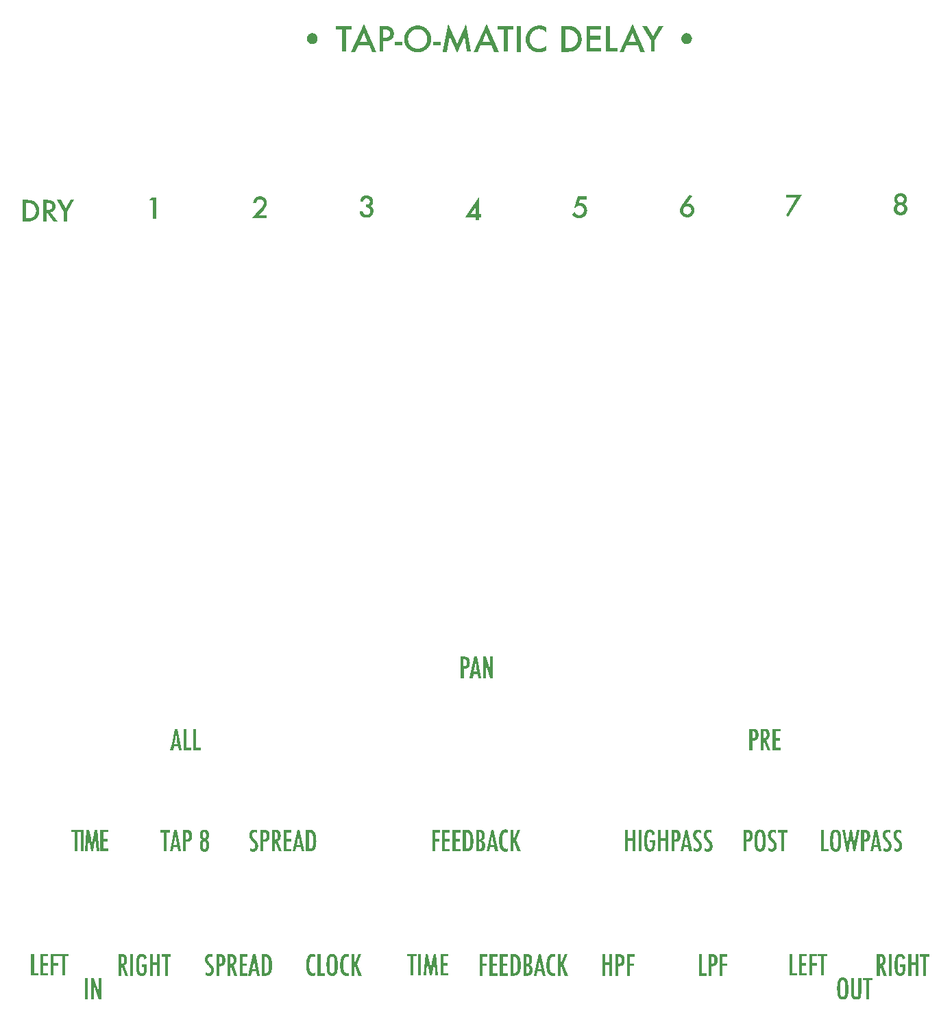
<source format=gbr>
%TF.GenerationSoftware,KiCad,Pcbnew,8.0.5*%
%TF.CreationDate,2025-05-26T22:52:13-07:00*%
%TF.ProjectId,TapOMatic_FrontPanel,5461704f-4d61-4746-9963-5f46726f6e74,rev?*%
%TF.SameCoordinates,Original*%
%TF.FileFunction,Legend,Top*%
%TF.FilePolarity,Positive*%
%FSLAX46Y46*%
G04 Gerber Fmt 4.6, Leading zero omitted, Abs format (unit mm)*
G04 Created by KiCad (PCBNEW 8.0.5) date 2025-05-26 22:52:13*
%MOMM*%
%LPD*%
G01*
G04 APERTURE LIST*
%ADD10C,0.000000*%
G04 APERTURE END LIST*
D10*
G36*
X132402054Y-139172203D02*
G01*
X132042221Y-139172203D01*
X132042221Y-136512260D01*
X132402054Y-136512260D01*
X132402054Y-139172203D01*
G37*
G36*
X127748917Y-141310036D02*
G01*
X127749743Y-141378643D01*
X127752223Y-141441503D01*
X127756356Y-141498492D01*
X127762142Y-141549486D01*
X127765656Y-141572696D01*
X127769582Y-141594361D01*
X127773923Y-141614465D01*
X127778676Y-141632993D01*
X127783844Y-141649929D01*
X127789424Y-141665258D01*
X127795419Y-141678964D01*
X127801826Y-141691032D01*
X127805238Y-141696892D01*
X127808856Y-141702566D01*
X127812680Y-141708054D01*
X127816712Y-141713356D01*
X127820950Y-141718472D01*
X127825394Y-141723402D01*
X127830045Y-141728146D01*
X127834903Y-141732703D01*
X127839968Y-141737075D01*
X127845239Y-141741261D01*
X127850717Y-141745260D01*
X127856401Y-141749074D01*
X127862292Y-141752701D01*
X127868390Y-141756143D01*
X127874694Y-141759398D01*
X127881206Y-141762467D01*
X127887923Y-141765351D01*
X127894848Y-141768048D01*
X127901979Y-141770559D01*
X127909317Y-141772885D01*
X127916862Y-141775024D01*
X127924613Y-141776977D01*
X127932571Y-141778744D01*
X127940736Y-141780325D01*
X127949107Y-141781720D01*
X127957686Y-141782930D01*
X127975462Y-141784790D01*
X127994066Y-141785906D01*
X128013496Y-141786278D01*
X128032889Y-141785948D01*
X128051381Y-141784962D01*
X128068985Y-141783325D01*
X128085709Y-141781042D01*
X128101565Y-141778119D01*
X128116563Y-141774560D01*
X128130714Y-141770370D01*
X128144027Y-141765555D01*
X128156513Y-141760120D01*
X128168182Y-141754070D01*
X128179046Y-141747410D01*
X128189113Y-141740145D01*
X128198396Y-141732280D01*
X128206903Y-141723821D01*
X128214646Y-141714772D01*
X128221634Y-141705139D01*
X128228042Y-141693893D01*
X128234036Y-141681318D01*
X128239618Y-141667410D01*
X128244785Y-141652164D01*
X128249540Y-141635574D01*
X128253881Y-141617636D01*
X128257808Y-141598343D01*
X128261322Y-141577692D01*
X128264423Y-141555677D01*
X128267110Y-141532292D01*
X128269384Y-141507533D01*
X128271244Y-141481394D01*
X128272691Y-141453870D01*
X128273725Y-141424956D01*
X128274345Y-141394647D01*
X128274551Y-141362938D01*
X128274551Y-139433243D01*
X128627327Y-139433243D01*
X128627327Y-141362938D01*
X128626790Y-141416102D01*
X128625184Y-141467106D01*
X128622513Y-141515939D01*
X128618783Y-141562592D01*
X128613999Y-141607053D01*
X128608166Y-141649313D01*
X128601288Y-141689360D01*
X128593372Y-141727186D01*
X128584423Y-141762779D01*
X128574445Y-141796130D01*
X128563444Y-141827227D01*
X128551425Y-141856061D01*
X128538393Y-141882621D01*
X128524353Y-141906897D01*
X128509311Y-141928878D01*
X128493271Y-141948555D01*
X128472768Y-141969680D01*
X128450946Y-141989405D01*
X128427812Y-142007735D01*
X128403370Y-142024674D01*
X128377626Y-142040230D01*
X128350584Y-142054405D01*
X128322251Y-142067206D01*
X128292630Y-142078638D01*
X128261728Y-142088706D01*
X128229550Y-142097414D01*
X128196100Y-142104769D01*
X128161384Y-142110775D01*
X128125407Y-142115437D01*
X128088175Y-142118761D01*
X128049692Y-142120752D01*
X128009964Y-142121414D01*
X127965852Y-142120545D01*
X127923466Y-142117935D01*
X127882796Y-142113578D01*
X127843830Y-142107469D01*
X127806560Y-142099603D01*
X127770974Y-142089974D01*
X127737062Y-142078579D01*
X127704814Y-142065411D01*
X127674220Y-142050465D01*
X127645269Y-142033736D01*
X127617950Y-142015219D01*
X127592255Y-141994908D01*
X127568172Y-141972799D01*
X127545691Y-141948887D01*
X127524801Y-141923165D01*
X127505493Y-141895630D01*
X127493299Y-141875331D01*
X127481854Y-141852806D01*
X127471164Y-141828058D01*
X127461233Y-141801094D01*
X127452066Y-141771918D01*
X127443670Y-141740535D01*
X127436049Y-141706951D01*
X127429208Y-141671171D01*
X127423152Y-141633200D01*
X127417887Y-141593043D01*
X127413418Y-141550706D01*
X127409750Y-141506192D01*
X127406888Y-141459509D01*
X127404837Y-141410660D01*
X127403603Y-141359652D01*
X127403191Y-141306488D01*
X127403191Y-139429733D01*
X127748917Y-139429733D01*
X127748917Y-141310036D01*
G37*
G36*
X32195528Y-121445129D02*
G01*
X31793362Y-121445129D01*
X31793362Y-123791100D01*
X31440583Y-123791100D01*
X31440583Y-121445129D01*
X31027833Y-121445129D01*
X31027833Y-121131157D01*
X32195528Y-121131157D01*
X32195528Y-121445129D01*
G37*
G36*
X131062023Y-136512799D02*
G01*
X131096666Y-136514417D01*
X131130152Y-136517120D01*
X131162480Y-136520914D01*
X131193651Y-136525804D01*
X131223664Y-136531794D01*
X131252520Y-136538889D01*
X131280219Y-136547096D01*
X131306760Y-136556419D01*
X131332144Y-136566864D01*
X131356371Y-136578434D01*
X131379440Y-136591137D01*
X131401352Y-136604976D01*
X131422107Y-136619957D01*
X131441704Y-136636085D01*
X131460144Y-136653366D01*
X131481930Y-136676600D01*
X131502311Y-136701328D01*
X131521287Y-136727554D01*
X131538856Y-136755284D01*
X131555021Y-136784523D01*
X131569779Y-136815276D01*
X131583133Y-136847549D01*
X131595080Y-136881346D01*
X131605622Y-136916673D01*
X131614759Y-136953534D01*
X131622490Y-136991936D01*
X131628815Y-137031884D01*
X131633735Y-137073381D01*
X131637249Y-137116435D01*
X131639358Y-137161049D01*
X131640060Y-137207230D01*
X131639688Y-137242495D01*
X131638572Y-137276857D01*
X131636712Y-137310318D01*
X131634108Y-137342886D01*
X131630760Y-137374565D01*
X131626667Y-137405359D01*
X131621831Y-137435276D01*
X131616250Y-137464318D01*
X131609925Y-137492493D01*
X131602856Y-137519804D01*
X131595043Y-137546258D01*
X131586486Y-137571859D01*
X131577185Y-137596612D01*
X131567139Y-137620524D01*
X131556349Y-137643598D01*
X131544815Y-137665840D01*
X131532580Y-137687130D01*
X131519689Y-137707351D01*
X131506146Y-137726508D01*
X131491957Y-137744605D01*
X131477128Y-137761648D01*
X131461662Y-137777642D01*
X131445566Y-137792592D01*
X131428844Y-137806504D01*
X131411503Y-137819383D01*
X131393546Y-137831233D01*
X131374980Y-137842060D01*
X131355809Y-137851869D01*
X131336039Y-137860665D01*
X131315675Y-137868453D01*
X131294722Y-137875239D01*
X131273186Y-137881027D01*
X131763550Y-139175728D01*
X131400185Y-139175728D01*
X130913353Y-137873978D01*
X130913353Y-139175728D01*
X130553520Y-139175728D01*
X130553520Y-137690521D01*
X130553520Y-136808578D01*
X130913322Y-136808578D01*
X130913322Y-137690521D01*
X130913330Y-137690537D01*
X130938672Y-137690164D01*
X130963100Y-137689048D01*
X130986607Y-137687188D01*
X131009189Y-137684583D01*
X131030841Y-137681234D01*
X131051558Y-137677141D01*
X131071333Y-137672304D01*
X131090163Y-137666723D01*
X131108042Y-137660398D01*
X131124965Y-137653329D01*
X131140926Y-137645516D01*
X131155921Y-137636959D01*
X131169944Y-137627658D01*
X131182990Y-137617613D01*
X131195054Y-137606824D01*
X131206131Y-137595291D01*
X131216384Y-137582848D01*
X131225976Y-137569336D01*
X131234906Y-137554759D01*
X131243174Y-137539123D01*
X131250781Y-137522432D01*
X131257726Y-137504692D01*
X131264010Y-137485909D01*
X131269631Y-137466086D01*
X131274592Y-137445230D01*
X131278891Y-137423346D01*
X131282528Y-137400438D01*
X131285504Y-137376512D01*
X131287819Y-137351573D01*
X131289472Y-137325626D01*
X131290464Y-137298676D01*
X131290794Y-137270729D01*
X131290471Y-137240651D01*
X131289528Y-137211359D01*
X131288006Y-137182978D01*
X131285947Y-137155630D01*
X131283392Y-137129441D01*
X131280382Y-137104533D01*
X131276959Y-137081031D01*
X131273163Y-137059059D01*
X131271056Y-137047978D01*
X131268712Y-137037217D01*
X131266140Y-137026766D01*
X131263351Y-137016615D01*
X131260355Y-137006754D01*
X131257163Y-136997172D01*
X131253785Y-136987859D01*
X131250231Y-136978804D01*
X131246511Y-136969997D01*
X131242637Y-136961427D01*
X131238618Y-136953085D01*
X131234464Y-136944960D01*
X131225795Y-136929319D01*
X131216713Y-136914421D01*
X131211960Y-136907889D01*
X131206970Y-136901527D01*
X131201752Y-136895342D01*
X131196317Y-136889337D01*
X131190675Y-136883519D01*
X131184837Y-136877892D01*
X131178814Y-136872462D01*
X131172614Y-136867233D01*
X131166249Y-136862211D01*
X131159729Y-136857401D01*
X131153065Y-136852808D01*
X131146266Y-136848437D01*
X131139344Y-136844293D01*
X131132307Y-136840381D01*
X131125168Y-136836707D01*
X131117935Y-136833275D01*
X131110538Y-136830092D01*
X131102897Y-136827151D01*
X131095018Y-136824448D01*
X131086907Y-136821978D01*
X131078568Y-136819734D01*
X131070006Y-136817713D01*
X131061227Y-136815908D01*
X131052237Y-136814315D01*
X131043039Y-136812928D01*
X131033639Y-136811744D01*
X131024043Y-136810755D01*
X131014256Y-136809958D01*
X131004283Y-136809347D01*
X130994128Y-136808916D01*
X130973297Y-136808578D01*
X130913322Y-136808578D01*
X130553520Y-136808578D01*
X130553520Y-136515778D01*
X130553505Y-136512260D01*
X131026222Y-136512260D01*
X131062023Y-136512799D01*
G37*
G36*
X86925476Y-136512260D02*
G01*
X87412308Y-136512260D01*
X87447469Y-136512953D01*
X87481514Y-136515030D01*
X87514442Y-136518493D01*
X87546254Y-136523340D01*
X87576950Y-136529572D01*
X87606530Y-136537190D01*
X87634994Y-136546192D01*
X87662341Y-136556579D01*
X87688572Y-136568351D01*
X87713687Y-136581508D01*
X87737686Y-136596050D01*
X87760568Y-136611977D01*
X87782334Y-136629288D01*
X87802984Y-136647985D01*
X87822518Y-136668067D01*
X87840936Y-136689533D01*
X87858237Y-136712385D01*
X87874422Y-136736621D01*
X87889491Y-136762242D01*
X87903444Y-136789248D01*
X87916280Y-136817640D01*
X87928000Y-136847415D01*
X87938604Y-136878576D01*
X87948092Y-136911122D01*
X87956463Y-136945053D01*
X87963719Y-136980368D01*
X87969858Y-137017069D01*
X87974881Y-137055154D01*
X87978788Y-137094624D01*
X87981578Y-137135479D01*
X87983252Y-137177719D01*
X87983810Y-137221344D01*
X87982653Y-137286665D01*
X87981206Y-137317714D01*
X87979180Y-137347687D01*
X87976575Y-137376585D01*
X87973392Y-137404408D01*
X87969629Y-137431157D01*
X87965288Y-137456830D01*
X87960368Y-137481428D01*
X87954869Y-137504952D01*
X87948792Y-137527400D01*
X87942135Y-137548774D01*
X87934900Y-137569073D01*
X87927086Y-137588297D01*
X87918693Y-137606446D01*
X87909721Y-137623520D01*
X87900008Y-137639768D01*
X87889390Y-137655447D01*
X87877872Y-137670568D01*
X87865461Y-137685142D01*
X87852160Y-137699178D01*
X87837976Y-137712688D01*
X87822913Y-137725680D01*
X87806977Y-137738167D01*
X87790173Y-137750157D01*
X87772505Y-137761662D01*
X87753980Y-137772691D01*
X87734602Y-137783255D01*
X87714377Y-137793365D01*
X87693309Y-137803030D01*
X87671403Y-137812261D01*
X87648666Y-137821068D01*
X87675209Y-137831858D01*
X87700604Y-137843056D01*
X87724863Y-137854657D01*
X87747994Y-137866656D01*
X87770010Y-137879048D01*
X87790920Y-137891827D01*
X87810734Y-137904988D01*
X87829463Y-137918527D01*
X87847117Y-137932437D01*
X87863707Y-137946715D01*
X87879243Y-137961354D01*
X87893736Y-137976349D01*
X87907194Y-137991697D01*
X87919630Y-138007390D01*
X87931054Y-138023424D01*
X87941475Y-138039795D01*
X87951105Y-138056867D01*
X87960152Y-138075009D01*
X87968610Y-138094216D01*
X87976473Y-138114482D01*
X87983737Y-138135803D01*
X87990397Y-138158173D01*
X87996447Y-138181587D01*
X88001882Y-138206039D01*
X88006697Y-138231526D01*
X88010886Y-138258040D01*
X88014446Y-138285578D01*
X88017370Y-138314133D01*
X88019653Y-138343702D01*
X88021290Y-138374278D01*
X88022276Y-138405856D01*
X88022606Y-138438431D01*
X88020166Y-138526861D01*
X88012843Y-138609585D01*
X88000631Y-138686604D01*
X87992690Y-138722975D01*
X87983525Y-138757918D01*
X87973135Y-138791436D01*
X87961520Y-138823527D01*
X87948679Y-138854192D01*
X87934612Y-138883431D01*
X87919317Y-138911244D01*
X87902794Y-138937630D01*
X87885042Y-138962590D01*
X87866061Y-138986123D01*
X87845850Y-139008230D01*
X87824409Y-139028911D01*
X87801737Y-139048166D01*
X87777832Y-139065994D01*
X87752696Y-139082397D01*
X87726326Y-139097372D01*
X87698722Y-139110922D01*
X87669884Y-139123045D01*
X87639810Y-139133742D01*
X87608501Y-139143013D01*
X87575956Y-139150858D01*
X87542174Y-139157276D01*
X87507154Y-139162268D01*
X87470895Y-139165833D01*
X87433398Y-139167973D01*
X87394661Y-139168686D01*
X86925468Y-139168686D01*
X86925468Y-138865288D01*
X86925468Y-137969231D01*
X87264137Y-137969231D01*
X87264137Y-138865288D01*
X87291342Y-138864916D01*
X87317400Y-138863800D01*
X87342320Y-138861940D01*
X87366114Y-138859335D01*
X87388792Y-138855987D01*
X87410364Y-138851895D01*
X87430840Y-138847058D01*
X87450231Y-138841477D01*
X87468546Y-138835153D01*
X87485798Y-138828084D01*
X87501995Y-138820271D01*
X87517148Y-138811713D01*
X87531267Y-138802412D01*
X87544364Y-138792366D01*
X87556447Y-138781576D01*
X87567528Y-138770042D01*
X87577780Y-138757557D01*
X87587371Y-138743908D01*
X87596301Y-138729092D01*
X87604569Y-138713103D01*
X87612176Y-138695935D01*
X87619122Y-138677585D01*
X87625406Y-138658045D01*
X87631029Y-138637312D01*
X87635991Y-138615380D01*
X87640291Y-138592244D01*
X87643929Y-138567898D01*
X87646906Y-138542338D01*
X87649222Y-138515558D01*
X87650876Y-138487553D01*
X87651868Y-138458319D01*
X87652199Y-138427849D01*
X87651867Y-138397260D01*
X87650869Y-138367685D01*
X87649198Y-138339142D01*
X87646851Y-138311654D01*
X87643822Y-138285241D01*
X87640105Y-138259923D01*
X87635695Y-138235721D01*
X87630589Y-138212656D01*
X87624779Y-138190748D01*
X87618261Y-138170019D01*
X87611031Y-138150488D01*
X87603082Y-138132177D01*
X87594410Y-138115106D01*
X87585010Y-138099296D01*
X87574876Y-138084767D01*
X87564003Y-138071541D01*
X87558577Y-138065040D01*
X87552883Y-138058764D01*
X87546923Y-138052714D01*
X87540699Y-138046887D01*
X87534211Y-138041283D01*
X87527460Y-138035899D01*
X87520449Y-138030735D01*
X87513178Y-138025789D01*
X87505649Y-138021060D01*
X87497863Y-138016547D01*
X87481524Y-138008163D01*
X87464173Y-138000626D01*
X87445819Y-137993927D01*
X87426473Y-137988054D01*
X87406145Y-137982998D01*
X87384846Y-137978749D01*
X87362585Y-137975295D01*
X87339374Y-137972626D01*
X87315222Y-137970733D01*
X87290139Y-137969604D01*
X87264137Y-137969231D01*
X86925468Y-137969231D01*
X86925468Y-137683479D01*
X86925468Y-136801537D01*
X87264137Y-136801537D01*
X87264137Y-137683479D01*
X87289477Y-137683107D01*
X87313897Y-137681991D01*
X87337388Y-137680131D01*
X87359937Y-137677527D01*
X87381536Y-137674179D01*
X87402174Y-137670086D01*
X87421840Y-137665250D01*
X87440525Y-137659669D01*
X87458218Y-137653344D01*
X87474908Y-137646275D01*
X87490585Y-137638462D01*
X87505240Y-137629905D01*
X87518861Y-137620603D01*
X87531439Y-137610558D01*
X87542962Y-137599768D01*
X87553421Y-137588234D01*
X87563052Y-137575048D01*
X87572098Y-137560626D01*
X87580556Y-137544975D01*
X87588420Y-137528099D01*
X87595685Y-137510003D01*
X87602345Y-137490693D01*
X87608396Y-137470173D01*
X87613832Y-137448449D01*
X87618647Y-137425526D01*
X87622838Y-137401410D01*
X87626398Y-137376104D01*
X87629322Y-137349615D01*
X87631606Y-137321947D01*
X87633243Y-137293107D01*
X87634230Y-137263098D01*
X87634560Y-137231926D01*
X87633360Y-137180002D01*
X87629757Y-137131391D01*
X87623746Y-137086097D01*
X87615322Y-137044126D01*
X87604479Y-137005483D01*
X87598149Y-136987412D01*
X87591212Y-136970174D01*
X87583668Y-136953770D01*
X87575517Y-136938202D01*
X87566757Y-136923470D01*
X87557387Y-136909575D01*
X87547408Y-136896516D01*
X87536819Y-136884295D01*
X87525618Y-136872913D01*
X87513806Y-136862370D01*
X87501382Y-136852666D01*
X87488344Y-136843803D01*
X87474693Y-136835781D01*
X87460427Y-136828601D01*
X87445547Y-136822263D01*
X87430051Y-136816768D01*
X87413939Y-136812117D01*
X87397210Y-136808310D01*
X87379863Y-136805347D01*
X87361898Y-136803231D01*
X87343315Y-136801960D01*
X87324112Y-136801537D01*
X87264137Y-136801537D01*
X86925468Y-136801537D01*
X86925468Y-136508736D01*
X86925476Y-136512260D01*
G37*
G36*
X84714444Y-121124382D02*
G01*
X84732965Y-121125257D01*
X84751485Y-121126720D01*
X84770006Y-121128778D01*
X84788527Y-121131435D01*
X84807048Y-121134697D01*
X84825569Y-121138568D01*
X84844090Y-121143055D01*
X84862610Y-121148162D01*
X84881131Y-121153894D01*
X84899652Y-121160256D01*
X84918173Y-121167254D01*
X84936694Y-121174893D01*
X84955215Y-121183178D01*
X84973735Y-121192114D01*
X84992256Y-121201706D01*
X84992249Y-121208763D01*
X84992249Y-121529793D01*
X84975217Y-121521483D01*
X84958521Y-121513746D01*
X84942167Y-121506578D01*
X84926158Y-121499973D01*
X84910501Y-121493926D01*
X84895201Y-121488432D01*
X84880262Y-121483486D01*
X84865690Y-121479083D01*
X84851490Y-121475217D01*
X84837668Y-121471883D01*
X84824228Y-121469077D01*
X84811176Y-121466792D01*
X84798516Y-121465024D01*
X84786255Y-121463768D01*
X84774397Y-121463017D01*
X84762947Y-121462769D01*
X84747196Y-121463017D01*
X84731699Y-121463761D01*
X84716460Y-121465001D01*
X84701484Y-121466737D01*
X84686778Y-121468969D01*
X84672346Y-121471697D01*
X84658192Y-121474922D01*
X84644323Y-121478642D01*
X84630744Y-121482859D01*
X84617459Y-121487572D01*
X84604474Y-121492781D01*
X84591794Y-121498486D01*
X84579424Y-121504687D01*
X84567370Y-121511385D01*
X84555636Y-121518578D01*
X84544228Y-121526268D01*
X84533106Y-121534453D01*
X84522227Y-121543140D01*
X84511585Y-121552334D01*
X84501177Y-121562039D01*
X84490996Y-121572261D01*
X84481037Y-121583005D01*
X84471295Y-121594276D01*
X84461765Y-121606079D01*
X84452442Y-121618420D01*
X84443321Y-121631304D01*
X84434395Y-121644735D01*
X84425661Y-121658720D01*
X84417113Y-121673262D01*
X84408746Y-121688368D01*
X84400554Y-121704043D01*
X84392532Y-121720291D01*
X84378325Y-121754361D01*
X84364862Y-121790457D01*
X84352225Y-121828621D01*
X84340498Y-121868894D01*
X84329763Y-121911317D01*
X84320102Y-121955932D01*
X84315701Y-121979074D01*
X84311599Y-122002780D01*
X84307808Y-122027054D01*
X84304337Y-122051903D01*
X84298060Y-122103324D01*
X84292485Y-122157019D01*
X84287656Y-122212946D01*
X84283611Y-122271064D01*
X84280394Y-122331331D01*
X84278044Y-122393707D01*
X84276605Y-122458151D01*
X84276115Y-122524620D01*
X84278099Y-122643807D01*
X84284046Y-122755304D01*
X84293952Y-122859111D01*
X84307810Y-122955230D01*
X84325617Y-123043659D01*
X84347367Y-123124398D01*
X84373055Y-123197448D01*
X84402675Y-123262809D01*
X84436222Y-123320480D01*
X84473692Y-123370462D01*
X84493896Y-123392569D01*
X84515078Y-123412754D01*
X84537239Y-123431017D01*
X84560377Y-123447357D01*
X84584492Y-123461775D01*
X84609582Y-123474270D01*
X84635648Y-123484843D01*
X84662689Y-123493494D01*
X84690704Y-123500222D01*
X84719692Y-123505028D01*
X84749653Y-123507912D01*
X84780586Y-123508873D01*
X84791954Y-123508666D01*
X84803570Y-123508040D01*
X84815435Y-123506990D01*
X84827547Y-123505512D01*
X84839908Y-123503599D01*
X84852517Y-123501248D01*
X84865374Y-123498452D01*
X84878479Y-123495206D01*
X84891832Y-123491505D01*
X84905434Y-123487345D01*
X84919284Y-123482719D01*
X84933382Y-123477623D01*
X84947728Y-123472051D01*
X84962323Y-123465999D01*
X84977165Y-123459460D01*
X84992256Y-123452431D01*
X84992256Y-123780510D01*
X84976217Y-123789482D01*
X84959857Y-123797874D01*
X84943187Y-123805688D01*
X84926218Y-123812923D01*
X84908959Y-123819579D01*
X84891422Y-123825656D01*
X84873615Y-123831154D01*
X84855551Y-123836073D01*
X84837238Y-123840413D01*
X84818688Y-123844175D01*
X84799910Y-123847358D01*
X84780915Y-123849962D01*
X84761714Y-123851987D01*
X84742316Y-123853434D01*
X84722732Y-123854302D01*
X84702972Y-123854591D01*
X84653167Y-123853300D01*
X84604952Y-123849425D01*
X84558327Y-123842967D01*
X84513293Y-123833928D01*
X84469847Y-123822307D01*
X84427990Y-123808106D01*
X84387720Y-123791325D01*
X84349038Y-123771964D01*
X84311942Y-123750025D01*
X84276432Y-123725508D01*
X84242507Y-123698414D01*
X84210167Y-123668742D01*
X84179410Y-123636495D01*
X84150237Y-123601673D01*
X84122646Y-123564275D01*
X84096638Y-123524303D01*
X84072210Y-123481758D01*
X84049364Y-123436640D01*
X84028097Y-123388950D01*
X84008409Y-123338689D01*
X83990301Y-123285856D01*
X83973770Y-123230453D01*
X83958817Y-123172481D01*
X83945440Y-123111939D01*
X83933640Y-123048829D01*
X83923415Y-122983152D01*
X83914765Y-122914907D01*
X83907689Y-122844097D01*
X83902187Y-122770720D01*
X83898258Y-122694778D01*
X83895900Y-122616272D01*
X83895115Y-122535202D01*
X83898250Y-122362389D01*
X83902161Y-122280311D01*
X83907627Y-122201111D01*
X83914644Y-122124784D01*
X83923206Y-122051325D01*
X83933308Y-121980730D01*
X83944944Y-121912992D01*
X83958110Y-121848106D01*
X83972801Y-121786068D01*
X83989011Y-121726872D01*
X84006734Y-121670513D01*
X84025967Y-121616985D01*
X84046704Y-121566285D01*
X84068938Y-121518406D01*
X84092667Y-121473343D01*
X84105111Y-121451855D01*
X84117968Y-121431050D01*
X84131239Y-121410926D01*
X84144923Y-121391485D01*
X84159020Y-121372726D01*
X84173531Y-121354649D01*
X84188456Y-121337255D01*
X84203793Y-121320542D01*
X84219544Y-121304512D01*
X84235709Y-121289164D01*
X84252287Y-121274498D01*
X84269278Y-121260515D01*
X84286683Y-121247213D01*
X84304501Y-121234594D01*
X84322732Y-121222657D01*
X84341377Y-121211402D01*
X84360436Y-121200829D01*
X84379907Y-121190938D01*
X84399793Y-121181730D01*
X84420091Y-121173203D01*
X84440803Y-121165359D01*
X84461929Y-121158197D01*
X84483468Y-121151717D01*
X84505420Y-121145919D01*
X84527786Y-121140803D01*
X84550565Y-121136370D01*
X84573758Y-121132618D01*
X84597364Y-121129549D01*
X84621383Y-121127162D01*
X84645816Y-121125456D01*
X84695923Y-121124092D01*
X84714444Y-121124382D01*
G37*
G36*
X81704357Y-102448036D02*
G01*
X81348053Y-102448036D01*
X81249275Y-101929451D01*
X80723637Y-101929451D01*
X80621334Y-102448036D01*
X80275612Y-102448036D01*
X80449025Y-101650764D01*
X80769505Y-101650764D01*
X81196362Y-101650764D01*
X81118752Y-101227425D01*
X81099397Y-101118112D01*
X81080993Y-101007105D01*
X81046872Y-100779840D01*
X81016059Y-100545300D01*
X80988224Y-100303154D01*
X80974829Y-100422824D01*
X80960443Y-100543485D01*
X80944073Y-100664805D01*
X80934835Y-100725609D01*
X80924728Y-100786453D01*
X80904992Y-100910702D01*
X80883274Y-101039578D01*
X80836533Y-101308571D01*
X80769505Y-101650764D01*
X80449025Y-101650764D01*
X80854168Y-99788101D01*
X81132858Y-99788101D01*
X81704357Y-102448036D01*
G37*
G36*
X133233676Y-121135045D02*
G01*
X133257351Y-121136156D01*
X133280923Y-121138000D01*
X133304382Y-121140573D01*
X133327717Y-121143869D01*
X133350918Y-121147884D01*
X133373975Y-121152612D01*
X133396876Y-121158048D01*
X133419613Y-121164186D01*
X133442173Y-121171023D01*
X133464547Y-121178552D01*
X133486725Y-121186768D01*
X133508697Y-121195666D01*
X133530450Y-121205242D01*
X133551977Y-121215489D01*
X133573265Y-121226402D01*
X133566231Y-121222870D01*
X133566231Y-121572113D01*
X133545849Y-121558017D01*
X133525722Y-121544830D01*
X133505852Y-121532552D01*
X133486247Y-121521184D01*
X133466911Y-121510725D01*
X133447848Y-121501176D01*
X133429065Y-121492536D01*
X133410566Y-121484806D01*
X133392357Y-121477985D01*
X133374442Y-121472074D01*
X133356828Y-121467072D01*
X133339518Y-121462979D01*
X133322518Y-121459796D01*
X133305833Y-121457523D01*
X133289469Y-121456158D01*
X133273430Y-121455704D01*
X133255816Y-121456077D01*
X133238688Y-121457199D01*
X133222036Y-121459075D01*
X133205848Y-121461711D01*
X133190116Y-121465112D01*
X133174827Y-121469283D01*
X133159973Y-121474229D01*
X133145543Y-121479956D01*
X133131526Y-121486468D01*
X133117913Y-121493770D01*
X133104692Y-121501869D01*
X133091854Y-121510768D01*
X133079388Y-121520474D01*
X133067284Y-121530992D01*
X133055532Y-121542326D01*
X133044121Y-121554482D01*
X133033247Y-121566636D01*
X133023112Y-121579286D01*
X133013711Y-121592433D01*
X133005038Y-121606076D01*
X132997090Y-121620214D01*
X132989859Y-121634849D01*
X132983342Y-121649980D01*
X132977532Y-121665607D01*
X132972426Y-121681731D01*
X132968017Y-121698350D01*
X132964301Y-121715465D01*
X132961272Y-121733076D01*
X132958925Y-121751183D01*
X132957255Y-121769786D01*
X132956257Y-121788885D01*
X132955925Y-121808479D01*
X132956173Y-121825553D01*
X132956917Y-121842374D01*
X132958158Y-121858936D01*
X132959894Y-121875234D01*
X132962127Y-121891263D01*
X132964856Y-121907018D01*
X132968081Y-121922494D01*
X132971802Y-121937686D01*
X132976019Y-121952588D01*
X132980732Y-121967196D01*
X132985941Y-121981504D01*
X132991646Y-121995508D01*
X132997846Y-122009201D01*
X133004543Y-122022579D01*
X133011736Y-122035638D01*
X133019424Y-122048370D01*
X133028030Y-122062096D01*
X133038000Y-122076813D01*
X133049376Y-122092523D01*
X133062200Y-122109225D01*
X133076511Y-122126920D01*
X133092352Y-122145607D01*
X133109762Y-122165287D01*
X133128784Y-122185959D01*
X133147975Y-122207628D01*
X133168529Y-122230331D01*
X133190488Y-122254109D01*
X133213894Y-122279003D01*
X133238787Y-122305055D01*
X133265210Y-122332304D01*
X133322807Y-122390564D01*
X133374899Y-122445142D01*
X133422691Y-122497777D01*
X133466183Y-122548510D01*
X133486317Y-122573176D01*
X133505375Y-122597383D01*
X133523358Y-122621134D01*
X133540267Y-122644436D01*
X133556100Y-122667293D01*
X133570858Y-122689711D01*
X133584541Y-122711695D01*
X133597149Y-122733249D01*
X133608683Y-122754381D01*
X133619141Y-122775093D01*
X133628772Y-122795185D01*
X133637820Y-122815778D01*
X133646279Y-122836878D01*
X133654144Y-122858489D01*
X133661410Y-122880618D01*
X133668071Y-122903268D01*
X133674122Y-122926446D01*
X133679558Y-122950156D01*
X133684374Y-122974404D01*
X133688565Y-122999194D01*
X133692125Y-123024531D01*
X133695049Y-123050422D01*
X133697333Y-123076870D01*
X133698971Y-123103882D01*
X133699957Y-123131462D01*
X133700287Y-123159615D01*
X133699624Y-123197565D01*
X133697634Y-123234688D01*
X133694310Y-123270986D01*
X133689648Y-123306456D01*
X133683642Y-123341100D01*
X133676287Y-123374917D01*
X133667578Y-123407908D01*
X133657511Y-123440072D01*
X133646079Y-123471409D01*
X133633278Y-123501920D01*
X133619102Y-123531603D01*
X133603547Y-123560460D01*
X133586607Y-123588490D01*
X133568277Y-123615693D01*
X133548553Y-123642069D01*
X133527428Y-123667618D01*
X133505229Y-123691306D01*
X133482285Y-123713429D01*
X133458597Y-123733992D01*
X133434165Y-123752999D01*
X133408988Y-123770455D01*
X133383066Y-123786367D01*
X133356401Y-123800739D01*
X133328991Y-123813576D01*
X133300837Y-123824883D01*
X133271939Y-123834666D01*
X133242296Y-123842930D01*
X133211910Y-123849680D01*
X133180779Y-123854920D01*
X133148905Y-123858658D01*
X133116286Y-123860896D01*
X133082924Y-123861641D01*
X133054729Y-123861145D01*
X133027031Y-123859657D01*
X132999828Y-123857177D01*
X132973122Y-123853704D01*
X132946912Y-123849240D01*
X132921198Y-123843783D01*
X132895980Y-123837335D01*
X132871259Y-123829894D01*
X132847033Y-123821461D01*
X132823304Y-123812036D01*
X132800071Y-123801619D01*
X132777333Y-123790209D01*
X132755092Y-123777808D01*
X132733347Y-123764414D01*
X132712098Y-123750028D01*
X132691345Y-123734650D01*
X132691345Y-123378334D01*
X132715032Y-123395035D01*
X132738472Y-123410734D01*
X132761663Y-123425419D01*
X132784607Y-123439081D01*
X132807303Y-123451709D01*
X132829751Y-123463293D01*
X132851951Y-123473823D01*
X132873903Y-123483289D01*
X132895607Y-123491679D01*
X132917064Y-123498984D01*
X132938272Y-123505194D01*
X132959231Y-123510298D01*
X132979943Y-123514285D01*
X133000406Y-123517146D01*
X133020622Y-123518870D01*
X133040588Y-123519447D01*
X133058822Y-123519074D01*
X133076486Y-123517952D01*
X133093593Y-123516075D01*
X133110152Y-123513439D01*
X133126173Y-123510037D01*
X133141667Y-123505866D01*
X133156645Y-123500919D01*
X133171116Y-123495193D01*
X133185091Y-123488680D01*
X133198580Y-123481377D01*
X133211595Y-123473279D01*
X133224144Y-123464379D01*
X133236238Y-123454674D01*
X133247888Y-123444157D01*
X133259105Y-123432824D01*
X133269897Y-123420670D01*
X133280110Y-123408474D01*
X133289589Y-123395700D01*
X133298344Y-123382346D01*
X133306387Y-123368414D01*
X133313727Y-123353904D01*
X133320374Y-123338814D01*
X133326339Y-123323145D01*
X133331633Y-123306898D01*
X133336265Y-123290072D01*
X133340246Y-123272667D01*
X133343586Y-123254683D01*
X133346295Y-123236121D01*
X133348385Y-123216979D01*
X133349865Y-123197259D01*
X133350745Y-123176960D01*
X133351036Y-123156082D01*
X133350788Y-123138307D01*
X133350044Y-123120703D01*
X133348804Y-123103274D01*
X133347068Y-123086026D01*
X133344836Y-123068964D01*
X133342108Y-123052094D01*
X133338883Y-123035420D01*
X133335163Y-123018947D01*
X133330947Y-123002680D01*
X133326235Y-122986626D01*
X133321026Y-122970788D01*
X133315322Y-122955173D01*
X133309122Y-122939785D01*
X133302425Y-122924629D01*
X133295233Y-122909710D01*
X133287544Y-122895035D01*
X133279116Y-122881475D01*
X133269738Y-122867253D01*
X133259450Y-122852370D01*
X133248295Y-122836825D01*
X133236313Y-122820620D01*
X133223545Y-122803753D01*
X133195816Y-122768036D01*
X133164728Y-122731822D01*
X133147695Y-122712536D01*
X133129670Y-122692631D01*
X133110652Y-122672229D01*
X133090642Y-122651454D01*
X133069640Y-122630431D01*
X133047646Y-122609283D01*
X133014068Y-122576555D01*
X132982103Y-122544570D01*
X132951709Y-122513412D01*
X132922846Y-122483164D01*
X132869543Y-122425726D01*
X132821861Y-122372917D01*
X132800040Y-122347969D01*
X132779583Y-122323475D01*
X132760532Y-122299560D01*
X132742929Y-122276347D01*
X132726813Y-122253961D01*
X132712227Y-122232525D01*
X132699210Y-122212164D01*
X132687805Y-122193001D01*
X132677591Y-122173528D01*
X132668111Y-122153477D01*
X132659355Y-122132847D01*
X132651311Y-122111639D01*
X132643971Y-122089852D01*
X132637323Y-122067486D01*
X132631357Y-122044542D01*
X132626063Y-122021019D01*
X132621431Y-121996917D01*
X132617450Y-121972237D01*
X132614110Y-121946978D01*
X132611400Y-121921141D01*
X132609310Y-121894724D01*
X132607830Y-121867730D01*
X132606950Y-121840156D01*
X132606659Y-121812004D01*
X132607280Y-121773475D01*
X132609146Y-121735944D01*
X132612263Y-121699414D01*
X132616636Y-121663893D01*
X132622270Y-121629384D01*
X132629169Y-121595893D01*
X132637340Y-121563426D01*
X132646788Y-121531986D01*
X132657517Y-121501581D01*
X132669532Y-121472214D01*
X132682840Y-121443890D01*
X132697444Y-121416616D01*
X132713351Y-121390397D01*
X132730565Y-121365237D01*
X132749092Y-121341141D01*
X132768936Y-121318115D01*
X132789856Y-121295707D01*
X132811614Y-121274782D01*
X132834218Y-121255336D01*
X132857681Y-121237362D01*
X132882012Y-121220856D01*
X132907221Y-121205812D01*
X132933319Y-121192226D01*
X132960317Y-121180092D01*
X132988224Y-121169405D01*
X133017050Y-121160159D01*
X133046807Y-121152351D01*
X133077505Y-121145973D01*
X133109153Y-121141022D01*
X133141763Y-121137492D01*
X133175344Y-121135378D01*
X133209908Y-121134674D01*
X133233676Y-121135045D01*
G37*
G36*
X126385875Y-139395356D02*
G01*
X126425563Y-139398079D01*
X126463928Y-139402610D01*
X126500970Y-139408945D01*
X126536689Y-139417078D01*
X126571085Y-139427004D01*
X126604159Y-139438718D01*
X126635909Y-139452215D01*
X126666337Y-139467490D01*
X126695441Y-139484537D01*
X126723223Y-139503351D01*
X126749681Y-139523927D01*
X126774817Y-139546260D01*
X126798629Y-139570345D01*
X126821119Y-139596176D01*
X126842285Y-139623749D01*
X126855307Y-139643429D01*
X126867910Y-139664106D01*
X126880090Y-139685786D01*
X126891840Y-139708473D01*
X126903156Y-139732173D01*
X126914034Y-139756891D01*
X126924466Y-139782632D01*
X126934449Y-139809401D01*
X126943977Y-139837203D01*
X126953046Y-139866044D01*
X126961649Y-139895929D01*
X126969781Y-139926862D01*
X126977438Y-139958850D01*
X126984615Y-139991896D01*
X126991306Y-140026007D01*
X126997505Y-140061188D01*
X127008744Y-140129965D01*
X127018619Y-140206598D01*
X127027088Y-140291003D01*
X127034109Y-140383098D01*
X127039642Y-140482800D01*
X127043646Y-140590026D01*
X127046078Y-140704694D01*
X127046898Y-140826721D01*
X127043358Y-140823204D01*
X127040885Y-140992858D01*
X127033492Y-141149905D01*
X127021222Y-141294301D01*
X127004114Y-141426007D01*
X126993759Y-141487088D01*
X126982211Y-141544980D01*
X126969474Y-141599679D01*
X126955553Y-141651179D01*
X126940454Y-141699476D01*
X126924182Y-141744563D01*
X126906741Y-141786435D01*
X126888138Y-141825089D01*
X126878329Y-141843320D01*
X126868087Y-141860973D01*
X126857413Y-141878047D01*
X126846306Y-141894542D01*
X126834768Y-141910458D01*
X126822798Y-141925796D01*
X126810399Y-141940554D01*
X126797570Y-141954734D01*
X126784312Y-141968336D01*
X126770627Y-141981358D01*
X126756513Y-141993802D01*
X126741972Y-142005667D01*
X126727006Y-142016953D01*
X126711613Y-142027660D01*
X126695796Y-142037789D01*
X126679554Y-142047338D01*
X126662889Y-142056310D01*
X126645800Y-142064702D01*
X126628289Y-142072515D01*
X126610356Y-142079750D01*
X126592003Y-142086406D01*
X126573228Y-142092483D01*
X126554034Y-142097981D01*
X126534421Y-142102901D01*
X126514389Y-142107242D01*
X126493940Y-142111004D01*
X126473073Y-142114187D01*
X126451789Y-142116792D01*
X126430090Y-142118817D01*
X126407975Y-142120264D01*
X126362503Y-142121422D01*
X126315084Y-142120182D01*
X126269407Y-142116461D01*
X126225477Y-142110260D01*
X126183299Y-142101579D01*
X126142878Y-142090417D01*
X126104220Y-142076775D01*
X126067329Y-142060652D01*
X126032211Y-142042049D01*
X125998871Y-142020966D01*
X125967314Y-141997402D01*
X125937544Y-141971357D01*
X125909568Y-141942832D01*
X125883390Y-141911826D01*
X125859015Y-141878339D01*
X125836449Y-141842372D01*
X125815697Y-141803925D01*
X125796514Y-141762998D01*
X125778643Y-141718273D01*
X125762075Y-141669755D01*
X125746798Y-141617448D01*
X125732802Y-141561359D01*
X125720078Y-141501493D01*
X125708614Y-141437854D01*
X125698401Y-141370447D01*
X125689429Y-141299279D01*
X125681686Y-141224353D01*
X125675162Y-141145676D01*
X125669848Y-141063253D01*
X125665732Y-140977088D01*
X125662806Y-140887187D01*
X125661057Y-140793555D01*
X125660918Y-140770287D01*
X126030891Y-140770287D01*
X126031890Y-140910338D01*
X126034915Y-141039392D01*
X126040006Y-141157366D01*
X126047206Y-141264177D01*
X126056555Y-141359744D01*
X126068096Y-141443985D01*
X126081869Y-141516816D01*
X126097916Y-141578156D01*
X126106931Y-141603826D01*
X126116783Y-141627915D01*
X126127482Y-141650412D01*
X126139039Y-141671307D01*
X126151464Y-141690591D01*
X126164767Y-141708251D01*
X126171751Y-141716470D01*
X126178959Y-141724279D01*
X126186391Y-141731677D01*
X126194050Y-141738664D01*
X126201936Y-141745236D01*
X126210050Y-141751395D01*
X126218395Y-141757137D01*
X126226970Y-141762462D01*
X126235779Y-141767368D01*
X126244821Y-141771854D01*
X126254098Y-141775920D01*
X126263612Y-141779563D01*
X126273363Y-141782782D01*
X126283354Y-141785576D01*
X126293584Y-141787944D01*
X126304057Y-141789884D01*
X126314772Y-141791395D01*
X126325732Y-141792476D01*
X126336937Y-141793126D01*
X126348389Y-141793343D01*
X126371045Y-141792557D01*
X126382002Y-141791575D01*
X126392714Y-141790200D01*
X126403179Y-141788433D01*
X126413400Y-141786273D01*
X126423377Y-141783720D01*
X126433110Y-141780774D01*
X126442601Y-141777436D01*
X126451849Y-141773705D01*
X126460855Y-141769581D01*
X126469621Y-141765064D01*
X126478146Y-141760154D01*
X126486432Y-141754852D01*
X126494479Y-141749157D01*
X126502287Y-141743070D01*
X126509858Y-141736589D01*
X126517191Y-141729716D01*
X126524288Y-141722450D01*
X126531150Y-141714791D01*
X126537776Y-141706740D01*
X126544168Y-141698296D01*
X126550326Y-141689459D01*
X126556251Y-141680230D01*
X126567405Y-141660592D01*
X126577633Y-141639384D01*
X126586942Y-141616605D01*
X126595337Y-141592255D01*
X126603647Y-141566419D01*
X126611384Y-141537865D01*
X126618552Y-141506603D01*
X126625157Y-141472643D01*
X126631203Y-141435996D01*
X126636697Y-141396672D01*
X126641643Y-141354681D01*
X126646047Y-141310035D01*
X126653246Y-141212814D01*
X126658338Y-141105094D01*
X126661362Y-140986955D01*
X126662361Y-140858482D01*
X126665886Y-140862015D01*
X126664894Y-140696141D01*
X126661918Y-140545067D01*
X126656957Y-140408709D01*
X126650012Y-140286985D01*
X126641083Y-140179814D01*
X126630169Y-140087112D01*
X126617270Y-140008797D01*
X126602386Y-139944786D01*
X126593954Y-139917253D01*
X126584529Y-139891534D01*
X126574112Y-139867623D01*
X126562703Y-139845515D01*
X126550301Y-139825206D01*
X126543728Y-139815724D01*
X126536907Y-139806689D01*
X126529838Y-139798102D01*
X126522521Y-139789961D01*
X126514955Y-139782265D01*
X126507142Y-139775015D01*
X126499081Y-139768209D01*
X126490771Y-139761847D01*
X126482214Y-139755927D01*
X126473408Y-139750451D01*
X126464354Y-139745416D01*
X126455052Y-139740822D01*
X126445502Y-139736669D01*
X126435704Y-139732956D01*
X126425658Y-139729682D01*
X126415364Y-139726847D01*
X126404822Y-139724449D01*
X126394031Y-139722489D01*
X126382993Y-139720966D01*
X126371706Y-139719878D01*
X126348389Y-139719009D01*
X126325071Y-139719835D01*
X126313785Y-139720867D01*
X126302746Y-139722310D01*
X126291956Y-139724164D01*
X126281413Y-139726428D01*
X126271119Y-139729101D01*
X126261073Y-139732184D01*
X126251275Y-139735674D01*
X126241725Y-139739572D01*
X126232423Y-139743878D01*
X126223369Y-139748589D01*
X126214563Y-139753706D01*
X126206006Y-139759229D01*
X126197696Y-139765155D01*
X126189634Y-139771485D01*
X126181821Y-139778219D01*
X126174255Y-139785354D01*
X126166938Y-139792892D01*
X126159869Y-139800831D01*
X126153047Y-139809170D01*
X126146474Y-139817909D01*
X126140149Y-139827047D01*
X126134072Y-139836583D01*
X126122661Y-139856850D01*
X126112243Y-139878703D01*
X126102817Y-139902137D01*
X126094383Y-139927147D01*
X126086695Y-139955218D01*
X126079502Y-139986525D01*
X126072806Y-140021077D01*
X126066606Y-140058884D01*
X126060901Y-140099958D01*
X126055693Y-140144308D01*
X126046764Y-140242879D01*
X126039820Y-140354679D01*
X126034860Y-140479792D01*
X126031883Y-140618301D01*
X126030891Y-140770287D01*
X125660918Y-140770287D01*
X125660477Y-140696198D01*
X125662950Y-140525375D01*
X125670344Y-140367452D01*
X125682615Y-140222427D01*
X125699723Y-140090301D01*
X125710078Y-140029074D01*
X125721627Y-139971073D01*
X125734364Y-139916296D01*
X125748285Y-139864744D01*
X125763383Y-139816416D01*
X125779655Y-139771313D01*
X125797095Y-139729435D01*
X125815697Y-139690781D01*
X125825825Y-139672549D01*
X125836368Y-139654897D01*
X125847323Y-139637823D01*
X125858692Y-139621328D01*
X125870474Y-139605411D01*
X125882670Y-139590074D01*
X125895279Y-139575315D01*
X125908301Y-139561135D01*
X125921737Y-139547534D01*
X125935586Y-139534511D01*
X125949849Y-139522067D01*
X125964525Y-139510203D01*
X125979614Y-139498916D01*
X125995117Y-139488209D01*
X126011033Y-139478080D01*
X126027363Y-139468531D01*
X126044106Y-139459560D01*
X126061262Y-139451167D01*
X126078832Y-139443354D01*
X126096816Y-139436119D01*
X126115212Y-139429463D01*
X126134023Y-139423386D01*
X126153246Y-139417888D01*
X126172883Y-139412968D01*
X126192934Y-139408627D01*
X126213398Y-139404865D01*
X126234275Y-139401682D01*
X126255566Y-139399078D01*
X126277270Y-139397052D01*
X126299388Y-139395605D01*
X126344864Y-139394447D01*
X126385875Y-139395356D01*
G37*
G36*
X71946529Y-24297180D02*
G01*
X71025776Y-24297180D01*
X71025776Y-23891486D01*
X71946529Y-23891486D01*
X71946529Y-24297180D01*
G37*
G36*
X54431114Y-121166428D02*
G01*
X54427582Y-121166428D01*
X54431114Y-121162895D01*
X54431114Y-121166428D01*
G37*
G36*
X110145309Y-121226402D02*
G01*
X110141777Y-121224591D01*
X110141777Y-121222870D01*
X110145309Y-121226402D01*
G37*
G36*
X81069363Y-121166428D02*
G01*
X81556198Y-121166428D01*
X81591359Y-121167120D01*
X81625403Y-121169198D01*
X81658331Y-121172660D01*
X81690143Y-121177507D01*
X81720839Y-121183740D01*
X81750419Y-121191357D01*
X81778882Y-121200359D01*
X81806229Y-121210746D01*
X81832460Y-121222518D01*
X81857574Y-121235675D01*
X81881572Y-121250217D01*
X81904455Y-121266144D01*
X81926220Y-121283456D01*
X81946870Y-121302152D01*
X81966404Y-121322234D01*
X81984821Y-121343700D01*
X82002122Y-121366552D01*
X82018307Y-121390788D01*
X82033375Y-121416409D01*
X82047328Y-121443416D01*
X82060164Y-121471807D01*
X82071884Y-121501583D01*
X82082488Y-121532744D01*
X82091975Y-121565289D01*
X82100347Y-121599220D01*
X82107602Y-121634535D01*
X82113741Y-121671236D01*
X82118764Y-121709321D01*
X82122670Y-121748791D01*
X82125461Y-121789646D01*
X82127135Y-121831886D01*
X82127693Y-121875511D01*
X82126536Y-121940830D01*
X82125089Y-121971878D01*
X82123063Y-122001851D01*
X82120458Y-122030749D01*
X82117275Y-122058572D01*
X82113512Y-122085320D01*
X82109171Y-122110993D01*
X82104252Y-122135592D01*
X82098753Y-122159115D01*
X82092676Y-122181564D01*
X82086020Y-122202937D01*
X82078785Y-122223235D01*
X82070971Y-122242459D01*
X82062579Y-122260607D01*
X82053608Y-122277679D01*
X82043894Y-122293928D01*
X82033275Y-122309609D01*
X82021757Y-122324731D01*
X82009346Y-122339306D01*
X81996045Y-122353343D01*
X81981861Y-122366853D01*
X81966798Y-122379846D01*
X81950862Y-122392333D01*
X81934058Y-122404324D01*
X81916391Y-122415828D01*
X81897866Y-122426858D01*
X81878488Y-122437422D01*
X81858263Y-122447532D01*
X81837195Y-122457197D01*
X81815290Y-122466428D01*
X81792553Y-122475235D01*
X81819095Y-122486025D01*
X81844491Y-122497223D01*
X81868749Y-122508824D01*
X81891881Y-122520823D01*
X81913896Y-122533215D01*
X81934806Y-122545994D01*
X81954620Y-122559155D01*
X81973349Y-122572693D01*
X81991003Y-122586603D01*
X82007593Y-122600880D01*
X82023129Y-122615518D01*
X82037620Y-122630513D01*
X82051079Y-122645860D01*
X82063514Y-122661552D01*
X82074937Y-122677585D01*
X82085358Y-122693954D01*
X82094989Y-122711028D01*
X82104036Y-122729171D01*
X82112494Y-122748378D01*
X82120359Y-122768645D01*
X82127623Y-122789966D01*
X82134284Y-122812336D01*
X82140334Y-122835750D01*
X82145770Y-122860203D01*
X82150585Y-122885689D01*
X82154775Y-122912204D01*
X82158335Y-122939741D01*
X82161259Y-122968297D01*
X82163543Y-122997866D01*
X82165180Y-123028442D01*
X82166166Y-123060022D01*
X82166496Y-123092598D01*
X82164056Y-123181028D01*
X82156733Y-123263752D01*
X82144521Y-123340772D01*
X82136580Y-123377142D01*
X82127415Y-123412086D01*
X82117026Y-123445603D01*
X82105411Y-123477695D01*
X82092570Y-123508360D01*
X82078502Y-123537598D01*
X82063207Y-123565411D01*
X82046684Y-123591797D01*
X82028932Y-123616757D01*
X82009952Y-123640290D01*
X81989741Y-123662398D01*
X81968300Y-123683079D01*
X81945627Y-123702333D01*
X81921723Y-123720162D01*
X81896586Y-123736564D01*
X81870216Y-123751540D01*
X81842612Y-123765089D01*
X81813774Y-123777212D01*
X81783701Y-123787910D01*
X81752392Y-123797180D01*
X81719846Y-123805025D01*
X81686064Y-123811443D01*
X81651044Y-123816435D01*
X81614786Y-123820001D01*
X81577288Y-123822140D01*
X81538551Y-123822853D01*
X81069355Y-123822853D01*
X81069355Y-123519455D01*
X81069355Y-122623398D01*
X81408031Y-122623398D01*
X81408031Y-123519455D01*
X81435236Y-123519083D01*
X81461292Y-123517967D01*
X81486212Y-123516107D01*
X81510006Y-123513502D01*
X81532683Y-123510154D01*
X81554254Y-123506062D01*
X81574730Y-123501225D01*
X81594120Y-123495645D01*
X81612436Y-123489320D01*
X81629687Y-123482251D01*
X81645884Y-123474438D01*
X81661037Y-123465881D01*
X81675156Y-123456579D01*
X81688253Y-123446533D01*
X81700337Y-123435744D01*
X81711418Y-123424210D01*
X81721671Y-123411724D01*
X81731263Y-123398075D01*
X81740193Y-123383259D01*
X81748461Y-123367270D01*
X81756068Y-123350103D01*
X81763014Y-123331752D01*
X81769298Y-123312212D01*
X81774921Y-123291479D01*
X81779882Y-123269547D01*
X81784182Y-123246411D01*
X81787820Y-123222065D01*
X81790797Y-123196505D01*
X81793112Y-123169725D01*
X81794766Y-123141721D01*
X81795758Y-123112486D01*
X81796089Y-123082016D01*
X81795758Y-123051426D01*
X81794759Y-123021849D01*
X81793089Y-122993306D01*
X81790742Y-122965817D01*
X81787713Y-122939403D01*
X81783996Y-122914085D01*
X81779587Y-122889883D01*
X81774480Y-122866817D01*
X81768671Y-122844910D01*
X81762153Y-122824181D01*
X81754923Y-122804651D01*
X81746974Y-122786340D01*
X81738302Y-122769270D01*
X81728901Y-122753461D01*
X81718767Y-122738933D01*
X81707893Y-122725708D01*
X81702467Y-122719206D01*
X81696774Y-122712930D01*
X81690815Y-122706880D01*
X81684590Y-122701052D01*
X81678103Y-122695447D01*
X81671352Y-122690063D01*
X81664341Y-122684899D01*
X81657071Y-122679953D01*
X81649542Y-122675224D01*
X81641756Y-122670711D01*
X81625417Y-122662327D01*
X81608066Y-122654790D01*
X81589713Y-122648091D01*
X81570367Y-122642219D01*
X81550039Y-122637164D01*
X81528740Y-122632914D01*
X81506479Y-122629461D01*
X81483268Y-122626793D01*
X81459116Y-122624900D01*
X81434034Y-122623772D01*
X81408031Y-122623398D01*
X81069355Y-122623398D01*
X81069355Y-122337646D01*
X81069355Y-121455704D01*
X81408031Y-121455704D01*
X81408031Y-122337646D01*
X81433371Y-122337274D01*
X81457792Y-122336158D01*
X81481282Y-122334298D01*
X81503831Y-122331694D01*
X81525430Y-122328346D01*
X81546068Y-122324253D01*
X81565734Y-122319417D01*
X81584419Y-122313836D01*
X81602111Y-122307511D01*
X81618801Y-122300442D01*
X81634478Y-122292629D01*
X81649133Y-122284072D01*
X81662753Y-122274771D01*
X81675330Y-122264725D01*
X81686853Y-122253935D01*
X81697311Y-122242401D01*
X81706943Y-122229215D01*
X81715990Y-122214793D01*
X81724448Y-122199141D01*
X81732312Y-122182265D01*
X81739577Y-122164169D01*
X81746237Y-122144858D01*
X81752288Y-122124338D01*
X81757723Y-122102613D01*
X81762539Y-122079690D01*
X81766729Y-122055573D01*
X81770289Y-122030268D01*
X81773213Y-122003779D01*
X81775496Y-121976112D01*
X81777134Y-121947272D01*
X81778120Y-121917264D01*
X81778450Y-121886093D01*
X81777250Y-121834169D01*
X81773648Y-121785558D01*
X81767637Y-121740264D01*
X81759212Y-121698293D01*
X81748370Y-121659651D01*
X81742040Y-121641579D01*
X81735103Y-121624341D01*
X81727560Y-121607938D01*
X81719408Y-121592370D01*
X81710648Y-121577637D01*
X81701279Y-121563742D01*
X81691300Y-121550683D01*
X81680711Y-121538462D01*
X81669510Y-121527080D01*
X81657698Y-121516537D01*
X81645274Y-121506834D01*
X81632236Y-121497971D01*
X81618585Y-121489949D01*
X81604319Y-121482768D01*
X81589439Y-121476430D01*
X81573943Y-121470935D01*
X81557830Y-121466284D01*
X81541101Y-121462477D01*
X81523754Y-121459515D01*
X81505789Y-121457398D01*
X81487206Y-121456127D01*
X81468002Y-121455704D01*
X81408031Y-121455704D01*
X81069355Y-121455704D01*
X81069355Y-121162903D01*
X81069363Y-121166428D01*
G37*
G36*
X109805721Y-121135045D02*
G01*
X109829397Y-121136156D01*
X109852970Y-121138000D01*
X109876430Y-121140573D01*
X109899765Y-121143869D01*
X109922966Y-121147884D01*
X109946022Y-121152612D01*
X109968924Y-121158048D01*
X109991659Y-121164186D01*
X110014219Y-121171023D01*
X110036593Y-121178552D01*
X110058771Y-121186768D01*
X110080742Y-121195666D01*
X110102495Y-121205242D01*
X110124021Y-121215489D01*
X110141777Y-121224591D01*
X110141777Y-121572113D01*
X110121397Y-121558017D01*
X110101270Y-121544830D01*
X110081402Y-121532552D01*
X110061797Y-121521184D01*
X110042460Y-121510725D01*
X110023398Y-121501176D01*
X110004615Y-121492536D01*
X109986115Y-121484806D01*
X109967906Y-121477985D01*
X109949991Y-121472074D01*
X109932375Y-121467072D01*
X109915065Y-121462979D01*
X109898065Y-121459796D01*
X109881380Y-121457523D01*
X109865015Y-121456158D01*
X109848976Y-121455704D01*
X109831363Y-121456077D01*
X109814235Y-121457199D01*
X109797583Y-121459075D01*
X109781396Y-121461711D01*
X109765663Y-121465112D01*
X109750376Y-121469283D01*
X109735522Y-121474229D01*
X109721092Y-121479956D01*
X109707076Y-121486468D01*
X109693462Y-121493770D01*
X109680242Y-121501869D01*
X109667403Y-121510768D01*
X109654937Y-121520474D01*
X109642833Y-121530992D01*
X109631079Y-121542326D01*
X109619667Y-121554482D01*
X109608794Y-121566636D01*
X109598661Y-121579286D01*
X109589261Y-121592433D01*
X109580589Y-121606076D01*
X109572641Y-121620214D01*
X109565411Y-121634849D01*
X109558894Y-121649980D01*
X109553085Y-121665607D01*
X109547979Y-121681731D01*
X109543571Y-121698350D01*
X109539854Y-121715465D01*
X109536825Y-121733076D01*
X109534479Y-121751183D01*
X109532809Y-121769786D01*
X109531810Y-121788885D01*
X109531479Y-121808479D01*
X109531727Y-121825553D01*
X109532471Y-121842374D01*
X109533711Y-121858936D01*
X109535447Y-121875234D01*
X109537679Y-121891263D01*
X109540407Y-121907018D01*
X109543632Y-121922494D01*
X109547352Y-121937686D01*
X109551568Y-121952588D01*
X109556280Y-121967196D01*
X109561489Y-121981504D01*
X109567193Y-121995508D01*
X109573393Y-122009201D01*
X109580090Y-122022579D01*
X109587282Y-122035638D01*
X109594971Y-122048370D01*
X109603571Y-122062096D01*
X109613494Y-122076813D01*
X109624740Y-122092523D01*
X109637308Y-122109225D01*
X109651199Y-122126920D01*
X109666412Y-122145607D01*
X109682948Y-122165287D01*
X109700806Y-122185959D01*
X109720141Y-122207628D01*
X109741046Y-122230331D01*
X109763439Y-122254109D01*
X109787238Y-122279003D01*
X109894836Y-122390564D01*
X109947071Y-122445142D01*
X109995212Y-122497777D01*
X110039136Y-122548510D01*
X110059479Y-122573176D01*
X110078720Y-122597383D01*
X110096845Y-122621134D01*
X110113839Y-122644436D01*
X110129686Y-122667293D01*
X110144370Y-122689711D01*
X110157876Y-122711695D01*
X110170188Y-122733249D01*
X110181291Y-122754381D01*
X110191170Y-122775093D01*
X110200761Y-122795185D01*
X110209696Y-122815778D01*
X110217980Y-122836878D01*
X110225618Y-122858489D01*
X110232616Y-122880618D01*
X110238979Y-122903268D01*
X110244711Y-122926446D01*
X110249818Y-122950156D01*
X110254305Y-122974404D01*
X110258177Y-122999194D01*
X110261439Y-123024531D01*
X110264097Y-123050422D01*
X110266155Y-123076870D01*
X110267619Y-123103882D01*
X110268493Y-123131462D01*
X110268784Y-123159615D01*
X110268121Y-123197565D01*
X110266131Y-123234688D01*
X110262807Y-123270986D01*
X110258144Y-123306456D01*
X110252138Y-123341100D01*
X110244783Y-123374917D01*
X110236074Y-123407908D01*
X110226007Y-123440072D01*
X110214574Y-123471409D01*
X110201773Y-123501920D01*
X110187596Y-123531603D01*
X110172041Y-123560460D01*
X110155100Y-123588490D01*
X110136769Y-123615693D01*
X110117043Y-123642069D01*
X110095917Y-123667618D01*
X110073717Y-123691306D01*
X110050772Y-123713429D01*
X110027084Y-123733992D01*
X110002652Y-123752999D01*
X109977475Y-123770455D01*
X109951554Y-123786367D01*
X109924890Y-123800739D01*
X109897481Y-123813576D01*
X109869328Y-123824883D01*
X109840431Y-123834666D01*
X109810790Y-123842930D01*
X109780404Y-123849680D01*
X109749275Y-123854920D01*
X109717401Y-123858658D01*
X109684783Y-123860896D01*
X109651421Y-123861641D01*
X109623226Y-123861145D01*
X109595527Y-123859657D01*
X109568324Y-123857177D01*
X109541618Y-123853704D01*
X109515407Y-123849240D01*
X109489692Y-123843783D01*
X109464474Y-123837335D01*
X109439752Y-123829894D01*
X109415525Y-123821461D01*
X109391795Y-123812036D01*
X109368561Y-123801619D01*
X109345824Y-123790209D01*
X109323582Y-123777808D01*
X109301837Y-123764414D01*
X109280587Y-123750028D01*
X109259834Y-123734650D01*
X109259834Y-123378334D01*
X109283523Y-123395035D01*
X109306963Y-123410734D01*
X109330155Y-123425419D01*
X109353099Y-123439081D01*
X109375796Y-123451709D01*
X109398244Y-123463293D01*
X109420444Y-123473823D01*
X109442396Y-123483289D01*
X109464100Y-123491679D01*
X109485556Y-123498984D01*
X109506765Y-123505194D01*
X109527725Y-123510298D01*
X109548437Y-123514285D01*
X109568901Y-123517146D01*
X109589117Y-123518870D01*
X109609085Y-123519447D01*
X109627318Y-123519074D01*
X109644983Y-123517952D01*
X109662090Y-123516075D01*
X109678649Y-123513439D01*
X109694671Y-123510037D01*
X109710166Y-123505866D01*
X109725144Y-123500919D01*
X109739615Y-123495193D01*
X109753591Y-123488680D01*
X109767081Y-123481377D01*
X109780095Y-123473279D01*
X109792644Y-123464379D01*
X109804738Y-123454674D01*
X109816387Y-123444157D01*
X109827603Y-123432824D01*
X109838394Y-123420670D01*
X109848607Y-123408474D01*
X109858085Y-123395700D01*
X109866840Y-123382346D01*
X109874882Y-123368414D01*
X109882222Y-123353904D01*
X109888868Y-123338814D01*
X109894833Y-123323145D01*
X109900126Y-123306898D01*
X109904757Y-123290072D01*
X109908737Y-123272667D01*
X109912077Y-123254683D01*
X109914786Y-123236121D01*
X109916875Y-123216979D01*
X109918354Y-123197259D01*
X109919234Y-123176960D01*
X109919525Y-123156082D01*
X109919277Y-123138307D01*
X109918533Y-123120703D01*
X109917293Y-123103274D01*
X109915557Y-123086026D01*
X109913325Y-123068964D01*
X109910597Y-123052094D01*
X109907372Y-123035420D01*
X109903652Y-123018947D01*
X109899436Y-123002680D01*
X109894724Y-122986626D01*
X109889515Y-122970788D01*
X109883811Y-122955173D01*
X109877611Y-122939785D01*
X109870914Y-122924629D01*
X109863722Y-122909710D01*
X109856033Y-122895035D01*
X109847605Y-122881475D01*
X109838227Y-122867253D01*
X109827940Y-122852370D01*
X109816785Y-122836825D01*
X109804804Y-122820620D01*
X109792037Y-122803753D01*
X109764313Y-122768036D01*
X109733277Y-122731822D01*
X109716375Y-122712536D01*
X109698605Y-122692631D01*
X109680008Y-122672229D01*
X109660625Y-122651454D01*
X109640498Y-122630431D01*
X109619667Y-122609283D01*
X109586092Y-122576555D01*
X109554129Y-122544570D01*
X109523737Y-122513412D01*
X109494874Y-122483164D01*
X109441572Y-122425726D01*
X109393890Y-122372917D01*
X109372215Y-122347969D01*
X109352111Y-122323475D01*
X109333494Y-122299560D01*
X109316282Y-122276347D01*
X109300393Y-122253961D01*
X109285744Y-122232525D01*
X109259834Y-122193001D01*
X109249622Y-122173528D01*
X109240143Y-122153477D01*
X109231387Y-122132847D01*
X109223345Y-122111639D01*
X109216005Y-122089852D01*
X109209358Y-122067486D01*
X109203393Y-122044542D01*
X109198099Y-122021019D01*
X109193467Y-121996917D01*
X109189486Y-121972237D01*
X109186146Y-121946978D01*
X109183436Y-121921141D01*
X109181347Y-121894724D01*
X109179867Y-121867730D01*
X109178987Y-121840156D01*
X109178696Y-121812004D01*
X109179317Y-121773475D01*
X109181183Y-121735944D01*
X109184300Y-121699414D01*
X109188673Y-121663893D01*
X109194307Y-121629384D01*
X109201207Y-121595893D01*
X109209378Y-121563426D01*
X109218825Y-121531986D01*
X109229555Y-121501581D01*
X109241571Y-121472214D01*
X109254879Y-121443890D01*
X109269484Y-121416616D01*
X109285392Y-121390397D01*
X109302607Y-121365237D01*
X109321135Y-121341141D01*
X109340981Y-121318115D01*
X109361901Y-121295707D01*
X109383658Y-121274782D01*
X109406263Y-121255336D01*
X109429725Y-121237362D01*
X109454056Y-121220856D01*
X109479265Y-121205812D01*
X109505364Y-121192226D01*
X109532361Y-121180092D01*
X109560268Y-121169405D01*
X109589095Y-121160159D01*
X109618852Y-121152351D01*
X109649549Y-121145973D01*
X109681198Y-121141022D01*
X109713808Y-121137492D01*
X109747389Y-121135378D01*
X109781952Y-121134674D01*
X109805721Y-121135045D01*
G37*
G36*
X28140073Y-43404408D02*
G01*
X28202746Y-43406759D01*
X28263104Y-43410670D01*
X28321147Y-43416136D01*
X28376875Y-43423153D01*
X28430288Y-43431715D01*
X28481385Y-43441817D01*
X28530168Y-43453454D01*
X28576635Y-43466620D01*
X28620787Y-43481311D01*
X28662625Y-43497521D01*
X28702147Y-43515245D01*
X28739354Y-43534478D01*
X28774246Y-43555215D01*
X28806823Y-43577450D01*
X28837085Y-43601179D01*
X28868464Y-43629497D01*
X28897780Y-43658891D01*
X28925041Y-43689359D01*
X28950249Y-43720902D01*
X28973411Y-43753520D01*
X28994532Y-43787213D01*
X29013617Y-43821981D01*
X29030671Y-43857824D01*
X29045700Y-43894742D01*
X29058707Y-43932734D01*
X29069700Y-43971802D01*
X29078682Y-44011944D01*
X29085659Y-44053161D01*
X29090636Y-44095453D01*
X29093619Y-44138820D01*
X29094612Y-44183262D01*
X29093991Y-44218030D01*
X29092125Y-44252219D01*
X29089008Y-44285829D01*
X29084635Y-44318860D01*
X29079002Y-44351313D01*
X29072102Y-44383187D01*
X29063931Y-44414482D01*
X29054484Y-44445199D01*
X29043755Y-44475336D01*
X29031739Y-44504895D01*
X29018432Y-44533876D01*
X29003827Y-44562277D01*
X28987920Y-44590100D01*
X28970706Y-44617344D01*
X28952179Y-44644009D01*
X28932335Y-44670095D01*
X28911457Y-44694692D01*
X28889829Y-44718209D01*
X28867447Y-44740641D01*
X28844306Y-44761982D01*
X28820399Y-44782228D01*
X28795723Y-44801373D01*
X28770271Y-44819412D01*
X28744040Y-44836341D01*
X28717022Y-44852153D01*
X28689215Y-44866844D01*
X28660611Y-44880408D01*
X28631206Y-44892840D01*
X28600995Y-44904136D01*
X28569973Y-44914290D01*
X28538134Y-44923296D01*
X28505474Y-44931150D01*
X28509001Y-44931152D01*
X29330973Y-46063568D01*
X28840611Y-46063568D01*
X28082140Y-44973486D01*
X28008057Y-44973486D01*
X28008057Y-46063568D01*
X27605890Y-46063568D01*
X27605890Y-44624237D01*
X28008056Y-44624237D01*
X28135056Y-44624237D01*
X28204261Y-44622542D01*
X28269002Y-44617457D01*
X28329277Y-44608982D01*
X28385088Y-44597117D01*
X28436433Y-44581862D01*
X28460432Y-44572963D01*
X28483314Y-44563217D01*
X28505080Y-44552623D01*
X28525730Y-44541182D01*
X28545264Y-44528894D01*
X28563681Y-44515757D01*
X28580983Y-44501774D01*
X28597168Y-44486942D01*
X28612236Y-44471264D01*
X28626189Y-44454738D01*
X28639026Y-44437364D01*
X28650746Y-44419143D01*
X28661350Y-44400074D01*
X28670838Y-44380158D01*
X28679209Y-44359394D01*
X28686465Y-44337783D01*
X28692604Y-44315325D01*
X28697627Y-44292018D01*
X28701533Y-44267865D01*
X28704324Y-44242864D01*
X28705998Y-44217015D01*
X28706556Y-44190319D01*
X28706019Y-44165246D01*
X28704406Y-44140959D01*
X28701716Y-44117459D01*
X28697950Y-44094746D01*
X28693107Y-44072821D01*
X28687185Y-44051685D01*
X28680185Y-44031338D01*
X28672105Y-44011781D01*
X28662946Y-43993015D01*
X28652705Y-43975040D01*
X28641383Y-43957857D01*
X28628980Y-43941466D01*
X28615493Y-43925869D01*
X28600924Y-43911066D01*
X28585270Y-43897057D01*
X28568532Y-43883843D01*
X28550709Y-43871426D01*
X28531799Y-43859804D01*
X28511804Y-43848980D01*
X28490721Y-43838953D01*
X28468550Y-43829725D01*
X28445291Y-43821296D01*
X28420943Y-43813667D01*
X28395506Y-43806838D01*
X28368977Y-43800810D01*
X28341358Y-43795583D01*
X28312647Y-43791159D01*
X28282844Y-43787538D01*
X28251948Y-43784720D01*
X28219958Y-43782707D01*
X28186874Y-43781498D01*
X28152696Y-43781096D01*
X28008057Y-43781096D01*
X28008057Y-44624235D01*
X28008056Y-44624237D01*
X27605890Y-44624237D01*
X27605890Y-43403624D01*
X28075085Y-43403624D01*
X28140073Y-43404408D01*
G37*
G36*
X114819611Y-108688675D02*
G01*
X114816078Y-108688675D01*
X114819611Y-108685158D01*
X114819611Y-108688675D01*
G37*
G36*
X121896339Y-136773308D02*
G01*
X121303680Y-136773308D01*
X121303680Y-137616455D01*
X121829315Y-137616455D01*
X121829315Y-137919838D01*
X121303680Y-137919838D01*
X121303680Y-138826477D01*
X121896339Y-138826477D01*
X121896339Y-139129860D01*
X120943840Y-139129860D01*
X120943840Y-136469925D01*
X121896339Y-136469925D01*
X121896339Y-136773308D01*
G37*
G36*
X55055419Y-136512929D02*
G01*
X55102713Y-136514962D01*
X55148022Y-136518400D01*
X55191347Y-136523286D01*
X55232688Y-136529659D01*
X55272045Y-136537562D01*
X55290980Y-136542100D01*
X55309418Y-136547036D01*
X55327360Y-136552374D01*
X55344807Y-136558121D01*
X55360597Y-136563701D01*
X55376212Y-136569855D01*
X55391641Y-136576577D01*
X55406874Y-136583863D01*
X55421899Y-136591707D01*
X55436708Y-136600104D01*
X55451289Y-136609049D01*
X55465633Y-136618536D01*
X55479728Y-136628561D01*
X55493566Y-136639117D01*
X55507134Y-136650201D01*
X55520423Y-136661806D01*
X55533423Y-136673928D01*
X55546123Y-136686561D01*
X55558514Y-136699701D01*
X55570583Y-136713341D01*
X55588813Y-136734258D01*
X55606454Y-136755998D01*
X55623495Y-136778554D01*
X55639926Y-136801921D01*
X55655738Y-136826095D01*
X55670919Y-136851070D01*
X55685459Y-136876840D01*
X55699348Y-136903401D01*
X55712576Y-136930748D01*
X55725131Y-136958875D01*
X55737005Y-136987777D01*
X55748186Y-137017449D01*
X55758664Y-137047885D01*
X55768429Y-137079081D01*
X55777470Y-137111031D01*
X55785778Y-137143730D01*
X55793468Y-137176390D01*
X55800661Y-137210864D01*
X55813560Y-137285230D01*
X55824474Y-137366789D01*
X55833404Y-137455500D01*
X55840349Y-137551320D01*
X55845309Y-137654210D01*
X55848285Y-137764129D01*
X55849277Y-137881035D01*
X55848127Y-137988348D01*
X55844703Y-138090661D01*
X55839046Y-138187930D01*
X55831199Y-138280115D01*
X55821201Y-138367174D01*
X55809096Y-138449064D01*
X55794923Y-138525746D01*
X55778725Y-138597176D01*
X55769794Y-138629754D01*
X55760197Y-138661345D01*
X55749929Y-138691954D01*
X55738983Y-138721586D01*
X55727355Y-138750247D01*
X55715040Y-138777942D01*
X55702032Y-138804675D01*
X55688327Y-138830452D01*
X55673919Y-138855278D01*
X55658803Y-138879158D01*
X55642973Y-138902098D01*
X55626426Y-138924103D01*
X55609154Y-138945177D01*
X55591155Y-138965326D01*
X55572421Y-138984554D01*
X55552948Y-139002869D01*
X55527275Y-139023994D01*
X55499203Y-139043718D01*
X55468735Y-139062048D01*
X55435868Y-139078988D01*
X55400604Y-139094543D01*
X55362942Y-139108719D01*
X55322883Y-139121520D01*
X55280426Y-139132952D01*
X55235570Y-139143019D01*
X55188318Y-139151728D01*
X55138667Y-139159083D01*
X55086619Y-139165089D01*
X55032172Y-139169751D01*
X54975328Y-139173075D01*
X54916086Y-139175065D01*
X54854446Y-139175728D01*
X54565166Y-139175728D01*
X54565166Y-138861771D01*
X54565166Y-136815666D01*
X54917946Y-136815666D01*
X54917946Y-138861771D01*
X54921471Y-138858238D01*
X54961614Y-138857454D01*
X55000026Y-138855103D01*
X55036712Y-138851192D01*
X55071677Y-138845725D01*
X55104927Y-138838708D01*
X55136466Y-138830146D01*
X55166299Y-138820044D01*
X55194433Y-138808407D01*
X55220871Y-138795240D01*
X55245620Y-138780550D01*
X55268684Y-138764339D01*
X55290068Y-138746615D01*
X55309778Y-138727383D01*
X55327819Y-138706646D01*
X55344195Y-138684411D01*
X55358913Y-138660683D01*
X55372390Y-138634722D01*
X55385035Y-138605790D01*
X55396842Y-138573891D01*
X55407808Y-138539032D01*
X55417925Y-138501216D01*
X55427190Y-138460449D01*
X55435597Y-138416737D01*
X55443141Y-138370085D01*
X55449817Y-138320497D01*
X55455620Y-138267979D01*
X55460544Y-138212537D01*
X55464584Y-138154174D01*
X55467736Y-138092898D01*
X55469993Y-138028711D01*
X55471352Y-137961621D01*
X55471806Y-137891632D01*
X55470145Y-137744126D01*
X55465136Y-137608527D01*
X55456736Y-137484834D01*
X55444906Y-137373048D01*
X55429602Y-137273168D01*
X55420635Y-137227693D01*
X55410785Y-137185195D01*
X55400045Y-137145673D01*
X55388412Y-137109128D01*
X55375879Y-137075560D01*
X55362442Y-137044968D01*
X55355331Y-137030653D01*
X55347889Y-137016812D01*
X55340112Y-137003444D01*
X55332002Y-136990548D01*
X55323555Y-136978122D01*
X55314771Y-136966165D01*
X55305649Y-136954675D01*
X55296187Y-136943653D01*
X55286384Y-136933095D01*
X55276238Y-136923001D01*
X55265749Y-136913370D01*
X55254915Y-136904200D01*
X55243735Y-136895490D01*
X55232207Y-136887239D01*
X55220330Y-136879445D01*
X55208104Y-136872107D01*
X55195525Y-136865223D01*
X55182595Y-136858794D01*
X55169310Y-136852816D01*
X55155670Y-136847289D01*
X55141673Y-136842212D01*
X55127318Y-136837584D01*
X55112605Y-136833402D01*
X55097530Y-136829666D01*
X55082095Y-136826374D01*
X55066296Y-136823525D01*
X55050132Y-136821119D01*
X55033603Y-136819152D01*
X55016708Y-136817625D01*
X54999444Y-136816536D01*
X54963806Y-136815666D01*
X54917946Y-136815666D01*
X54565166Y-136815666D01*
X54565166Y-136512260D01*
X55006142Y-136512260D01*
X55055419Y-136512929D01*
G37*
G36*
X94728920Y-43326004D02*
G01*
X94725395Y-43329540D01*
X93906944Y-43329540D01*
X93776421Y-43770514D01*
X93832863Y-43766985D01*
X93882256Y-43766985D01*
X93930004Y-43768018D01*
X93976677Y-43771112D01*
X94022276Y-43776263D01*
X94066800Y-43783466D01*
X94110249Y-43792715D01*
X94152624Y-43804006D01*
X94193924Y-43817332D01*
X94234149Y-43832690D01*
X94273299Y-43850073D01*
X94311375Y-43869476D01*
X94348376Y-43890895D01*
X94384302Y-43914324D01*
X94419153Y-43939759D01*
X94452929Y-43967193D01*
X94485631Y-43996622D01*
X94517258Y-44028040D01*
X94547394Y-44061030D01*
X94575624Y-44095177D01*
X94601941Y-44130483D01*
X94626342Y-44166945D01*
X94648820Y-44204566D01*
X94669371Y-44243344D01*
X94687989Y-44283279D01*
X94704670Y-44324373D01*
X94719407Y-44366623D01*
X94732197Y-44410032D01*
X94743033Y-44454597D01*
X94751910Y-44500321D01*
X94758824Y-44547202D01*
X94763769Y-44595240D01*
X94766739Y-44644436D01*
X94767731Y-44694790D01*
X94766615Y-44745343D01*
X94763273Y-44795110D01*
X94757708Y-44844051D01*
X94749926Y-44892124D01*
X94739932Y-44939287D01*
X94727732Y-44985499D01*
X94713330Y-45030720D01*
X94696733Y-45074906D01*
X94677943Y-45118018D01*
X94656969Y-45160014D01*
X94633813Y-45200852D01*
X94608482Y-45240491D01*
X94580980Y-45278890D01*
X94551313Y-45316008D01*
X94519486Y-45351802D01*
X94485504Y-45386232D01*
X94449828Y-45418933D01*
X94412922Y-45449561D01*
X94374797Y-45478111D01*
X94335462Y-45504579D01*
X94294929Y-45528959D01*
X94253207Y-45551246D01*
X94210307Y-45571435D01*
X94166239Y-45589521D01*
X94121013Y-45605499D01*
X94074641Y-45619362D01*
X94027132Y-45631107D01*
X93978496Y-45640729D01*
X93928744Y-45648221D01*
X93877887Y-45653579D01*
X93825934Y-45656797D01*
X93772896Y-45657871D01*
X93707618Y-45655928D01*
X93644082Y-45650099D01*
X93582293Y-45640384D01*
X93522256Y-45626783D01*
X93463976Y-45609295D01*
X93407459Y-45587922D01*
X93352709Y-45562662D01*
X93299731Y-45533517D01*
X93248531Y-45500485D01*
X93199114Y-45463568D01*
X93151485Y-45422764D01*
X93105649Y-45378074D01*
X93061611Y-45329498D01*
X93019377Y-45277036D01*
X92978951Y-45220688D01*
X92940338Y-45160454D01*
X93243729Y-44902924D01*
X93275477Y-44954008D01*
X93291352Y-44978159D01*
X93307226Y-45001371D01*
X93323101Y-45023631D01*
X93338975Y-45044931D01*
X93354850Y-45065259D01*
X93370725Y-45084605D01*
X93386599Y-45102958D01*
X93402474Y-45120309D01*
X93418349Y-45136648D01*
X93434224Y-45151963D01*
X93450100Y-45166244D01*
X93465975Y-45179482D01*
X93481851Y-45191665D01*
X93497726Y-45202784D01*
X93513848Y-45213036D01*
X93530456Y-45222628D01*
X93547539Y-45231558D01*
X93565087Y-45239826D01*
X93583089Y-45247433D01*
X93601536Y-45254378D01*
X93620416Y-45260662D01*
X93639721Y-45266284D01*
X93659439Y-45271245D01*
X93679560Y-45275545D01*
X93700074Y-45279183D01*
X93720970Y-45282159D01*
X93742238Y-45284474D01*
X93763869Y-45286128D01*
X93785851Y-45287120D01*
X93808174Y-45287451D01*
X93838271Y-45286789D01*
X93867712Y-45284805D01*
X93896502Y-45281498D01*
X93924646Y-45276867D01*
X93952149Y-45270914D01*
X93979016Y-45263638D01*
X94005253Y-45255039D01*
X94030865Y-45245117D01*
X94055856Y-45233872D01*
X94080233Y-45221304D01*
X94104000Y-45207413D01*
X94127162Y-45192200D01*
X94149724Y-45175663D01*
X94171693Y-45157804D01*
X94193072Y-45138622D01*
X94213867Y-45118116D01*
X94233712Y-45095999D01*
X94252238Y-45073302D01*
X94269452Y-45050027D01*
X94285359Y-45026173D01*
X94299964Y-45001740D01*
X94313271Y-44976729D01*
X94325287Y-44951139D01*
X94336016Y-44924970D01*
X94345463Y-44898222D01*
X94353634Y-44870895D01*
X94360534Y-44842990D01*
X94366167Y-44814506D01*
X94370540Y-44785444D01*
X94373657Y-44755803D01*
X94375523Y-44725583D01*
X94376144Y-44694784D01*
X94375523Y-44663948D01*
X94373657Y-44633634D01*
X94370540Y-44603868D01*
X94366167Y-44574675D01*
X94360534Y-44546082D01*
X94353634Y-44518114D01*
X94345463Y-44490797D01*
X94336016Y-44464156D01*
X94325287Y-44438219D01*
X94313271Y-44413010D01*
X94299964Y-44388556D01*
X94285359Y-44364882D01*
X94269452Y-44342014D01*
X94252238Y-44319978D01*
X94233712Y-44298800D01*
X94213867Y-44278505D01*
X94193072Y-44258040D01*
X94171692Y-44238970D01*
X94149724Y-44221284D01*
X94127161Y-44204973D01*
X94103998Y-44190027D01*
X94080231Y-44176434D01*
X94055854Y-44164185D01*
X94030862Y-44153269D01*
X94005250Y-44143676D01*
X93979013Y-44135396D01*
X93952145Y-44128418D01*
X93924642Y-44122732D01*
X93896499Y-44118327D01*
X93867710Y-44115194D01*
X93838270Y-44113321D01*
X93808174Y-44112700D01*
X93774729Y-44113610D01*
X93741863Y-44116344D01*
X93709576Y-44120908D01*
X93677867Y-44127307D01*
X93646738Y-44135545D01*
X93616187Y-44145628D01*
X93586214Y-44157561D01*
X93556821Y-44171349D01*
X93528006Y-44186998D01*
X93499770Y-44204512D01*
X93472113Y-44223896D01*
X93445034Y-44245157D01*
X93418534Y-44268298D01*
X93392613Y-44293326D01*
X93367270Y-44320245D01*
X93342506Y-44349060D01*
X93208443Y-44349060D01*
X93628250Y-42952061D01*
X94728920Y-42952061D01*
X94728920Y-43326004D01*
G37*
G36*
X134815056Y-137552956D02*
G01*
X135340691Y-137552956D01*
X135340691Y-136512260D01*
X135700516Y-136512260D01*
X135700516Y-139172203D01*
X135340691Y-139172203D01*
X135340691Y-137856339D01*
X134815056Y-137856339D01*
X134815056Y-139172203D01*
X134455223Y-139172203D01*
X134455223Y-136512260D01*
X134815056Y-136512260D01*
X134815056Y-137552956D01*
G37*
G36*
X67572908Y-42854078D02*
G01*
X67615076Y-42856446D01*
X67656252Y-42860407D01*
X67696436Y-42865969D01*
X67735628Y-42873143D01*
X67773827Y-42881940D01*
X67811034Y-42892371D01*
X67847248Y-42904444D01*
X67882470Y-42918171D01*
X67916701Y-42933562D01*
X67949938Y-42950627D01*
X67982184Y-42969377D01*
X68013438Y-42989821D01*
X68043699Y-43011971D01*
X68072969Y-43035837D01*
X68101246Y-43061428D01*
X68128159Y-43087680D01*
X68153336Y-43114841D01*
X68176776Y-43142912D01*
X68198481Y-43171892D01*
X68218448Y-43201782D01*
X68236680Y-43232581D01*
X68253175Y-43264290D01*
X68267934Y-43296908D01*
X68280957Y-43330436D01*
X68292243Y-43364873D01*
X68301793Y-43400219D01*
X68309607Y-43436475D01*
X68315684Y-43473641D01*
X68320025Y-43511716D01*
X68322630Y-43550701D01*
X68323498Y-43590595D01*
X68322381Y-43635615D01*
X68319026Y-43679389D01*
X68313429Y-43721913D01*
X68305583Y-43763181D01*
X68295485Y-43803189D01*
X68283128Y-43841930D01*
X68268508Y-43879399D01*
X68251619Y-43915593D01*
X68232457Y-43950504D01*
X68211015Y-43984129D01*
X68187290Y-44016462D01*
X68161275Y-44047498D01*
X68132965Y-44077232D01*
X68102356Y-44105658D01*
X68069442Y-44132772D01*
X68034218Y-44158567D01*
X68054723Y-44171042D01*
X68074568Y-44183992D01*
X68093752Y-44197415D01*
X68112277Y-44211312D01*
X68130143Y-44225682D01*
X68147351Y-44240524D01*
X68163901Y-44255838D01*
X68179795Y-44271623D01*
X68195032Y-44287877D01*
X68209613Y-44304602D01*
X68223539Y-44321795D01*
X68236811Y-44339457D01*
X68249429Y-44357586D01*
X68261394Y-44376182D01*
X68272707Y-44395245D01*
X68283368Y-44414773D01*
X68293378Y-44434767D01*
X68302737Y-44455225D01*
X68311447Y-44476147D01*
X68319507Y-44497532D01*
X68326919Y-44519379D01*
X68333683Y-44541688D01*
X68339799Y-44564459D01*
X68345269Y-44587690D01*
X68350093Y-44611381D01*
X68354272Y-44635531D01*
X68357806Y-44660140D01*
X68360696Y-44685207D01*
X68364547Y-44736712D01*
X68365829Y-44790041D01*
X68364880Y-44834484D01*
X68362033Y-44877857D01*
X68357295Y-44920165D01*
X68350672Y-44961414D01*
X68342167Y-45001609D01*
X68331786Y-45040755D01*
X68319535Y-45078857D01*
X68305418Y-45115920D01*
X68289441Y-45151950D01*
X68271608Y-45186951D01*
X68251926Y-45220929D01*
X68230398Y-45253889D01*
X68207031Y-45285836D01*
X68181829Y-45316776D01*
X68154798Y-45346713D01*
X68125942Y-45375652D01*
X68095018Y-45403187D01*
X68063097Y-45428907D01*
X68030173Y-45452819D01*
X67996242Y-45474927D01*
X67961298Y-45495236D01*
X67925335Y-45513753D01*
X67888350Y-45530482D01*
X67850336Y-45545427D01*
X67811289Y-45558595D01*
X67771203Y-45569991D01*
X67730073Y-45579619D01*
X67687894Y-45587485D01*
X67644660Y-45593594D01*
X67600367Y-45597951D01*
X67555010Y-45600562D01*
X67508583Y-45601431D01*
X67449381Y-45600066D01*
X67392159Y-45595967D01*
X67336911Y-45589129D01*
X67283631Y-45579548D01*
X67232316Y-45567217D01*
X67182959Y-45552132D01*
X67135555Y-45534287D01*
X67090100Y-45513677D01*
X67046587Y-45490298D01*
X67005013Y-45464144D01*
X66965371Y-45435209D01*
X66927657Y-45403490D01*
X66891865Y-45368979D01*
X66857990Y-45331673D01*
X66826027Y-45291566D01*
X66795971Y-45248653D01*
X66784314Y-45229679D01*
X66773158Y-45209800D01*
X66762508Y-45189021D01*
X66752370Y-45167349D01*
X66742748Y-45144788D01*
X66733649Y-45121343D01*
X66725076Y-45097020D01*
X66717036Y-45071824D01*
X66709533Y-45045759D01*
X66702573Y-45018831D01*
X66696161Y-44991045D01*
X66690302Y-44962407D01*
X66685000Y-44932921D01*
X66680262Y-44902593D01*
X66676093Y-44871427D01*
X66672497Y-44839430D01*
X67060555Y-44839430D01*
X67064854Y-44862911D01*
X67069821Y-44885732D01*
X67075459Y-44907890D01*
X67081775Y-44929388D01*
X67088772Y-44950223D01*
X67096457Y-44970398D01*
X67104835Y-44989911D01*
X67113910Y-45008762D01*
X67123688Y-45026952D01*
X67134174Y-45044481D01*
X67145373Y-45061348D01*
X67157290Y-45077553D01*
X67169931Y-45093098D01*
X67183300Y-45107980D01*
X67197404Y-45122202D01*
X67212246Y-45135761D01*
X67227709Y-45147956D01*
X67243679Y-45159402D01*
X67260165Y-45170093D01*
X67277179Y-45180024D01*
X67294730Y-45189191D01*
X67312829Y-45197587D01*
X67331486Y-45205209D01*
X67350711Y-45212050D01*
X67370516Y-45218106D01*
X67390909Y-45223371D01*
X67411902Y-45227840D01*
X67433504Y-45231508D01*
X67455727Y-45234370D01*
X67478580Y-45236421D01*
X67502074Y-45237655D01*
X67526218Y-45238068D01*
X67550403Y-45237571D01*
X67574014Y-45236076D01*
X67597057Y-45233579D01*
X67619537Y-45230075D01*
X67641459Y-45225557D01*
X67662828Y-45220022D01*
X67683649Y-45213463D01*
X67703928Y-45205876D01*
X67723669Y-45197255D01*
X67742879Y-45187596D01*
X67761561Y-45176892D01*
X67779721Y-45165140D01*
X67797365Y-45152334D01*
X67814498Y-45138468D01*
X67831123Y-45123538D01*
X67847248Y-45107538D01*
X67862627Y-45090713D01*
X67877014Y-45073315D01*
X67890408Y-45055348D01*
X67902811Y-45036818D01*
X67914221Y-45017729D01*
X67924639Y-44998088D01*
X67934064Y-44977899D01*
X67942498Y-44957167D01*
X67949939Y-44935898D01*
X67956388Y-44914097D01*
X67961845Y-44891768D01*
X67966310Y-44868918D01*
X67969782Y-44845551D01*
X67972263Y-44821672D01*
X67973751Y-44797286D01*
X67974247Y-44772400D01*
X67973503Y-44739286D01*
X67971270Y-44707412D01*
X67967550Y-44676778D01*
X67962341Y-44647384D01*
X67955644Y-44619231D01*
X67947458Y-44592318D01*
X67937784Y-44566645D01*
X67926622Y-44542212D01*
X67913972Y-44519020D01*
X67899834Y-44497068D01*
X67884207Y-44476356D01*
X67867092Y-44456884D01*
X67848488Y-44438652D01*
X67828397Y-44421661D01*
X67806817Y-44405910D01*
X67783749Y-44391399D01*
X67769362Y-44383670D01*
X67753989Y-44376365D01*
X67737635Y-44369494D01*
X67720303Y-44363067D01*
X67702000Y-44357095D01*
X67682731Y-44351588D01*
X67662501Y-44346556D01*
X67641315Y-44342010D01*
X67619178Y-44337961D01*
X67596095Y-44334417D01*
X67572072Y-44331391D01*
X67547114Y-44328891D01*
X67521225Y-44326929D01*
X67494412Y-44325515D01*
X67466678Y-44324659D01*
X67438030Y-44324371D01*
X67430973Y-44327902D01*
X67430973Y-43985708D01*
X67491978Y-43984874D01*
X67547939Y-43982345D01*
X67598775Y-43978080D01*
X67622244Y-43975283D01*
X67644402Y-43972037D01*
X67665236Y-43968336D01*
X67684737Y-43964175D01*
X67702894Y-43959549D01*
X67719698Y-43954453D01*
X67735137Y-43948881D01*
X67749202Y-43942829D01*
X67761882Y-43936291D01*
X67773167Y-43929262D01*
X67782924Y-43922864D01*
X67792351Y-43916239D01*
X67801450Y-43909384D01*
X67810223Y-43902301D01*
X67818669Y-43894987D01*
X67826792Y-43887443D01*
X67834592Y-43879667D01*
X67842070Y-43871660D01*
X67849227Y-43863420D01*
X67856065Y-43854947D01*
X67862586Y-43846240D01*
X67868790Y-43837299D01*
X67874679Y-43828122D01*
X67880254Y-43818710D01*
X67885516Y-43809061D01*
X67890467Y-43799175D01*
X67895107Y-43789051D01*
X67899440Y-43778690D01*
X67903464Y-43768089D01*
X67907182Y-43757248D01*
X67910596Y-43746167D01*
X67913706Y-43734845D01*
X67916513Y-43723282D01*
X67919020Y-43711476D01*
X67923135Y-43687136D01*
X67926062Y-43661818D01*
X67927810Y-43635519D01*
X67928391Y-43608232D01*
X67927937Y-43587313D01*
X67926578Y-43566885D01*
X67924321Y-43546942D01*
X67921169Y-43527480D01*
X67917129Y-43508493D01*
X67912205Y-43489976D01*
X67906402Y-43471925D01*
X67899726Y-43454334D01*
X67892182Y-43437197D01*
X67883775Y-43420510D01*
X67874510Y-43404267D01*
X67864392Y-43388463D01*
X67853427Y-43373094D01*
X67841620Y-43358153D01*
X67828975Y-43343637D01*
X67815498Y-43329538D01*
X67801319Y-43316102D01*
X67786566Y-43303569D01*
X67771244Y-43291936D01*
X67755360Y-43281197D01*
X67738917Y-43271347D01*
X67721921Y-43262380D01*
X67704378Y-43254292D01*
X67686292Y-43247077D01*
X67667668Y-43240731D01*
X67648513Y-43235247D01*
X67628830Y-43230621D01*
X67608625Y-43226848D01*
X67587903Y-43223922D01*
X67566670Y-43221839D01*
X67544931Y-43220593D01*
X67522690Y-43220179D01*
X67501853Y-43220508D01*
X67481673Y-43221495D01*
X67462144Y-43223132D01*
X67443261Y-43225415D01*
X67425018Y-43228339D01*
X67407412Y-43231899D01*
X67390435Y-43236089D01*
X67374084Y-43240905D01*
X67358354Y-43246340D01*
X67343238Y-43252391D01*
X67328732Y-43259051D01*
X67314830Y-43266316D01*
X67301528Y-43274180D01*
X67288821Y-43282638D01*
X67276702Y-43291686D01*
X67265167Y-43301317D01*
X67254128Y-43312315D01*
X67243497Y-43324145D01*
X67233269Y-43336812D01*
X67223439Y-43350321D01*
X67214002Y-43364678D01*
X67204953Y-43379887D01*
X67196286Y-43395954D01*
X67187996Y-43412884D01*
X67180078Y-43430682D01*
X67172528Y-43449354D01*
X67165339Y-43468904D01*
X67158507Y-43489338D01*
X67152026Y-43510660D01*
X67145891Y-43532877D01*
X67140097Y-43555993D01*
X67134640Y-43580013D01*
X66736000Y-43580013D01*
X66744433Y-43533835D01*
X66753859Y-43489228D01*
X66764277Y-43446192D01*
X66775687Y-43404726D01*
X66788089Y-43364832D01*
X66801483Y-43326509D01*
X66815870Y-43289756D01*
X66831249Y-43254575D01*
X66847620Y-43220965D01*
X66864983Y-43188925D01*
X66883338Y-43158457D01*
X66902686Y-43129560D01*
X66923026Y-43102233D01*
X66944358Y-43076478D01*
X66966682Y-43052294D01*
X66989998Y-43029680D01*
X67014431Y-43008514D01*
X67040104Y-42988677D01*
X67067017Y-42970172D01*
X67095171Y-42953006D01*
X67124564Y-42937183D01*
X67155198Y-42922710D01*
X67187072Y-42909590D01*
X67220186Y-42897829D01*
X67254540Y-42887433D01*
X67290134Y-42878405D01*
X67326969Y-42870753D01*
X67365044Y-42864480D01*
X67404359Y-42859593D01*
X67444915Y-42856095D01*
X67486711Y-42853993D01*
X67529747Y-42853291D01*
X67572908Y-42854078D01*
G37*
G36*
X59825085Y-123826370D02*
G01*
X59468781Y-123826370D01*
X59370003Y-123307785D01*
X58844364Y-123307785D01*
X58742058Y-123826370D01*
X58396336Y-123826370D01*
X58569749Y-123029091D01*
X58890221Y-123029091D01*
X59317081Y-123029091D01*
X59239471Y-122605751D01*
X59220117Y-122496439D01*
X59201713Y-122385432D01*
X59167593Y-122158167D01*
X59136780Y-121923627D01*
X59108944Y-121681480D01*
X59095548Y-121801149D01*
X59081161Y-121921808D01*
X59064789Y-122043128D01*
X59055549Y-122103933D01*
X59045441Y-122164780D01*
X59025708Y-122289023D01*
X59003990Y-122417896D01*
X58957249Y-122686897D01*
X58890221Y-123029091D01*
X58569749Y-123029091D01*
X58974892Y-121166428D01*
X59253586Y-121166428D01*
X59825085Y-123826370D01*
G37*
G36*
X52797749Y-136815643D02*
G01*
X52205082Y-136815643D01*
X52205082Y-137658783D01*
X52730721Y-137658783D01*
X52730721Y-137962166D01*
X52205082Y-137962166D01*
X52205082Y-138868813D01*
X52797749Y-138868813D01*
X52797749Y-139172195D01*
X51845249Y-139172195D01*
X51845249Y-136512260D01*
X52797749Y-136512260D01*
X52797749Y-136815643D01*
G37*
G36*
X98795736Y-136512923D02*
G01*
X98835962Y-136514913D01*
X98874782Y-136518237D01*
X98912196Y-136522898D01*
X98948205Y-136528904D01*
X98982808Y-136536258D01*
X99016005Y-136544966D01*
X99047796Y-136555033D01*
X99078182Y-136566464D01*
X99107162Y-136579264D01*
X99134737Y-136593439D01*
X99160906Y-136608994D01*
X99185669Y-136625933D01*
X99209027Y-136644263D01*
X99230979Y-136663987D01*
X99251526Y-136685112D01*
X99270128Y-136707726D01*
X99287568Y-136731910D01*
X99303839Y-136757666D01*
X99318938Y-136784993D01*
X99332858Y-136813891D01*
X99345596Y-136844360D01*
X99357144Y-136876400D01*
X99367499Y-136910010D01*
X99376656Y-136945192D01*
X99384608Y-136981945D01*
X99391351Y-137020269D01*
X99396879Y-137060163D01*
X99401188Y-137101629D01*
X99404272Y-137144665D01*
X99406127Y-137189272D01*
X99406746Y-137235451D01*
X99405507Y-137300148D01*
X99401799Y-137361947D01*
X99395630Y-137420841D01*
X99387012Y-137476826D01*
X99375955Y-137529896D01*
X99362469Y-137580047D01*
X99346565Y-137627273D01*
X99328253Y-137671569D01*
X99307543Y-137712930D01*
X99284445Y-137751350D01*
X99258971Y-137786825D01*
X99231130Y-137819349D01*
X99200932Y-137848918D01*
X99168389Y-137875526D01*
X99133510Y-137899167D01*
X99096306Y-137919838D01*
X99075964Y-137928188D01*
X99054619Y-137936037D01*
X99032262Y-137943379D01*
X99008882Y-137950210D01*
X98984467Y-137956524D01*
X98959009Y-137962316D01*
X98932497Y-137967581D01*
X98904921Y-137972314D01*
X98876269Y-137976509D01*
X98846532Y-137980162D01*
X98815700Y-137983267D01*
X98783762Y-137985819D01*
X98750708Y-137987813D01*
X98716527Y-137989244D01*
X98681210Y-137990106D01*
X98644745Y-137990395D01*
X98644745Y-139168671D01*
X98284912Y-139168671D01*
X98284912Y-137683479D01*
X98284912Y-136812119D01*
X98641220Y-136812119D01*
X98641220Y-137683479D01*
X98668465Y-137683148D01*
X98694634Y-137682150D01*
X98719728Y-137680480D01*
X98743748Y-137678134D01*
X98766692Y-137675105D01*
X98788562Y-137671390D01*
X98809356Y-137666982D01*
X98829076Y-137661876D01*
X98847720Y-137656067D01*
X98865290Y-137649550D01*
X98881785Y-137642321D01*
X98897205Y-137634372D01*
X98911550Y-137625700D01*
X98924820Y-137616300D01*
X98937015Y-137606165D01*
X98948135Y-137595291D01*
X98958389Y-137583467D01*
X98967981Y-137570490D01*
X98976911Y-137556367D01*
X98985180Y-137541101D01*
X98992787Y-137524699D01*
X98999733Y-137507165D01*
X99006017Y-137488505D01*
X99011640Y-137468724D01*
X99016601Y-137447827D01*
X99020900Y-137425819D01*
X99024538Y-137402705D01*
X99027515Y-137378490D01*
X99029830Y-137353180D01*
X99031484Y-137326780D01*
X99032476Y-137299295D01*
X99032806Y-137270729D01*
X99032477Y-137242040D01*
X99031490Y-137214193D01*
X99029853Y-137187205D01*
X99027570Y-137161090D01*
X99024646Y-137135864D01*
X99021086Y-137111542D01*
X99016896Y-137088140D01*
X99012081Y-137065674D01*
X99006646Y-137044158D01*
X99000595Y-137023610D01*
X98993935Y-137004043D01*
X98986670Y-136985473D01*
X98978806Y-136967916D01*
X98970347Y-136951388D01*
X98961300Y-136935903D01*
X98951668Y-136921478D01*
X98940752Y-136908043D01*
X98929165Y-136895512D01*
X98916896Y-136883880D01*
X98910502Y-136878399D01*
X98903934Y-136873141D01*
X98897190Y-136868105D01*
X98890270Y-136863291D01*
X98875892Y-136854324D01*
X98860791Y-136846236D01*
X98844955Y-136839021D01*
X98828376Y-136832674D01*
X98811042Y-136827189D01*
X98792943Y-136822563D01*
X98774069Y-136818789D01*
X98754409Y-136815863D01*
X98733954Y-136813779D01*
X98712692Y-136812533D01*
X98690613Y-136812119D01*
X98641220Y-136812119D01*
X98284912Y-136812119D01*
X98284912Y-136512260D01*
X98754105Y-136512260D01*
X98795736Y-136512923D01*
G37*
G36*
X65085881Y-136470215D02*
G01*
X65104402Y-136471089D01*
X65122922Y-136472553D01*
X65141443Y-136474611D01*
X65159964Y-136477268D01*
X65178485Y-136480530D01*
X65197006Y-136484401D01*
X65215527Y-136488888D01*
X65234047Y-136493995D01*
X65252568Y-136499727D01*
X65271089Y-136506089D01*
X65289610Y-136513087D01*
X65308131Y-136520726D01*
X65326652Y-136529011D01*
X65345172Y-136537947D01*
X65363693Y-136547539D01*
X65363693Y-136875626D01*
X65346662Y-136867315D01*
X65329966Y-136859579D01*
X65313612Y-136852411D01*
X65297604Y-136845806D01*
X65281947Y-136839759D01*
X65266646Y-136834265D01*
X65251708Y-136829319D01*
X65237136Y-136824916D01*
X65222936Y-136821050D01*
X65209114Y-136817716D01*
X65195673Y-136814910D01*
X65182621Y-136812625D01*
X65169960Y-136810857D01*
X65157698Y-136809600D01*
X65145839Y-136808850D01*
X65134388Y-136808601D01*
X65118638Y-136808849D01*
X65103141Y-136809593D01*
X65087902Y-136810834D01*
X65072927Y-136812570D01*
X65058221Y-136814802D01*
X65043789Y-136817530D01*
X65029636Y-136820755D01*
X65015767Y-136824475D01*
X65002187Y-136828692D01*
X64988902Y-136833405D01*
X64975916Y-136838614D01*
X64963236Y-136844319D01*
X64950865Y-136850520D01*
X64938810Y-136857217D01*
X64927074Y-136864411D01*
X64915665Y-136872101D01*
X64904543Y-136880286D01*
X64893665Y-136888973D01*
X64883024Y-136898166D01*
X64872616Y-136907871D01*
X64862434Y-136918093D01*
X64852476Y-136928837D01*
X64842734Y-136940108D01*
X64833204Y-136951912D01*
X64823880Y-136964253D01*
X64814759Y-136977137D01*
X64805833Y-136990568D01*
X64797099Y-137004553D01*
X64788550Y-137019095D01*
X64780183Y-137034201D01*
X64771991Y-137049876D01*
X64763969Y-137066124D01*
X64749762Y-137100194D01*
X64736298Y-137136291D01*
X64723662Y-137174456D01*
X64711935Y-137214729D01*
X64701200Y-137257153D01*
X64691540Y-137301768D01*
X64687139Y-137324910D01*
X64683037Y-137348615D01*
X64679245Y-137372889D01*
X64675774Y-137397736D01*
X64669497Y-137449157D01*
X64663923Y-137502852D01*
X64659093Y-137558779D01*
X64655048Y-137616897D01*
X64651831Y-137677164D01*
X64649482Y-137739540D01*
X64648042Y-137803984D01*
X64647552Y-137870453D01*
X64649536Y-137989639D01*
X64655483Y-138101136D01*
X64665389Y-138204944D01*
X64679247Y-138301062D01*
X64697054Y-138389491D01*
X64718804Y-138470231D01*
X64744492Y-138543281D01*
X64774112Y-138608642D01*
X64807659Y-138666313D01*
X64845129Y-138716295D01*
X64865333Y-138738402D01*
X64886516Y-138758587D01*
X64908676Y-138776849D01*
X64931814Y-138793190D01*
X64955929Y-138807607D01*
X64981019Y-138820103D01*
X65007085Y-138830676D01*
X65034126Y-138839327D01*
X65062141Y-138846055D01*
X65091129Y-138850861D01*
X65121090Y-138853745D01*
X65152023Y-138854706D01*
X65163393Y-138854498D01*
X65175010Y-138853872D01*
X65186875Y-138852823D01*
X65198988Y-138851344D01*
X65211349Y-138849432D01*
X65223958Y-138847080D01*
X65236815Y-138844284D01*
X65249920Y-138841039D01*
X65263274Y-138837338D01*
X65276875Y-138833178D01*
X65290724Y-138828552D01*
X65304822Y-138823456D01*
X65319167Y-138817884D01*
X65333761Y-138811832D01*
X65348603Y-138805293D01*
X65363693Y-138798264D01*
X65363693Y-139126343D01*
X65347655Y-139135314D01*
X65331295Y-139143707D01*
X65314626Y-139151521D01*
X65297657Y-139158756D01*
X65280399Y-139165411D01*
X65262862Y-139171488D01*
X65245056Y-139176986D01*
X65226992Y-139181906D01*
X65208679Y-139186246D01*
X65190129Y-139190008D01*
X65171352Y-139193191D01*
X65152358Y-139195795D01*
X65133157Y-139197820D01*
X65113759Y-139199267D01*
X65094176Y-139200135D01*
X65074417Y-139200424D01*
X65024611Y-139199132D01*
X64976397Y-139195257D01*
X64929772Y-139188800D01*
X64884737Y-139179761D01*
X64841292Y-139168140D01*
X64799434Y-139153939D01*
X64759165Y-139137158D01*
X64720482Y-139117797D01*
X64683386Y-139095858D01*
X64647876Y-139071341D01*
X64613951Y-139044246D01*
X64581610Y-139014575D01*
X64550854Y-138982328D01*
X64521680Y-138947505D01*
X64494089Y-138910108D01*
X64468081Y-138870136D01*
X64443653Y-138827591D01*
X64420806Y-138782473D01*
X64399539Y-138734783D01*
X64379851Y-138684521D01*
X64361743Y-138631689D01*
X64345212Y-138576286D01*
X64330258Y-138518313D01*
X64316882Y-138457772D01*
X64305081Y-138394662D01*
X64294856Y-138328985D01*
X64286206Y-138260740D01*
X64279130Y-138189929D01*
X64273628Y-138116553D01*
X64269699Y-138040611D01*
X64267341Y-137962105D01*
X64266556Y-137881035D01*
X64269691Y-137708222D01*
X64273602Y-137626144D01*
X64279068Y-137546944D01*
X64286085Y-137470617D01*
X64294647Y-137397158D01*
X64304749Y-137326562D01*
X64316385Y-137258824D01*
X64329551Y-137193939D01*
X64344242Y-137131901D01*
X64360452Y-137072704D01*
X64378175Y-137016345D01*
X64397408Y-136962818D01*
X64418144Y-136912118D01*
X64440379Y-136864238D01*
X64464108Y-136819176D01*
X64476552Y-136797689D01*
X64489409Y-136776884D01*
X64502680Y-136756761D01*
X64516364Y-136737320D01*
X64530461Y-136718561D01*
X64544972Y-136700485D01*
X64559896Y-136683091D01*
X64575234Y-136666378D01*
X64590985Y-136650348D01*
X64607150Y-136635000D01*
X64623727Y-136620335D01*
X64640719Y-136606351D01*
X64658123Y-136593049D01*
X64675941Y-136580430D01*
X64694173Y-136568493D01*
X64712818Y-136557238D01*
X64731876Y-136546665D01*
X64751348Y-136536774D01*
X64771233Y-136527565D01*
X64791531Y-136519038D01*
X64812243Y-136511194D01*
X64833368Y-136504031D01*
X64854907Y-136497551D01*
X64876859Y-136491753D01*
X64899225Y-136486637D01*
X64922004Y-136482203D01*
X64945196Y-136478452D01*
X64968802Y-136475382D01*
X64992821Y-136472995D01*
X65017254Y-136471289D01*
X65067360Y-136469925D01*
X65085881Y-136470215D01*
G37*
G36*
X80427307Y-25115625D02*
G01*
X79933422Y-25115625D01*
X79626507Y-23189458D01*
X78681065Y-25263792D01*
X77763840Y-23189458D01*
X77421646Y-25119153D01*
X76924229Y-25119153D01*
X76920696Y-25115625D01*
X77590973Y-21683097D01*
X78688110Y-24163126D01*
X79824055Y-21683097D01*
X80427307Y-25115625D01*
G37*
G36*
X99681915Y-136512260D02*
G01*
X100637947Y-136512260D01*
X100637947Y-136815643D01*
X100038223Y-136815643D01*
X100038223Y-137655251D01*
X100577972Y-137655251D01*
X100577972Y-137958641D01*
X100038223Y-137958641D01*
X100038223Y-139172195D01*
X99678391Y-139172195D01*
X99678391Y-136512245D01*
X99681915Y-136512260D01*
G37*
G36*
X60523475Y-121167096D02*
G01*
X60570768Y-121169129D01*
X60616078Y-121172568D01*
X60659403Y-121177453D01*
X60700744Y-121183827D01*
X60740101Y-121191729D01*
X60759035Y-121196267D01*
X60777474Y-121201203D01*
X60795416Y-121206541D01*
X60812862Y-121212288D01*
X60828653Y-121217867D01*
X60844268Y-121224019D01*
X60859697Y-121230741D01*
X60874929Y-121238026D01*
X60889955Y-121245869D01*
X60904764Y-121254266D01*
X60919345Y-121263210D01*
X60933689Y-121272697D01*
X60947784Y-121282722D01*
X60961621Y-121293279D01*
X60975190Y-121304363D01*
X60988479Y-121315969D01*
X61001479Y-121328092D01*
X61014179Y-121340726D01*
X61026569Y-121353866D01*
X61038639Y-121367508D01*
X61056869Y-121388426D01*
X61074509Y-121410165D01*
X61091550Y-121432721D01*
X61107982Y-121456088D01*
X61123793Y-121480262D01*
X61138974Y-121505237D01*
X61153513Y-121531007D01*
X61167402Y-121557569D01*
X61180630Y-121584915D01*
X61193185Y-121613042D01*
X61205059Y-121641944D01*
X61216240Y-121671616D01*
X61226718Y-121702052D01*
X61236484Y-121733248D01*
X61245526Y-121765198D01*
X61253834Y-121797897D01*
X61261524Y-121830557D01*
X61268717Y-121865031D01*
X61281616Y-121939398D01*
X61292530Y-122020957D01*
X61301459Y-122109667D01*
X61308404Y-122205487D01*
X61313365Y-122308378D01*
X61316341Y-122418296D01*
X61317333Y-122535202D01*
X61316183Y-122642516D01*
X61312758Y-122744828D01*
X61307102Y-122842097D01*
X61299254Y-122934282D01*
X61289257Y-123021341D01*
X61277152Y-123103232D01*
X61262979Y-123179913D01*
X61246780Y-123251343D01*
X61237850Y-123283921D01*
X61228253Y-123315512D01*
X61217984Y-123346121D01*
X61207039Y-123375754D01*
X61195411Y-123404414D01*
X61183096Y-123432109D01*
X61170088Y-123458842D01*
X61156383Y-123484619D01*
X61141974Y-123509445D01*
X61126858Y-123533326D01*
X61111029Y-123556265D01*
X61094481Y-123578270D01*
X61077210Y-123599344D01*
X61059210Y-123619493D01*
X61040477Y-123638722D01*
X61021004Y-123657036D01*
X60995330Y-123678161D01*
X60967259Y-123697886D01*
X60936790Y-123716215D01*
X60903924Y-123733155D01*
X60868660Y-123748710D01*
X60830998Y-123762886D01*
X60790939Y-123775687D01*
X60748481Y-123787119D01*
X60703626Y-123797187D01*
X60656373Y-123805895D01*
X60606723Y-123813250D01*
X60554674Y-123819256D01*
X60500228Y-123823918D01*
X60443384Y-123827242D01*
X60384142Y-123829233D01*
X60322502Y-123829895D01*
X60033222Y-123829895D01*
X60033222Y-123515938D01*
X60033222Y-121469833D01*
X60386002Y-121469833D01*
X60386002Y-123515938D01*
X60389526Y-123512405D01*
X60429670Y-123511621D01*
X60468082Y-123509270D01*
X60504768Y-123505359D01*
X60539733Y-123499892D01*
X60572982Y-123492875D01*
X60604521Y-123484313D01*
X60634355Y-123474211D01*
X60662488Y-123462574D01*
X60688927Y-123449408D01*
X60713675Y-123434717D01*
X60736739Y-123418507D01*
X60758124Y-123400783D01*
X60777834Y-123381550D01*
X60795874Y-123360813D01*
X60812251Y-123338578D01*
X60826969Y-123314850D01*
X60840446Y-123288889D01*
X60853091Y-123259957D01*
X60864898Y-123228058D01*
X60875863Y-123193199D01*
X60885981Y-123155383D01*
X60895246Y-123114617D01*
X60903653Y-123070904D01*
X60911197Y-123024252D01*
X60917873Y-122974664D01*
X60923676Y-122922146D01*
X60928600Y-122866704D01*
X60932640Y-122808342D01*
X60935792Y-122747065D01*
X60938049Y-122682879D01*
X60939407Y-122615788D01*
X60939861Y-122545799D01*
X60938201Y-122398293D01*
X60933191Y-122262694D01*
X60924792Y-122139001D01*
X60912961Y-122027215D01*
X60897658Y-121927335D01*
X60888691Y-121881861D01*
X60878841Y-121839362D01*
X60868101Y-121799841D01*
X60856468Y-121763295D01*
X60843935Y-121729727D01*
X60830498Y-121699135D01*
X60823387Y-121684820D01*
X60815944Y-121670979D01*
X60808168Y-121657611D01*
X60800058Y-121644715D01*
X60791611Y-121632289D01*
X60782827Y-121620332D01*
X60773705Y-121608843D01*
X60764243Y-121597820D01*
X60754440Y-121587262D01*
X60744294Y-121577168D01*
X60733805Y-121567537D01*
X60722971Y-121558367D01*
X60711791Y-121549657D01*
X60700263Y-121541406D01*
X60688386Y-121533612D01*
X60676159Y-121526274D01*
X60663581Y-121519391D01*
X60650650Y-121512961D01*
X60637365Y-121506983D01*
X60623725Y-121501457D01*
X60609729Y-121496380D01*
X60595374Y-121491751D01*
X60580660Y-121487569D01*
X60565586Y-121483833D01*
X60550150Y-121480541D01*
X60534351Y-121477693D01*
X60518188Y-121475286D01*
X60501659Y-121473319D01*
X60484763Y-121471792D01*
X60467500Y-121470703D01*
X60431862Y-121469833D01*
X60386002Y-121469833D01*
X60033222Y-121469833D01*
X60033222Y-121166428D01*
X60474197Y-121166428D01*
X60523475Y-121167096D01*
G37*
G36*
X107105399Y-22819826D02*
G01*
X107137603Y-22822177D01*
X107169229Y-22826088D01*
X107200275Y-22831554D01*
X107230743Y-22838571D01*
X107260633Y-22847133D01*
X107289943Y-22857235D01*
X107318675Y-22868871D01*
X107346828Y-22882038D01*
X107374403Y-22896728D01*
X107401398Y-22912939D01*
X107427815Y-22930663D01*
X107453653Y-22949896D01*
X107478912Y-22970633D01*
X107503593Y-22992868D01*
X107527695Y-23016597D01*
X107550763Y-23041401D01*
X107572343Y-23066861D01*
X107592434Y-23092972D01*
X107611038Y-23119730D01*
X107628153Y-23147128D01*
X107643780Y-23175161D01*
X107657918Y-23203825D01*
X107670568Y-23233115D01*
X107681730Y-23263024D01*
X107691404Y-23293549D01*
X107699590Y-23324683D01*
X107706287Y-23356422D01*
X107711496Y-23388760D01*
X107715217Y-23421692D01*
X107717449Y-23455214D01*
X107718193Y-23489320D01*
X107717449Y-23523465D01*
X107715217Y-23557098D01*
X107711496Y-23590205D01*
X107706287Y-23622769D01*
X107699590Y-23654775D01*
X107691404Y-23686207D01*
X107681730Y-23717050D01*
X107670568Y-23747288D01*
X107657918Y-23776907D01*
X107643780Y-23805890D01*
X107628153Y-23834221D01*
X107611038Y-23861886D01*
X107592434Y-23888869D01*
X107572343Y-23915154D01*
X107550763Y-23940726D01*
X107527695Y-23965570D01*
X107503552Y-23989299D01*
X107478747Y-24011534D01*
X107453281Y-24032271D01*
X107427153Y-24051504D01*
X107400364Y-24069228D01*
X107372913Y-24085438D01*
X107344800Y-24100129D01*
X107316027Y-24113296D01*
X107286592Y-24124932D01*
X107256495Y-24135034D01*
X107225737Y-24143596D01*
X107194318Y-24150613D01*
X107162237Y-24156079D01*
X107129495Y-24159990D01*
X107096092Y-24162341D01*
X107062027Y-24163126D01*
X107028000Y-24162341D01*
X106994702Y-24159990D01*
X106962117Y-24156079D01*
X106930230Y-24150613D01*
X106899025Y-24143596D01*
X106868487Y-24135034D01*
X106838600Y-24124932D01*
X106809349Y-24113296D01*
X106780718Y-24100129D01*
X106752692Y-24085439D01*
X106725254Y-24069229D01*
X106698390Y-24051504D01*
X106672084Y-24032271D01*
X106646321Y-24011534D01*
X106621084Y-23989299D01*
X106596359Y-23965570D01*
X106573290Y-23940185D01*
X106551709Y-23914293D01*
X106531617Y-23887885D01*
X106513013Y-23860949D01*
X106495898Y-23833476D01*
X106480271Y-23805455D01*
X106466133Y-23776877D01*
X106453483Y-23747729D01*
X106442321Y-23718003D01*
X106432648Y-23687688D01*
X106424463Y-23656774D01*
X106417766Y-23625249D01*
X106412557Y-23593105D01*
X106408837Y-23560330D01*
X106406605Y-23526914D01*
X106405861Y-23492847D01*
X106406606Y-23458702D01*
X106408844Y-23425069D01*
X106412581Y-23391962D01*
X106417821Y-23359398D01*
X106424570Y-23327392D01*
X106432834Y-23295960D01*
X106442616Y-23265117D01*
X106453923Y-23234878D01*
X106466760Y-23205260D01*
X106481132Y-23176277D01*
X106497043Y-23147946D01*
X106514500Y-23120281D01*
X106533507Y-23093298D01*
X106554070Y-23067013D01*
X106576194Y-23041441D01*
X106599884Y-23016597D01*
X106624689Y-22992868D01*
X106650149Y-22970633D01*
X106676261Y-22949896D01*
X106703019Y-22930663D01*
X106730417Y-22912939D01*
X106758451Y-22896729D01*
X106787116Y-22882038D01*
X106816405Y-22868872D01*
X106846315Y-22857235D01*
X106876839Y-22847133D01*
X106907974Y-22838571D01*
X106939712Y-22831554D01*
X106972050Y-22826088D01*
X107004983Y-22822177D01*
X107038504Y-22819826D01*
X107072609Y-22819042D01*
X107072617Y-22819041D01*
X107105399Y-22819826D01*
G37*
G36*
X90570553Y-136470215D02*
G01*
X90589074Y-136471089D01*
X90607595Y-136472553D01*
X90626116Y-136474611D01*
X90644637Y-136477268D01*
X90663157Y-136480530D01*
X90681678Y-136484401D01*
X90700199Y-136488888D01*
X90718720Y-136493995D01*
X90737241Y-136499727D01*
X90755762Y-136506089D01*
X90774282Y-136513087D01*
X90792803Y-136520726D01*
X90811324Y-136529011D01*
X90829845Y-136537947D01*
X90848366Y-136547539D01*
X90848366Y-136875626D01*
X90831334Y-136867315D01*
X90814639Y-136859579D01*
X90798284Y-136852411D01*
X90782276Y-136845806D01*
X90766618Y-136839759D01*
X90751318Y-136834265D01*
X90736379Y-136829319D01*
X90721807Y-136824916D01*
X90707606Y-136821050D01*
X90693783Y-136817716D01*
X90680343Y-136814910D01*
X90667290Y-136812625D01*
X90654630Y-136810857D01*
X90642367Y-136809600D01*
X90630508Y-136808850D01*
X90619057Y-136808601D01*
X90603307Y-136808849D01*
X90587811Y-136809593D01*
X90572573Y-136810834D01*
X90557598Y-136812570D01*
X90542893Y-136814802D01*
X90528461Y-136817530D01*
X90514308Y-136820755D01*
X90500439Y-136824475D01*
X90486859Y-136828692D01*
X90473574Y-136833405D01*
X90460589Y-136838614D01*
X90447908Y-136844319D01*
X90435538Y-136850520D01*
X90423482Y-136857217D01*
X90411747Y-136864411D01*
X90400337Y-136872101D01*
X90389216Y-136880286D01*
X90378338Y-136888973D01*
X90367698Y-136898166D01*
X90357290Y-136907871D01*
X90347109Y-136918093D01*
X90337150Y-136928837D01*
X90327409Y-136940108D01*
X90317879Y-136951912D01*
X90308556Y-136964253D01*
X90299434Y-136977137D01*
X90290509Y-136990568D01*
X90281775Y-137004553D01*
X90273227Y-137019095D01*
X90264861Y-137034201D01*
X90256670Y-137049876D01*
X90248650Y-137066124D01*
X90241496Y-137082908D01*
X90234585Y-137100194D01*
X90221472Y-137136291D01*
X90209269Y-137174456D01*
X90197934Y-137214729D01*
X90187427Y-137257153D01*
X90177705Y-137301768D01*
X90168728Y-137348615D01*
X90160454Y-137397736D01*
X90153163Y-137449157D01*
X90147112Y-137502852D01*
X90142221Y-137558779D01*
X90138404Y-137616897D01*
X90135580Y-137677164D01*
X90133665Y-137739540D01*
X90132577Y-137803984D01*
X90132233Y-137870453D01*
X90134216Y-137989639D01*
X90140163Y-138101136D01*
X90150068Y-138204944D01*
X90163926Y-138301062D01*
X90181733Y-138389491D01*
X90203482Y-138470231D01*
X90229169Y-138543281D01*
X90258788Y-138608642D01*
X90292335Y-138666313D01*
X90329804Y-138716295D01*
X90350008Y-138738402D01*
X90371190Y-138758587D01*
X90393350Y-138776849D01*
X90416488Y-138793190D01*
X90440602Y-138807607D01*
X90465693Y-138820103D01*
X90491758Y-138830676D01*
X90518799Y-138839327D01*
X90546814Y-138846055D01*
X90575802Y-138850861D01*
X90605763Y-138853745D01*
X90636696Y-138854706D01*
X90648065Y-138854498D01*
X90659682Y-138853872D01*
X90671548Y-138852823D01*
X90683661Y-138851344D01*
X90696022Y-138849432D01*
X90708632Y-138847080D01*
X90721489Y-138844284D01*
X90734594Y-138841039D01*
X90747948Y-138837338D01*
X90761549Y-138833178D01*
X90775399Y-138828552D01*
X90789496Y-138823456D01*
X90803841Y-138817884D01*
X90818435Y-138811832D01*
X90833276Y-138805293D01*
X90848366Y-138798264D01*
X90848366Y-139126343D01*
X90832328Y-139135314D01*
X90815969Y-139143707D01*
X90799301Y-139151521D01*
X90782332Y-139158756D01*
X90765074Y-139165411D01*
X90747537Y-139171488D01*
X90729731Y-139176986D01*
X90711667Y-139181906D01*
X90693355Y-139186246D01*
X90674805Y-139190008D01*
X90656027Y-139193191D01*
X90637032Y-139195795D01*
X90617831Y-139197820D01*
X90598433Y-139199267D01*
X90578849Y-139200135D01*
X90559090Y-139200424D01*
X90509284Y-139199132D01*
X90461069Y-139195257D01*
X90414445Y-139188800D01*
X90369410Y-139179761D01*
X90325964Y-139168140D01*
X90284107Y-139153939D01*
X90243837Y-139137158D01*
X90205155Y-139117797D01*
X90168059Y-139095858D01*
X90132548Y-139071341D01*
X90098623Y-139044246D01*
X90066283Y-139014575D01*
X90035526Y-138982328D01*
X90006353Y-138947505D01*
X89978762Y-138910108D01*
X89952753Y-138870136D01*
X89928325Y-138827591D01*
X89905479Y-138782473D01*
X89884212Y-138734783D01*
X89864524Y-138684521D01*
X89846415Y-138631689D01*
X89829884Y-138576286D01*
X89814931Y-138518313D01*
X89801554Y-138457772D01*
X89789754Y-138394662D01*
X89779529Y-138328985D01*
X89770879Y-138260740D01*
X89763803Y-138189929D01*
X89758301Y-138116553D01*
X89754371Y-138040611D01*
X89752014Y-137962105D01*
X89751228Y-137881035D01*
X89754364Y-137708222D01*
X89758275Y-137626144D01*
X89763741Y-137546944D01*
X89770759Y-137470617D01*
X89779321Y-137397158D01*
X89789423Y-137326562D01*
X89801060Y-137258824D01*
X89814226Y-137193939D01*
X89828917Y-137131901D01*
X89845127Y-137072704D01*
X89862851Y-137016345D01*
X89882084Y-136962818D01*
X89902821Y-136912118D01*
X89925056Y-136864238D01*
X89948784Y-136819176D01*
X89961227Y-136797689D01*
X89974084Y-136776884D01*
X89987354Y-136756761D01*
X90001038Y-136737320D01*
X90015135Y-136718561D01*
X90029646Y-136700485D01*
X90044570Y-136683091D01*
X90059907Y-136666378D01*
X90075658Y-136650348D01*
X90091822Y-136635000D01*
X90108400Y-136620335D01*
X90125392Y-136606351D01*
X90142796Y-136593049D01*
X90160614Y-136580430D01*
X90178846Y-136568493D01*
X90197491Y-136557238D01*
X90216549Y-136546665D01*
X90236021Y-136536774D01*
X90255906Y-136527565D01*
X90276205Y-136519038D01*
X90296917Y-136511194D01*
X90318042Y-136504031D01*
X90339581Y-136497551D01*
X90361533Y-136491753D01*
X90383899Y-136486637D01*
X90406677Y-136482203D01*
X90429870Y-136478452D01*
X90453476Y-136475382D01*
X90477495Y-136472995D01*
X90501927Y-136471289D01*
X90552032Y-136469925D01*
X90570553Y-136470215D01*
G37*
G36*
X41565306Y-45763710D02*
G01*
X41163139Y-45763710D01*
X41163139Y-43481237D01*
X41159611Y-43477709D01*
X40701000Y-43477709D01*
X40923250Y-43103765D01*
X41565306Y-43103765D01*
X41565306Y-45763710D01*
G37*
G36*
X66026917Y-137799896D02*
G01*
X66527863Y-136512260D01*
X66891220Y-136512260D01*
X66369114Y-137799896D01*
X66933559Y-139172203D01*
X66531391Y-139172203D01*
X66030449Y-137799896D01*
X66030449Y-139172203D01*
X65670612Y-139172203D01*
X65670612Y-136512260D01*
X66026917Y-136512260D01*
X66026917Y-137799896D01*
G37*
G36*
X43258638Y-121483932D02*
G01*
X42856472Y-121483932D01*
X42856472Y-123829903D01*
X42503695Y-123829903D01*
X42503695Y-121483932D01*
X42090946Y-121483932D01*
X42090946Y-121169952D01*
X43258638Y-121169952D01*
X43258638Y-121483932D01*
G37*
G36*
X73929639Y-21868443D02*
G01*
X74013160Y-21874148D01*
X74095048Y-21883657D01*
X74175314Y-21896969D01*
X74253967Y-21914084D01*
X74331018Y-21935003D01*
X74406477Y-21959725D01*
X74480356Y-21988250D01*
X74552663Y-22020579D01*
X74623410Y-22056711D01*
X74692606Y-22096646D01*
X74760263Y-22140385D01*
X74826390Y-22187928D01*
X74890998Y-22239273D01*
X74954097Y-22294422D01*
X75015697Y-22353375D01*
X75075271Y-22415014D01*
X75130964Y-22478218D01*
X75182780Y-22542984D01*
X75230727Y-22609304D01*
X75274808Y-22677175D01*
X75315029Y-22746591D01*
X75351395Y-22817547D01*
X75383911Y-22890038D01*
X75412582Y-22964059D01*
X75437414Y-23039604D01*
X75458411Y-23116668D01*
X75475579Y-23195246D01*
X75488923Y-23275333D01*
X75498448Y-23356924D01*
X75504159Y-23440014D01*
X75506062Y-23524597D01*
X75504159Y-23609179D01*
X75498448Y-23692263D01*
X75488923Y-23773838D01*
X75475579Y-23853893D01*
X75458411Y-23932419D01*
X75437414Y-24009405D01*
X75412582Y-24084840D01*
X75383911Y-24158715D01*
X75351395Y-24231019D01*
X75315029Y-24301742D01*
X75274808Y-24370873D01*
X75230727Y-24438402D01*
X75182780Y-24504318D01*
X75130964Y-24568612D01*
X75075271Y-24631273D01*
X75015697Y-24692291D01*
X74953357Y-24750623D01*
X74889367Y-24805228D01*
X74823734Y-24856103D01*
X74756463Y-24903241D01*
X74687559Y-24946638D01*
X74617027Y-24986289D01*
X74544872Y-25022188D01*
X74471099Y-25054329D01*
X74395714Y-25082709D01*
X74318722Y-25107322D01*
X74240128Y-25128162D01*
X74159937Y-25145225D01*
X74078154Y-25158505D01*
X73994785Y-25167997D01*
X73909834Y-25173696D01*
X73823307Y-25175597D01*
X73746413Y-25173942D01*
X73670511Y-25168975D01*
X73595601Y-25160691D01*
X73521684Y-25149083D01*
X73448758Y-25134148D01*
X73376825Y-25115879D01*
X73305883Y-25094273D01*
X73235934Y-25069323D01*
X73166977Y-25041024D01*
X73099012Y-25009371D01*
X73032040Y-24974359D01*
X72966059Y-24935984D01*
X72901071Y-24894239D01*
X72837075Y-24849119D01*
X72774071Y-24800620D01*
X72712059Y-24748736D01*
X72646659Y-24688669D01*
X72585404Y-24626214D01*
X72528303Y-24561383D01*
X72475368Y-24494185D01*
X72426608Y-24424630D01*
X72382034Y-24352729D01*
X72341656Y-24278492D01*
X72305485Y-24201930D01*
X72273530Y-24123053D01*
X72245803Y-24041871D01*
X72222312Y-23958395D01*
X72203070Y-23872634D01*
X72188086Y-23784600D01*
X72177370Y-23694302D01*
X72170933Y-23601751D01*
X72168945Y-23514014D01*
X72655598Y-23514014D01*
X72655600Y-23514014D01*
X72655602Y-23514014D01*
X72655604Y-23514014D01*
X72655605Y-23514014D01*
X72655607Y-23514014D01*
X72655608Y-23514014D01*
X72655609Y-23514014D01*
X72657014Y-23579417D01*
X72661225Y-23643336D01*
X72668236Y-23705777D01*
X72678043Y-23766746D01*
X72690641Y-23826247D01*
X72706024Y-23884286D01*
X72724187Y-23940867D01*
X72745125Y-23995997D01*
X72768833Y-24049679D01*
X72795306Y-24101919D01*
X72824539Y-24152723D01*
X72856525Y-24202096D01*
X72891261Y-24250042D01*
X72928741Y-24296567D01*
X72968961Y-24341677D01*
X73011913Y-24385375D01*
X73056644Y-24426425D01*
X73102202Y-24464902D01*
X73148586Y-24500794D01*
X73195798Y-24534093D01*
X73243836Y-24564787D01*
X73292701Y-24592866D01*
X73342393Y-24618321D01*
X73392912Y-24641139D01*
X73444258Y-24661312D01*
X73496430Y-24678828D01*
X73549429Y-24693678D01*
X73603256Y-24705852D01*
X73657909Y-24715338D01*
X73713388Y-24722126D01*
X73769695Y-24726207D01*
X73826828Y-24727570D01*
X73889047Y-24726206D01*
X73950025Y-24722119D01*
X74009763Y-24715315D01*
X74068261Y-24705797D01*
X74125519Y-24693571D01*
X74181536Y-24678642D01*
X74236313Y-24661016D01*
X74289850Y-24640698D01*
X74342146Y-24617693D01*
X74393202Y-24592005D01*
X74443018Y-24563641D01*
X74491594Y-24532605D01*
X74538929Y-24498902D01*
X74585024Y-24462538D01*
X74629878Y-24423518D01*
X74673492Y-24381847D01*
X74715163Y-24337571D01*
X74754183Y-24292054D01*
X74790547Y-24245298D01*
X74824250Y-24197300D01*
X74855286Y-24148063D01*
X74883650Y-24097586D01*
X74909338Y-24045868D01*
X74932343Y-23992910D01*
X74952661Y-23938712D01*
X74970287Y-23883273D01*
X74985216Y-23826594D01*
X74997442Y-23768675D01*
X75006960Y-23709516D01*
X75013764Y-23649117D01*
X75017851Y-23587477D01*
X75019215Y-23524597D01*
X75017891Y-23461717D01*
X75013916Y-23400078D01*
X75007285Y-23339678D01*
X74997992Y-23280519D01*
X74986033Y-23222600D01*
X74971403Y-23165921D01*
X74954095Y-23110483D01*
X74934106Y-23056285D01*
X74911429Y-23003327D01*
X74886060Y-22951609D01*
X74857994Y-22901131D01*
X74827225Y-22851894D01*
X74793749Y-22803897D01*
X74757559Y-22757140D01*
X74718652Y-22711623D01*
X74677021Y-22667347D01*
X74634066Y-22625095D01*
X74589866Y-22585643D01*
X74544416Y-22548982D01*
X74497710Y-22515101D01*
X74449743Y-22483990D01*
X74400510Y-22455639D01*
X74350006Y-22430037D01*
X74298225Y-22407173D01*
X74245163Y-22387039D01*
X74190814Y-22369622D01*
X74135173Y-22354913D01*
X74078234Y-22342902D01*
X74019994Y-22333578D01*
X73960446Y-22326930D01*
X73899585Y-22322949D01*
X73837406Y-22321625D01*
X73775227Y-22322988D01*
X73714366Y-22327075D01*
X73654818Y-22333880D01*
X73596578Y-22343398D01*
X73539640Y-22355624D01*
X73483999Y-22370552D01*
X73429650Y-22388178D01*
X73376588Y-22408496D01*
X73324807Y-22431502D01*
X73274303Y-22457189D01*
X73225071Y-22485554D01*
X73177104Y-22516590D01*
X73130399Y-22550292D01*
X73084949Y-22586656D01*
X73040749Y-22625676D01*
X72997795Y-22667347D01*
X72956164Y-22710962D01*
X72917256Y-22755817D01*
X72881066Y-22801912D01*
X72847589Y-22849248D01*
X72816819Y-22897824D01*
X72788753Y-22947640D01*
X72763384Y-22998696D01*
X72740707Y-23050993D01*
X72720717Y-23104530D01*
X72703410Y-23159307D01*
X72688779Y-23215324D01*
X72676820Y-23272581D01*
X72667527Y-23331079D01*
X72660896Y-23390817D01*
X72656922Y-23451795D01*
X72655598Y-23514014D01*
X72168945Y-23514014D01*
X72168785Y-23506958D01*
X72168781Y-23506958D01*
X72170723Y-23423658D01*
X72176547Y-23341773D01*
X72186245Y-23261314D01*
X72199815Y-23182293D01*
X72217249Y-23104718D01*
X72238544Y-23028600D01*
X72263694Y-22953950D01*
X72292694Y-22880778D01*
X72325539Y-22809094D01*
X72362223Y-22738909D01*
X72402741Y-22670232D01*
X72447088Y-22603075D01*
X72495260Y-22537448D01*
X72547250Y-22473361D01*
X72603054Y-22410824D01*
X72662666Y-22349847D01*
X72724966Y-22291516D01*
X72788831Y-22236910D01*
X72854258Y-22186035D01*
X72921240Y-22138897D01*
X72989772Y-22095500D01*
X73059850Y-22055850D01*
X73131467Y-22019951D01*
X73204620Y-21987809D01*
X73279302Y-21959429D01*
X73355509Y-21934817D01*
X73433235Y-21913976D01*
X73512475Y-21896914D01*
X73593225Y-21883634D01*
X73675478Y-21874142D01*
X73759230Y-21868442D01*
X73844475Y-21866542D01*
X73929639Y-21868443D01*
G37*
G36*
X73699833Y-136783905D02*
G01*
X73297668Y-136783905D01*
X73297668Y-139129875D01*
X72944889Y-139129875D01*
X72944889Y-136783905D01*
X72532139Y-136783905D01*
X72532139Y-136469925D01*
X73699833Y-136469925D01*
X73699833Y-136783905D01*
G37*
G36*
X122227943Y-136469925D02*
G01*
X123183968Y-136469925D01*
X123183968Y-136773308D01*
X122584244Y-136773308D01*
X122584244Y-137612923D01*
X123123993Y-137612923D01*
X123123993Y-137916306D01*
X122584244Y-137916306D01*
X122584244Y-139129860D01*
X122224411Y-139129860D01*
X122224411Y-136469917D01*
X122227943Y-136469925D01*
G37*
G36*
X68711563Y-25119153D02*
G01*
X68185921Y-25119153D01*
X67850784Y-24343042D01*
X66482002Y-24343042D01*
X66125702Y-25119153D01*
X65607117Y-25119153D01*
X66180480Y-23887959D01*
X66683083Y-23887959D01*
X67653225Y-23887959D01*
X67180504Y-22801403D01*
X66683083Y-23887959D01*
X66180480Y-23887959D01*
X67187561Y-21725431D01*
X68711563Y-25119153D01*
G37*
G36*
X124023582Y-123522980D02*
G01*
X124609192Y-123522980D01*
X124609192Y-123826363D01*
X123663750Y-123826363D01*
X123663750Y-121166428D01*
X124023582Y-121166428D01*
X124023582Y-123522980D01*
G37*
G36*
X98284912Y-136512260D02*
G01*
X98281387Y-136512260D01*
X98284912Y-136508728D01*
X98284912Y-136512260D01*
G37*
G36*
X28530167Y-136469925D02*
G01*
X29486195Y-136469925D01*
X29486195Y-136773308D01*
X28886472Y-136773308D01*
X28886472Y-137612923D01*
X29426222Y-137612923D01*
X29426222Y-137916306D01*
X28886472Y-137916306D01*
X28886472Y-139129860D01*
X28526638Y-139129860D01*
X28526638Y-136469917D01*
X28530167Y-136469925D01*
G37*
G36*
X125503932Y-121135583D02*
G01*
X125543620Y-121138305D01*
X125581985Y-121142837D01*
X125619027Y-121149171D01*
X125654746Y-121157304D01*
X125689143Y-121167231D01*
X125722216Y-121178945D01*
X125753966Y-121192442D01*
X125784394Y-121207717D01*
X125813498Y-121224764D01*
X125841280Y-121243578D01*
X125867738Y-121264154D01*
X125892874Y-121286487D01*
X125916686Y-121310572D01*
X125939176Y-121336403D01*
X125960342Y-121363976D01*
X125973364Y-121383656D01*
X125985967Y-121404333D01*
X125998147Y-121426013D01*
X126009897Y-121448701D01*
X126021214Y-121472401D01*
X126032091Y-121497120D01*
X126042523Y-121522861D01*
X126052506Y-121549631D01*
X126062035Y-121577434D01*
X126071103Y-121606276D01*
X126079706Y-121636161D01*
X126087839Y-121667095D01*
X126095496Y-121699083D01*
X126102672Y-121732130D01*
X126109363Y-121766241D01*
X126115562Y-121801422D01*
X126126799Y-121870199D01*
X126136673Y-121946832D01*
X126145141Y-122031237D01*
X126152164Y-122123332D01*
X126157697Y-122223034D01*
X126161702Y-122330260D01*
X126164135Y-122444928D01*
X126164955Y-122566956D01*
X126161415Y-122563431D01*
X126158941Y-122733088D01*
X126151548Y-122890136D01*
X126139277Y-123034534D01*
X126122169Y-123166241D01*
X126111814Y-123227322D01*
X126100265Y-123285214D01*
X126087528Y-123339913D01*
X126073607Y-123391414D01*
X126058508Y-123439710D01*
X126042237Y-123484797D01*
X126024797Y-123526670D01*
X126006195Y-123565323D01*
X125996387Y-123583554D01*
X125986145Y-123601206D01*
X125975470Y-123618279D01*
X125964363Y-123634773D01*
X125952825Y-123650689D01*
X125940856Y-123666026D01*
X125928456Y-123680785D01*
X125915627Y-123694964D01*
X125902370Y-123708565D01*
X125888684Y-123721587D01*
X125874570Y-123734031D01*
X125860029Y-123745895D01*
X125845062Y-123757181D01*
X125829670Y-123767888D01*
X125813852Y-123778017D01*
X125797610Y-123787566D01*
X125780945Y-123796537D01*
X125763856Y-123804929D01*
X125746345Y-123812743D01*
X125728412Y-123819977D01*
X125710058Y-123826633D01*
X125691283Y-123832710D01*
X125672089Y-123838208D01*
X125652475Y-123843128D01*
X125632443Y-123847469D01*
X125611993Y-123851231D01*
X125591125Y-123854414D01*
X125569842Y-123857018D01*
X125548142Y-123859044D01*
X125526026Y-123860491D01*
X125480553Y-123861649D01*
X125433135Y-123860408D01*
X125387459Y-123856688D01*
X125343529Y-123850487D01*
X125301352Y-123841806D01*
X125260931Y-123830644D01*
X125222273Y-123817002D01*
X125185383Y-123800879D01*
X125150265Y-123782276D01*
X125116924Y-123761193D01*
X125085367Y-123737628D01*
X125055598Y-123711584D01*
X125027622Y-123683059D01*
X125001444Y-123652053D01*
X124977070Y-123618566D01*
X124954505Y-123582599D01*
X124933754Y-123544151D01*
X124914571Y-123503225D01*
X124896700Y-123458500D01*
X124880132Y-123409981D01*
X124864855Y-123357675D01*
X124850860Y-123301586D01*
X124838135Y-123241719D01*
X124826672Y-123178080D01*
X124816459Y-123110674D01*
X124807486Y-123039505D01*
X124799743Y-122964580D01*
X124793219Y-122885903D01*
X124787905Y-122803480D01*
X124783790Y-122717315D01*
X124780863Y-122627414D01*
X124779114Y-122533782D01*
X124778955Y-122506973D01*
X125152473Y-122506973D01*
X125153472Y-122647025D01*
X125156497Y-122776080D01*
X125161589Y-122894055D01*
X125168789Y-123000867D01*
X125178139Y-123096434D01*
X125189681Y-123180674D01*
X125203456Y-123253505D01*
X125219505Y-123314842D01*
X125228519Y-123340512D01*
X125238370Y-123364601D01*
X125249068Y-123387099D01*
X125260624Y-123407994D01*
X125273048Y-123427277D01*
X125286351Y-123444938D01*
X125293335Y-123453157D01*
X125300542Y-123460966D01*
X125307975Y-123468364D01*
X125315633Y-123475350D01*
X125323519Y-123481923D01*
X125331633Y-123488081D01*
X125339977Y-123493823D01*
X125348553Y-123499148D01*
X125357361Y-123504055D01*
X125366403Y-123508541D01*
X125375680Y-123512606D01*
X125385194Y-123516249D01*
X125394945Y-123519468D01*
X125404936Y-123522263D01*
X125415167Y-123524630D01*
X125425639Y-123526571D01*
X125436354Y-123528082D01*
X125447314Y-123529163D01*
X125458519Y-123529812D01*
X125469971Y-123530029D01*
X125492627Y-123529244D01*
X125503584Y-123528262D01*
X125514296Y-123526887D01*
X125524761Y-123525120D01*
X125534982Y-123522960D01*
X125544959Y-123520407D01*
X125554693Y-123517461D01*
X125564183Y-123514122D01*
X125573431Y-123510391D01*
X125582437Y-123506267D01*
X125591203Y-123501751D01*
X125599728Y-123496841D01*
X125608014Y-123491539D01*
X125616061Y-123485844D01*
X125623869Y-123479756D01*
X125631440Y-123473276D01*
X125638773Y-123466403D01*
X125645870Y-123459137D01*
X125652732Y-123451478D01*
X125659358Y-123443427D01*
X125665750Y-123434983D01*
X125671908Y-123426146D01*
X125677833Y-123416916D01*
X125688987Y-123397279D01*
X125699215Y-123376071D01*
X125708524Y-123353291D01*
X125716919Y-123328941D01*
X125725231Y-123303106D01*
X125732968Y-123274551D01*
X125740137Y-123243289D01*
X125746743Y-123209329D01*
X125752791Y-123172682D01*
X125758285Y-123133359D01*
X125763232Y-123091368D01*
X125767635Y-123046721D01*
X125774836Y-122949501D01*
X125779927Y-122841780D01*
X125782952Y-122723642D01*
X125783951Y-122595169D01*
X125787468Y-122598701D01*
X125786476Y-122432828D01*
X125783500Y-122281753D01*
X125778539Y-122145396D01*
X125771595Y-122023673D01*
X125762666Y-121916502D01*
X125751754Y-121823802D01*
X125738857Y-121745488D01*
X125723976Y-121681480D01*
X125715542Y-121653946D01*
X125706116Y-121628226D01*
X125695698Y-121604314D01*
X125684288Y-121582205D01*
X125671885Y-121561895D01*
X125665312Y-121552413D01*
X125658491Y-121543378D01*
X125651421Y-121534790D01*
X125644104Y-121526649D01*
X125636539Y-121518953D01*
X125628725Y-121511703D01*
X125620663Y-121504896D01*
X125612354Y-121498534D01*
X125603796Y-121492615D01*
X125594990Y-121487138D01*
X125585936Y-121482103D01*
X125576635Y-121477509D01*
X125567085Y-121473356D01*
X125557287Y-121469643D01*
X125547240Y-121466369D01*
X125536946Y-121463533D01*
X125526404Y-121461136D01*
X125515613Y-121459176D01*
X125504575Y-121457653D01*
X125493288Y-121456565D01*
X125469971Y-121455696D01*
X125446653Y-121456522D01*
X125435367Y-121457554D01*
X125424328Y-121458997D01*
X125413538Y-121460850D01*
X125402995Y-121463114D01*
X125392701Y-121465788D01*
X125382655Y-121468870D01*
X125372857Y-121472361D01*
X125363307Y-121476259D01*
X125354005Y-121480564D01*
X125344951Y-121485276D01*
X125336146Y-121490393D01*
X125327588Y-121495915D01*
X125319279Y-121501842D01*
X125311217Y-121508172D01*
X125303404Y-121514905D01*
X125295839Y-121522041D01*
X125288522Y-121529579D01*
X125281452Y-121537517D01*
X125274631Y-121545856D01*
X125268059Y-121554595D01*
X125261734Y-121563734D01*
X125255657Y-121573270D01*
X125244247Y-121593537D01*
X125233830Y-121615389D01*
X125224405Y-121638824D01*
X125215973Y-121663834D01*
X125208283Y-121691905D01*
X125201089Y-121723212D01*
X125194392Y-121757764D01*
X125188191Y-121795572D01*
X125182486Y-121836646D01*
X125177277Y-121880997D01*
X125168347Y-121979568D01*
X125161402Y-122091370D01*
X125156442Y-122216482D01*
X125153466Y-122354989D01*
X125152473Y-122506973D01*
X124778955Y-122506973D01*
X124778534Y-122436424D01*
X124781007Y-122265604D01*
X124788400Y-122107682D01*
X124800670Y-121962657D01*
X124817778Y-121830530D01*
X124828132Y-121769304D01*
X124839681Y-121711302D01*
X124852418Y-121656524D01*
X124866339Y-121604972D01*
X124881438Y-121556644D01*
X124897710Y-121511540D01*
X124915151Y-121469661D01*
X124933754Y-121431007D01*
X124943882Y-121412776D01*
X124954424Y-121395123D01*
X124965378Y-121378049D01*
X124976747Y-121361554D01*
X124988529Y-121345638D01*
X125000724Y-121330300D01*
X125013333Y-121315542D01*
X125026355Y-121301362D01*
X125039791Y-121287760D01*
X125053640Y-121274738D01*
X125067903Y-121262294D01*
X125082579Y-121250429D01*
X125097668Y-121239143D01*
X125113171Y-121228436D01*
X125129087Y-121218307D01*
X125145417Y-121208757D01*
X125162160Y-121199786D01*
X125179317Y-121191394D01*
X125196887Y-121183581D01*
X125214871Y-121176346D01*
X125233268Y-121169690D01*
X125252078Y-121163613D01*
X125271302Y-121158115D01*
X125290939Y-121153195D01*
X125310990Y-121148854D01*
X125331454Y-121145092D01*
X125352332Y-121141909D01*
X125373623Y-121139304D01*
X125395327Y-121137279D01*
X125417445Y-121135832D01*
X125462921Y-121134674D01*
X125503932Y-121135583D01*
G37*
G36*
X45276525Y-111052292D02*
G01*
X45862139Y-111052292D01*
X45862139Y-111355675D01*
X44916693Y-111355675D01*
X44916693Y-108695740D01*
X45276525Y-108695740D01*
X45276525Y-111052292D01*
G37*
G36*
X37364246Y-136512799D02*
G01*
X37398896Y-136514417D01*
X37432399Y-136517120D01*
X37464760Y-136520914D01*
X37495983Y-136525804D01*
X37526076Y-136531794D01*
X37555041Y-136538889D01*
X37582885Y-136547096D01*
X37609613Y-136556419D01*
X37635230Y-136566864D01*
X37659741Y-136578434D01*
X37683152Y-136591137D01*
X37705467Y-136604976D01*
X37726691Y-136619957D01*
X37746831Y-136636085D01*
X37765890Y-136653366D01*
X37787677Y-136676600D01*
X37808058Y-136701328D01*
X37827033Y-136727554D01*
X37844603Y-136755284D01*
X37860767Y-136784523D01*
X37875526Y-136815276D01*
X37888879Y-136847549D01*
X37900826Y-136881346D01*
X37911368Y-136916673D01*
X37920504Y-136953534D01*
X37928235Y-136991936D01*
X37934560Y-137031884D01*
X37939480Y-137073381D01*
X37942993Y-137116435D01*
X37945102Y-137161049D01*
X37945805Y-137207230D01*
X37945433Y-137242495D01*
X37944316Y-137276857D01*
X37942456Y-137310318D01*
X37939852Y-137342886D01*
X37936503Y-137374565D01*
X37932410Y-137405359D01*
X37927573Y-137435276D01*
X37921992Y-137464318D01*
X37915667Y-137492493D01*
X37908598Y-137519804D01*
X37900784Y-137546258D01*
X37892227Y-137571859D01*
X37882925Y-137596612D01*
X37872879Y-137620524D01*
X37862089Y-137643598D01*
X37850555Y-137665840D01*
X37838319Y-137687130D01*
X37825427Y-137707351D01*
X37811883Y-137726508D01*
X37797693Y-137744605D01*
X37782863Y-137761648D01*
X37767397Y-137777642D01*
X37751301Y-137792592D01*
X37734579Y-137806504D01*
X37717238Y-137819383D01*
X37699281Y-137831233D01*
X37680715Y-137842060D01*
X37661544Y-137851869D01*
X37641773Y-137860665D01*
X37621408Y-137868453D01*
X37600454Y-137875239D01*
X37578917Y-137881027D01*
X38069277Y-139175728D01*
X37705915Y-139175728D01*
X37219082Y-137873978D01*
X37219082Y-139175728D01*
X36859249Y-139175728D01*
X36859249Y-137690537D01*
X36859249Y-137690536D01*
X37215555Y-137690536D01*
X37215555Y-137690537D01*
X37240896Y-137690164D01*
X37265323Y-137689048D01*
X37288830Y-137687188D01*
X37311411Y-137684583D01*
X37333063Y-137681234D01*
X37353779Y-137677141D01*
X37373555Y-137672304D01*
X37392385Y-137666723D01*
X37410264Y-137660398D01*
X37427187Y-137653329D01*
X37443149Y-137645516D01*
X37458145Y-137636959D01*
X37472169Y-137627658D01*
X37485217Y-137617613D01*
X37497283Y-137606824D01*
X37508362Y-137595291D01*
X37518614Y-137582848D01*
X37528206Y-137569336D01*
X37537135Y-137554759D01*
X37545403Y-137539123D01*
X37553010Y-137522432D01*
X37559956Y-137504692D01*
X37566240Y-137485909D01*
X37571862Y-137466086D01*
X37576823Y-137445230D01*
X37581123Y-137423346D01*
X37584761Y-137400438D01*
X37587737Y-137376512D01*
X37590052Y-137351573D01*
X37591706Y-137325626D01*
X37592698Y-137298676D01*
X37593029Y-137270729D01*
X37592705Y-137240651D01*
X37591761Y-137211359D01*
X37590239Y-137182978D01*
X37588178Y-137155630D01*
X37585622Y-137129441D01*
X37582611Y-137104533D01*
X37579187Y-137081031D01*
X37575390Y-137059059D01*
X37573283Y-137047978D01*
X37570939Y-137037217D01*
X37568368Y-137026766D01*
X37565579Y-137016615D01*
X37562583Y-137006754D01*
X37559392Y-136997172D01*
X37556014Y-136987859D01*
X37552460Y-136978804D01*
X37548741Y-136969997D01*
X37544867Y-136961427D01*
X37540848Y-136953085D01*
X37536695Y-136944960D01*
X37528027Y-136929319D01*
X37518946Y-136914421D01*
X37514193Y-136907889D01*
X37509203Y-136901527D01*
X37503985Y-136895342D01*
X37498551Y-136889337D01*
X37492910Y-136883519D01*
X37487072Y-136877892D01*
X37481048Y-136872462D01*
X37474849Y-136867233D01*
X37468484Y-136862211D01*
X37461964Y-136857401D01*
X37455300Y-136852808D01*
X37448501Y-136848437D01*
X37441578Y-136844293D01*
X37434541Y-136840381D01*
X37427401Y-136836707D01*
X37420168Y-136833275D01*
X37412188Y-136830092D01*
X37404114Y-136827151D01*
X37395938Y-136824448D01*
X37387647Y-136821978D01*
X37379232Y-136819734D01*
X37370683Y-136817713D01*
X37361990Y-136815908D01*
X37353141Y-136814315D01*
X37344127Y-136812928D01*
X37334937Y-136811744D01*
X37325561Y-136810755D01*
X37315989Y-136809958D01*
X37306210Y-136809347D01*
X37296214Y-136808916D01*
X37275530Y-136808578D01*
X37215557Y-136808578D01*
X37215557Y-137690521D01*
X37215557Y-137690524D01*
X37215557Y-137690526D01*
X37215557Y-137690529D01*
X37215557Y-137690532D01*
X37215556Y-137690533D01*
X37215556Y-137690534D01*
X37215556Y-137690535D01*
X37215556Y-137690536D01*
X37215555Y-137690536D01*
X36859249Y-137690536D01*
X36859249Y-136515778D01*
X36855722Y-136512260D01*
X37328444Y-136512260D01*
X37364246Y-136512799D01*
G37*
G36*
X114610775Y-121163565D02*
G01*
X114651000Y-121165556D01*
X114689819Y-121168880D01*
X114727232Y-121173542D01*
X114763239Y-121179548D01*
X114797841Y-121186903D01*
X114831037Y-121195611D01*
X114862827Y-121205679D01*
X114893212Y-121217111D01*
X114922192Y-121229912D01*
X114949766Y-121244087D01*
X114975935Y-121259643D01*
X115000699Y-121276583D01*
X115024058Y-121294912D01*
X115046011Y-121314637D01*
X115066559Y-121335762D01*
X115085162Y-121358374D01*
X115102603Y-121382558D01*
X115118876Y-121408313D01*
X115133975Y-121435640D01*
X115147897Y-121464537D01*
X115160634Y-121495006D01*
X115172184Y-121527046D01*
X115182539Y-121560657D01*
X115191695Y-121595838D01*
X115199648Y-121632591D01*
X115206391Y-121670915D01*
X115211920Y-121710809D01*
X115216229Y-121752274D01*
X115219313Y-121795310D01*
X115221167Y-121839916D01*
X115221786Y-121886093D01*
X115220587Y-121950791D01*
X115216984Y-122012590D01*
X115210973Y-122071484D01*
X115202548Y-122127470D01*
X115191705Y-122180540D01*
X115178439Y-122230692D01*
X115162744Y-122277918D01*
X115144614Y-122322214D01*
X115124046Y-122363575D01*
X115101033Y-122401996D01*
X115075571Y-122437471D01*
X115047654Y-122469995D01*
X115017278Y-122499563D01*
X114984437Y-122526170D01*
X114949125Y-122549811D01*
X114911339Y-122570480D01*
X114890998Y-122578832D01*
X114869655Y-122586682D01*
X114847298Y-122594025D01*
X114823918Y-122600857D01*
X114799504Y-122607171D01*
X114774046Y-122612964D01*
X114747533Y-122618230D01*
X114719956Y-122622963D01*
X114691304Y-122627159D01*
X114661567Y-122630812D01*
X114630735Y-122633917D01*
X114598796Y-122636469D01*
X114565741Y-122638463D01*
X114531560Y-122639894D01*
X114496243Y-122640756D01*
X114459778Y-122641045D01*
X114459778Y-123819321D01*
X114099953Y-123819321D01*
X114099953Y-122334122D01*
X114099953Y-121462753D01*
X114456238Y-121462753D01*
X114456238Y-122334122D01*
X114456253Y-122334122D01*
X114483497Y-122333790D01*
X114509667Y-122332792D01*
X114534761Y-122331122D01*
X114558780Y-122328775D01*
X114581724Y-122325746D01*
X114603593Y-122322030D01*
X114624387Y-122317621D01*
X114644106Y-122312514D01*
X114662750Y-122306705D01*
X114680320Y-122300188D01*
X114696814Y-122292957D01*
X114712234Y-122285008D01*
X114726580Y-122276336D01*
X114739851Y-122266935D01*
X114752047Y-122256800D01*
X114763168Y-122245926D01*
X114773421Y-122234101D01*
X114783011Y-122221125D01*
X114791941Y-122207001D01*
X114800209Y-122191736D01*
X114807815Y-122175334D01*
X114814760Y-122157800D01*
X114821044Y-122139140D01*
X114826666Y-122119359D01*
X114831627Y-122098462D01*
X114835926Y-122076454D01*
X114839564Y-122053340D01*
X114842540Y-122029125D01*
X114844855Y-122003815D01*
X114846509Y-121977415D01*
X114847501Y-121949929D01*
X114847832Y-121921364D01*
X114847502Y-121892676D01*
X114846516Y-121864830D01*
X114844878Y-121837842D01*
X114842595Y-121811728D01*
X114839671Y-121786502D01*
X114836111Y-121762180D01*
X114831921Y-121738778D01*
X114827106Y-121716311D01*
X114821670Y-121694796D01*
X114815619Y-121674246D01*
X114808958Y-121654679D01*
X114801692Y-121636109D01*
X114793827Y-121618552D01*
X114785368Y-121602023D01*
X114776319Y-121586538D01*
X114766685Y-121572113D01*
X114755770Y-121558678D01*
X114744183Y-121546147D01*
X114731914Y-121534514D01*
X114725520Y-121529034D01*
X114718952Y-121523776D01*
X114712208Y-121518740D01*
X114705287Y-121513926D01*
X114690910Y-121504959D01*
X114675808Y-121496871D01*
X114659973Y-121489655D01*
X114643394Y-121483308D01*
X114626060Y-121477824D01*
X114607961Y-121473198D01*
X114589087Y-121469424D01*
X114569427Y-121466498D01*
X114548971Y-121464414D01*
X114527709Y-121463168D01*
X114505630Y-121462753D01*
X114456238Y-121462753D01*
X114099953Y-121462753D01*
X114099953Y-121162903D01*
X114569145Y-121162903D01*
X114610775Y-121163565D01*
G37*
G36*
X131156746Y-123826370D02*
G01*
X130800438Y-123826370D01*
X130701660Y-123307785D01*
X130176025Y-123307785D01*
X130073715Y-123826370D01*
X129727989Y-123826370D01*
X129901406Y-123029091D01*
X130221893Y-123029091D01*
X130648750Y-123029091D01*
X130571136Y-122605751D01*
X130551782Y-122496439D01*
X130533379Y-122385432D01*
X130499260Y-122158167D01*
X130468449Y-121923627D01*
X130440613Y-121681480D01*
X130427218Y-121801149D01*
X130412831Y-121921808D01*
X130396460Y-122043128D01*
X130387221Y-122103933D01*
X130377113Y-122164780D01*
X130357379Y-122289023D01*
X130335662Y-122417896D01*
X130288918Y-122686897D01*
X130221893Y-123029091D01*
X129901406Y-123029091D01*
X130306557Y-121166428D01*
X130585251Y-121166428D01*
X131156746Y-123826370D01*
G37*
G36*
X54941933Y-121167090D02*
G01*
X54982158Y-121169080D01*
X55020977Y-121172404D01*
X55058391Y-121177066D01*
X55094399Y-121183071D01*
X55129001Y-121190425D01*
X55162198Y-121199133D01*
X55193990Y-121209200D01*
X55224376Y-121220631D01*
X55253356Y-121233431D01*
X55280930Y-121247606D01*
X55307100Y-121263161D01*
X55331863Y-121280100D01*
X55355221Y-121298430D01*
X55377173Y-121318154D01*
X55397720Y-121339279D01*
X55416323Y-121361893D01*
X55433763Y-121386078D01*
X55450035Y-121411833D01*
X55465135Y-121439160D01*
X55479055Y-121468058D01*
X55491793Y-121498527D01*
X55503342Y-121530567D01*
X55513697Y-121564178D01*
X55522853Y-121599359D01*
X55530806Y-121636112D01*
X55537549Y-121674436D01*
X55543077Y-121714330D01*
X55547386Y-121755796D01*
X55550471Y-121798832D01*
X55552325Y-121843440D01*
X55552944Y-121889618D01*
X55551744Y-121954316D01*
X55548142Y-122016114D01*
X55542131Y-122075008D01*
X55533707Y-122130993D01*
X55522864Y-122184064D01*
X55509598Y-122234214D01*
X55493903Y-122281440D01*
X55475774Y-122325736D01*
X55455206Y-122367097D01*
X55432193Y-122405517D01*
X55406732Y-122440992D01*
X55378815Y-122473517D01*
X55348439Y-122503085D01*
X55315598Y-122529693D01*
X55280287Y-122553335D01*
X55242500Y-122574005D01*
X55222158Y-122582355D01*
X55200814Y-122590204D01*
X55178457Y-122597546D01*
X55155077Y-122604377D01*
X55130663Y-122610691D01*
X55105205Y-122616483D01*
X55078694Y-122621748D01*
X55051117Y-122626481D01*
X55022466Y-122630676D01*
X54992730Y-122634329D01*
X54961899Y-122637434D01*
X54929961Y-122639986D01*
X54896908Y-122641980D01*
X54862728Y-122643411D01*
X54827411Y-122644273D01*
X54790947Y-122644562D01*
X54790947Y-123822838D01*
X54431114Y-123822838D01*
X54431114Y-122341179D01*
X54431114Y-121469818D01*
X54787418Y-121469818D01*
X54787418Y-122341179D01*
X54814662Y-122340847D01*
X54840830Y-122339849D01*
X54865924Y-122338180D01*
X54889942Y-122335833D01*
X54912886Y-122332805D01*
X54934756Y-122329089D01*
X54955550Y-122324680D01*
X54975270Y-122319574D01*
X54993915Y-122313765D01*
X55011485Y-122307248D01*
X55027980Y-122300018D01*
X55043400Y-122292069D01*
X55057746Y-122283396D01*
X55071017Y-122273994D01*
X55083213Y-122263858D01*
X55094334Y-122252983D01*
X55104587Y-122241160D01*
X55114178Y-122228185D01*
X55123108Y-122214062D01*
X55131376Y-122198797D01*
X55138983Y-122182396D01*
X55145928Y-122164863D01*
X55152212Y-122146204D01*
X55157835Y-122126423D01*
X55162795Y-122105526D01*
X55167095Y-122083518D01*
X55170733Y-122060404D01*
X55173709Y-122036190D01*
X55176024Y-122010880D01*
X55177678Y-121984480D01*
X55178670Y-121956994D01*
X55179001Y-121928429D01*
X55178671Y-121899740D01*
X55177685Y-121871893D01*
X55176047Y-121844904D01*
X55173764Y-121818789D01*
X55170840Y-121793563D01*
X55167280Y-121769241D01*
X55163090Y-121745840D01*
X55158274Y-121723373D01*
X55152839Y-121701858D01*
X55146788Y-121681309D01*
X55140128Y-121661742D01*
X55132863Y-121643173D01*
X55124999Y-121625616D01*
X55116541Y-121609087D01*
X55107493Y-121593603D01*
X55097862Y-121579178D01*
X55086946Y-121565741D01*
X55075358Y-121553209D01*
X55063088Y-121541576D01*
X55056694Y-121536095D01*
X55050126Y-121530837D01*
X55043382Y-121525801D01*
X55036461Y-121520987D01*
X55022083Y-121512020D01*
X55006981Y-121503932D01*
X54991146Y-121496717D01*
X54974566Y-121490371D01*
X54957232Y-121484887D01*
X54939134Y-121480261D01*
X54920260Y-121476488D01*
X54900601Y-121473562D01*
X54880146Y-121471479D01*
X54858885Y-121470232D01*
X54836807Y-121469818D01*
X54787418Y-121469818D01*
X54431114Y-121469818D01*
X54431114Y-121166428D01*
X54900303Y-121166428D01*
X54941933Y-121167090D01*
G37*
G36*
X126842285Y-122401146D02*
G01*
X126870499Y-122584587D01*
X126880422Y-122657293D01*
X126889022Y-122727023D01*
X126896298Y-122793444D01*
X126902252Y-122856224D01*
X126919884Y-123082008D01*
X126919884Y-123113754D01*
X126919939Y-123125552D01*
X126920070Y-123132235D01*
X126920325Y-123139332D01*
X126920746Y-123146759D01*
X126921374Y-123154434D01*
X126922250Y-123162274D01*
X126922794Y-123166230D01*
X126923416Y-123170197D01*
X126930466Y-123085533D01*
X126951633Y-122868137D01*
X126972801Y-122669258D01*
X126983992Y-122575996D01*
X126996173Y-122486700D01*
X127009016Y-122401372D01*
X127022194Y-122320015D01*
X127212700Y-121169952D01*
X127487862Y-121169952D01*
X127667786Y-122288269D01*
X127703947Y-122526832D01*
X127720372Y-122639002D01*
X127734810Y-122746872D01*
X127747378Y-122851439D01*
X127758624Y-122953690D01*
X127768547Y-123053955D01*
X127777145Y-123152565D01*
X127785689Y-123052188D01*
X127795224Y-122952805D01*
X127805419Y-122855406D01*
X127815941Y-122760986D01*
X127837550Y-122573138D01*
X127849182Y-122481194D01*
X127861809Y-122390572D01*
X127886505Y-122214188D01*
X128041725Y-121173485D01*
X128383919Y-121173485D01*
X127914734Y-123833435D01*
X127636032Y-123833435D01*
X127449059Y-122683372D01*
X127446856Y-122667056D01*
X127444597Y-122649142D01*
X127443324Y-122638470D01*
X127442009Y-122626930D01*
X127438700Y-122599866D01*
X127434071Y-122566516D01*
X127428119Y-122527213D01*
X127420845Y-122482292D01*
X127385567Y-122217705D01*
X127385487Y-122213613D01*
X127385257Y-122209279D01*
X127384409Y-122199903D01*
X127383148Y-122189616D01*
X127381598Y-122178461D01*
X127378125Y-122153709D01*
X127376451Y-122140195D01*
X127374985Y-122125977D01*
X127373502Y-122109614D01*
X127371730Y-122092300D01*
X127367484Y-122054984D01*
X127357346Y-121970757D01*
X127350296Y-121861397D01*
X127350137Y-121870651D01*
X127349689Y-121879864D01*
X127348993Y-121888994D01*
X127348090Y-121898000D01*
X127347023Y-121906840D01*
X127345832Y-121915473D01*
X127343246Y-121931953D01*
X127343207Y-121935260D01*
X127343095Y-121938562D01*
X127342695Y-121945129D01*
X127342129Y-121951614D01*
X127341480Y-121957975D01*
X127340266Y-121970161D01*
X127339866Y-121975902D01*
X127339714Y-121981354D01*
X127335031Y-122034211D01*
X127331338Y-122081450D01*
X127325600Y-122157738D01*
X127323008Y-122186237D01*
X127320750Y-122208452D01*
X127319155Y-122224714D01*
X127318708Y-122230715D01*
X127318550Y-122235352D01*
X127283264Y-122489349D01*
X127265633Y-122626938D01*
X127264309Y-122638349D01*
X127262986Y-122648768D01*
X127261663Y-122658194D01*
X127260342Y-122666627D01*
X127259020Y-122674068D01*
X127257698Y-122680517D01*
X127256375Y-122685973D01*
X127255051Y-122690437D01*
X127061028Y-123840500D01*
X126771744Y-123840500D01*
X126313141Y-121180550D01*
X126316635Y-121166428D01*
X126662361Y-121166428D01*
X126842285Y-122401146D01*
G37*
G36*
X111154259Y-136512260D02*
G01*
X112110283Y-136512260D01*
X112110283Y-136815643D01*
X111510551Y-136815643D01*
X111510551Y-137655251D01*
X112050301Y-137655251D01*
X112050301Y-137958641D01*
X111510551Y-137958641D01*
X111510551Y-139172195D01*
X111150726Y-139172195D01*
X111150726Y-136512245D01*
X111154259Y-136512260D01*
G37*
G36*
X79671658Y-99788763D02*
G01*
X79711883Y-99790754D01*
X79750702Y-99794077D01*
X79788116Y-99798739D01*
X79824124Y-99804745D01*
X79858726Y-99812099D01*
X79891923Y-99820807D01*
X79923715Y-99830874D01*
X79954100Y-99842306D01*
X79983081Y-99855107D01*
X80010655Y-99869282D01*
X80036824Y-99884838D01*
X80061588Y-99901778D01*
X80084946Y-99920108D01*
X80106898Y-99939834D01*
X80127445Y-99960960D01*
X80146047Y-99983574D01*
X80163487Y-100007759D01*
X80179759Y-100033514D01*
X80194858Y-100060840D01*
X80208779Y-100089737D01*
X80221516Y-100120206D01*
X80233065Y-100152245D01*
X80243421Y-100185855D01*
X80252577Y-100221036D01*
X80260530Y-100257788D01*
X80267273Y-100296111D01*
X80272802Y-100336005D01*
X80277111Y-100377470D01*
X80280195Y-100420506D01*
X80282050Y-100465113D01*
X80282669Y-100511292D01*
X80281469Y-100575989D01*
X80277867Y-100637788D01*
X80271856Y-100696682D01*
X80263432Y-100752667D01*
X80252590Y-100805737D01*
X80239323Y-100855888D01*
X80223629Y-100903114D01*
X80205500Y-100947410D01*
X80184932Y-100988770D01*
X80161919Y-101027191D01*
X80136457Y-101062666D01*
X80108540Y-101095190D01*
X80078163Y-101124759D01*
X80045321Y-101151367D01*
X80010009Y-101175008D01*
X79972221Y-101195679D01*
X79951880Y-101204029D01*
X79930535Y-101211878D01*
X79908178Y-101219220D01*
X79884798Y-101226052D01*
X79860385Y-101232366D01*
X79834927Y-101238159D01*
X79808416Y-101243425D01*
X79780840Y-101248158D01*
X79752189Y-101252355D01*
X79722453Y-101256008D01*
X79691621Y-101259114D01*
X79659684Y-101261666D01*
X79626630Y-101263661D01*
X79592450Y-101265092D01*
X79557133Y-101265954D01*
X79520668Y-101266243D01*
X79520668Y-102444519D01*
X79160831Y-102444519D01*
X79160831Y-100959328D01*
X79160831Y-100087959D01*
X79513611Y-100087959D01*
X79513611Y-100959328D01*
X79540855Y-100958996D01*
X79567024Y-100957998D01*
X79592118Y-100956327D01*
X79616137Y-100953980D01*
X79639081Y-100950950D01*
X79660951Y-100947234D01*
X79681745Y-100942824D01*
X79701465Y-100937717D01*
X79720110Y-100931908D01*
X79737680Y-100925390D01*
X79754175Y-100918160D01*
X79769595Y-100910211D01*
X79783940Y-100901539D01*
X79797210Y-100892139D01*
X79809406Y-100882005D01*
X79820526Y-100871132D01*
X79830779Y-100859307D01*
X79840370Y-100846331D01*
X79849300Y-100832207D01*
X79857569Y-100816942D01*
X79865175Y-100800540D01*
X79872121Y-100783006D01*
X79878405Y-100764346D01*
X79884027Y-100744565D01*
X79888988Y-100723668D01*
X79893287Y-100701660D01*
X79896925Y-100678546D01*
X79899902Y-100654331D01*
X79902217Y-100629021D01*
X79903870Y-100602621D01*
X79904863Y-100575135D01*
X79905193Y-100546570D01*
X79904863Y-100517882D01*
X79903877Y-100490036D01*
X79902240Y-100463048D01*
X79899957Y-100436934D01*
X79897033Y-100411708D01*
X79893473Y-100387386D01*
X79889283Y-100363985D01*
X79884468Y-100341518D01*
X79879033Y-100320003D01*
X79872982Y-100299454D01*
X79866322Y-100279887D01*
X79859057Y-100261318D01*
X79851193Y-100243762D01*
X79842734Y-100227234D01*
X79833686Y-100211751D01*
X79824055Y-100197327D01*
X79813139Y-100183888D01*
X79801552Y-100171353D01*
X79789283Y-100159719D01*
X79782889Y-100154237D01*
X79776321Y-100148978D01*
X79769577Y-100143942D01*
X79762657Y-100139127D01*
X79748279Y-100130160D01*
X79733178Y-100122072D01*
X79717342Y-100114857D01*
X79700763Y-100108510D01*
X79683429Y-100103027D01*
X79665330Y-100098401D01*
X79646456Y-100094628D01*
X79626796Y-100091703D01*
X79606340Y-100089620D01*
X79585078Y-100088373D01*
X79563000Y-100087959D01*
X79513611Y-100087959D01*
X79160831Y-100087959D01*
X79160831Y-99788101D01*
X79630028Y-99788101D01*
X79671658Y-99788763D01*
G37*
G36*
X101477562Y-123826370D02*
G01*
X101117722Y-123826370D01*
X101117722Y-121166428D01*
X101477562Y-121166428D01*
X101477562Y-123826370D01*
G37*
G36*
X92411990Y-21928002D02*
G01*
X92522950Y-21932467D01*
X92627626Y-21939908D01*
X92726018Y-21950326D01*
X92818126Y-21963721D01*
X92903950Y-21980092D01*
X92983491Y-21999440D01*
X93020904Y-22010230D01*
X93056747Y-22021764D01*
X93094204Y-22034127D01*
X93131170Y-22047416D01*
X93167650Y-22061645D01*
X93203649Y-22076830D01*
X93239172Y-22092987D01*
X93274226Y-22110130D01*
X93308813Y-22128277D01*
X93342941Y-22147441D01*
X93376614Y-22167639D01*
X93409837Y-22188885D01*
X93442616Y-22211197D01*
X93474955Y-22234588D01*
X93506860Y-22259075D01*
X93538336Y-22284673D01*
X93569388Y-22311397D01*
X93600021Y-22339264D01*
X93659635Y-22396604D01*
X93715440Y-22456177D01*
X93767431Y-22517982D01*
X93815603Y-22582019D01*
X93859951Y-22648289D01*
X93900470Y-22716791D01*
X93937154Y-22787526D01*
X93969998Y-22860493D01*
X93998998Y-22935693D01*
X94024148Y-23013125D01*
X94045443Y-23092789D01*
X94062877Y-23174686D01*
X94076446Y-23258815D01*
X94086145Y-23345177D01*
X94091968Y-23433771D01*
X94093910Y-23524597D01*
X94091885Y-23615464D01*
X94085814Y-23704176D01*
X94075702Y-23790728D01*
X94061554Y-23875115D01*
X94043375Y-23957331D01*
X94021171Y-24037372D01*
X93994946Y-24115232D01*
X93964705Y-24190906D01*
X93930455Y-24264389D01*
X93892200Y-24335676D01*
X93849944Y-24404761D01*
X93803694Y-24471640D01*
X93753455Y-24536307D01*
X93699230Y-24598757D01*
X93641027Y-24658985D01*
X93578850Y-24716986D01*
X93546355Y-24744891D01*
X93513690Y-24771722D01*
X93480849Y-24797477D01*
X93447827Y-24822158D01*
X93414619Y-24845764D01*
X93381220Y-24868295D01*
X93347625Y-24889751D01*
X93313828Y-24910132D01*
X93279824Y-24929438D01*
X93245608Y-24947670D01*
X93211175Y-24964826D01*
X93176521Y-24980908D01*
X93141638Y-24995915D01*
X93106524Y-25009847D01*
X93071171Y-25022704D01*
X93035576Y-25034486D01*
X93001636Y-25045359D01*
X92965959Y-25055494D01*
X92928545Y-25064895D01*
X92889395Y-25073567D01*
X92848509Y-25081516D01*
X92805886Y-25088746D01*
X92761526Y-25095263D01*
X92715430Y-25101073D01*
X92667598Y-25106179D01*
X92618029Y-25110588D01*
X92513683Y-25117333D01*
X92402392Y-25121350D01*
X92284157Y-25122680D01*
X91620934Y-25122680D01*
X91624474Y-25115625D01*
X91624474Y-24664070D01*
X91624474Y-22378070D01*
X92107773Y-22378070D01*
X92107773Y-24664070D01*
X92326500Y-24664070D01*
X92405544Y-24663071D01*
X92481280Y-24660046D01*
X92553709Y-24654954D01*
X92622830Y-24647754D01*
X92688645Y-24638404D01*
X92751153Y-24626863D01*
X92810354Y-24613089D01*
X92866249Y-24597042D01*
X92893164Y-24587490D01*
X92919675Y-24577350D01*
X92945794Y-24566610D01*
X92971531Y-24555260D01*
X92996895Y-24543290D01*
X93021898Y-24530689D01*
X93046549Y-24517448D01*
X93070859Y-24503556D01*
X93094838Y-24489002D01*
X93118498Y-24473776D01*
X93141847Y-24457868D01*
X93164896Y-24441268D01*
X93187656Y-24423965D01*
X93210137Y-24405949D01*
X93232349Y-24387210D01*
X93254303Y-24367736D01*
X93297255Y-24326602D01*
X93337474Y-24283897D01*
X93374954Y-24239620D01*
X93409690Y-24193773D01*
X93441677Y-24146355D01*
X93470910Y-24097365D01*
X93497383Y-24046805D01*
X93521091Y-23994674D01*
X93542030Y-23940972D01*
X93560194Y-23885699D01*
X93575578Y-23828855D01*
X93588176Y-23770440D01*
X93597983Y-23710454D01*
X93604995Y-23648897D01*
X93609206Y-23585769D01*
X93610611Y-23521070D01*
X93609246Y-23456331D01*
X93605147Y-23393092D01*
X93598309Y-23331361D01*
X93588727Y-23271149D01*
X93576395Y-23212467D01*
X93561309Y-23155325D01*
X93543464Y-23099733D01*
X93522854Y-23045702D01*
X93499474Y-22993242D01*
X93473319Y-22942363D01*
X93444384Y-22893075D01*
X93412664Y-22845390D01*
X93378153Y-22799317D01*
X93340847Y-22754867D01*
X93300740Y-22712050D01*
X93257828Y-22670876D01*
X93216982Y-22635612D01*
X93173822Y-22602587D01*
X93128346Y-22571804D01*
X93080556Y-22543269D01*
X93030450Y-22516987D01*
X92978030Y-22492964D01*
X92923295Y-22471204D01*
X92866244Y-22451712D01*
X92806879Y-22434495D01*
X92745199Y-22419556D01*
X92681203Y-22406901D01*
X92614893Y-22396536D01*
X92546267Y-22388465D01*
X92475326Y-22382693D01*
X92402071Y-22379227D01*
X92326500Y-22378070D01*
X92107773Y-22378070D01*
X91624474Y-22378070D01*
X91624474Y-21926514D01*
X92294746Y-21926514D01*
X92411990Y-21928002D01*
G37*
G36*
X76370358Y-139129860D02*
G01*
X76028164Y-139129860D01*
X75968193Y-138226753D01*
X75968035Y-138209880D01*
X75967587Y-138193626D01*
X75966892Y-138177951D01*
X75965989Y-138162814D01*
X75963729Y-138133986D01*
X75961136Y-138106812D01*
X75960554Y-138100319D01*
X75960122Y-138094064D01*
X75959646Y-138082226D01*
X75959584Y-138071214D01*
X75959811Y-138060946D01*
X75960639Y-138042312D01*
X75960991Y-138033781D01*
X75961136Y-138025665D01*
X75947025Y-137669357D01*
X75939968Y-137341278D01*
X75939968Y-137295418D01*
X75932911Y-137348328D01*
X75925580Y-137394077D01*
X75919241Y-137436520D01*
X75908215Y-137514137D01*
X75902923Y-137547760D01*
X75897633Y-137579398D01*
X75892342Y-137608391D01*
X75889697Y-137621689D01*
X75887051Y-137634079D01*
X75841187Y-137877495D01*
X75823547Y-137969223D01*
X75597771Y-139129860D01*
X75357883Y-139129860D01*
X75146214Y-138127975D01*
X75125654Y-138029420D01*
X75106087Y-137929541D01*
X75087180Y-137828336D01*
X75068604Y-137725807D01*
X75052783Y-137621900D01*
X75037295Y-137516340D01*
X75022468Y-137408798D01*
X75008633Y-137298943D01*
X74906326Y-139133392D01*
X74567657Y-139133392D01*
X74786381Y-136473450D01*
X74789917Y-136469925D01*
X75096832Y-136469925D01*
X75329666Y-137556480D01*
X75350722Y-137657572D01*
X75371118Y-137759323D01*
X75390190Y-137861074D01*
X75407276Y-137962166D01*
X75425137Y-138066073D01*
X75441674Y-138171633D01*
X75456887Y-138279175D01*
X75470776Y-138389030D01*
X75470815Y-138385725D01*
X75470927Y-138382429D01*
X75471326Y-138375910D01*
X75471891Y-138369556D01*
X75472538Y-138363450D01*
X75473750Y-138352313D01*
X75474149Y-138347448D01*
X75474300Y-138343163D01*
X75474300Y-138318466D01*
X75523689Y-138015083D01*
X75569553Y-137725807D01*
X75608356Y-137535301D01*
X75816494Y-136469917D01*
X76126942Y-136469917D01*
X76370358Y-139129860D01*
G37*
G36*
X105185249Y-121166428D02*
G01*
X105181725Y-121166428D01*
X105185249Y-121162895D01*
X105185249Y-121166428D01*
G37*
G36*
X54405704Y-42960034D02*
G01*
X54449869Y-42962757D01*
X54493063Y-42967288D01*
X54535295Y-42973623D01*
X54576576Y-42981756D01*
X54616917Y-42991682D01*
X54656327Y-43003396D01*
X54694818Y-43016893D01*
X54732399Y-43032168D01*
X54769080Y-43049216D01*
X54804873Y-43068030D01*
X54839788Y-43088607D01*
X54873834Y-43110941D01*
X54907023Y-43135027D01*
X54939363Y-43160859D01*
X54970867Y-43188433D01*
X55000964Y-43217950D01*
X55029082Y-43248295D01*
X55055226Y-43279466D01*
X55079401Y-43311464D01*
X55101612Y-43344289D01*
X55121865Y-43377940D01*
X55140164Y-43412419D01*
X55156515Y-43447724D01*
X55170923Y-43483857D01*
X55183393Y-43520816D01*
X55193930Y-43558601D01*
X55202540Y-43597214D01*
X55209227Y-43636654D01*
X55213998Y-43676920D01*
X55216856Y-43718013D01*
X55217808Y-43759933D01*
X55217353Y-43787013D01*
X55215989Y-43814015D01*
X55213715Y-43840944D01*
X55210532Y-43867806D01*
X55206439Y-43894607D01*
X55201437Y-43921350D01*
X55195526Y-43948041D01*
X55188704Y-43974686D01*
X55180974Y-44001290D01*
X55172334Y-44027858D01*
X55162784Y-44054394D01*
X55152324Y-44080905D01*
X55140955Y-44107395D01*
X55128677Y-44133870D01*
X55115489Y-44160335D01*
X55101391Y-44186794D01*
X55086006Y-44215078D01*
X55068925Y-44244395D01*
X55050109Y-44274788D01*
X55029514Y-44306297D01*
X55007100Y-44338963D01*
X54982826Y-44372829D01*
X54956650Y-44407935D01*
X54928532Y-44444323D01*
X54899759Y-44482198D01*
X54869001Y-44521768D01*
X54836259Y-44563075D01*
X54801532Y-44606159D01*
X54726126Y-44697826D01*
X54642784Y-44797100D01*
X54230035Y-45287458D01*
X55217804Y-45287458D01*
X55217804Y-45664930D01*
X53432751Y-45664930D01*
X54357029Y-44546625D01*
X54422623Y-44465211D01*
X54482265Y-44390081D01*
X54586334Y-44257347D01*
X54629218Y-44199084D01*
X54648965Y-44171834D01*
X54667472Y-44145782D01*
X54684656Y-44120888D01*
X54700434Y-44097110D01*
X54714724Y-44074406D01*
X54727444Y-44052736D01*
X54739600Y-44032395D01*
X54750934Y-44012374D01*
X54761451Y-43992663D01*
X54771157Y-43973252D01*
X54780056Y-43954130D01*
X54788155Y-43935287D01*
X54795458Y-43916712D01*
X54801970Y-43898396D01*
X54807696Y-43880329D01*
X54812642Y-43862498D01*
X54816813Y-43844895D01*
X54820214Y-43827510D01*
X54822850Y-43810330D01*
X54824726Y-43793348D01*
X54825849Y-43776551D01*
X54826221Y-43759930D01*
X54825725Y-43736987D01*
X54824230Y-43714469D01*
X54821734Y-43692384D01*
X54818229Y-43670744D01*
X54813712Y-43649558D01*
X54808177Y-43628838D01*
X54801618Y-43608593D01*
X54794031Y-43588833D01*
X54785411Y-43569570D01*
X54775752Y-43550813D01*
X54765049Y-43532573D01*
X54753296Y-43514860D01*
X54740490Y-43497684D01*
X54726624Y-43481057D01*
X54711694Y-43464987D01*
X54695694Y-43449486D01*
X54678949Y-43434107D01*
X54661780Y-43419721D01*
X54644177Y-43406326D01*
X54626130Y-43393924D01*
X54607628Y-43382514D01*
X54588661Y-43372096D01*
X54569219Y-43362670D01*
X54549291Y-43354237D01*
X54528867Y-43346795D01*
X54507937Y-43340346D01*
X54486489Y-43334889D01*
X54464515Y-43330424D01*
X54442003Y-43326952D01*
X54418943Y-43324471D01*
X54395326Y-43322983D01*
X54371140Y-43322487D01*
X54346335Y-43322952D01*
X54322192Y-43324347D01*
X54298713Y-43326673D01*
X54275896Y-43329928D01*
X54253744Y-43334114D01*
X54232256Y-43339230D01*
X54211434Y-43345276D01*
X54191278Y-43352252D01*
X54171788Y-43360159D01*
X54152966Y-43368995D01*
X54134811Y-43378762D01*
X54117325Y-43389459D01*
X54100509Y-43401086D01*
X54084362Y-43413644D01*
X54068886Y-43427131D01*
X54054080Y-43441549D01*
X54039947Y-43456897D01*
X54026486Y-43473175D01*
X54013698Y-43490383D01*
X54001584Y-43508521D01*
X53990145Y-43527590D01*
X53979380Y-43547589D01*
X53969291Y-43568518D01*
X53959878Y-43590377D01*
X53951142Y-43613166D01*
X53943084Y-43636886D01*
X53935704Y-43661535D01*
X53929003Y-43687115D01*
X53922981Y-43713625D01*
X53917640Y-43741066D01*
X53909000Y-43798737D01*
X53510365Y-43798737D01*
X53524835Y-43696871D01*
X53544436Y-43601615D01*
X53556163Y-43556464D01*
X53569175Y-43512963D01*
X53583472Y-43471112D01*
X53599055Y-43430911D01*
X53615925Y-43392357D01*
X53634082Y-43355452D01*
X53653527Y-43320193D01*
X53674261Y-43286582D01*
X53696284Y-43254616D01*
X53719598Y-43224295D01*
X53744202Y-43195619D01*
X53770097Y-43168587D01*
X53797284Y-43143198D01*
X53825763Y-43119452D01*
X53855536Y-43097348D01*
X53886603Y-43076886D01*
X53918964Y-43058064D01*
X53952620Y-43040882D01*
X53987572Y-43025339D01*
X54023821Y-43011436D01*
X54061366Y-42999170D01*
X54100210Y-42988542D01*
X54140351Y-42979551D01*
X54181792Y-42972196D01*
X54224532Y-42966477D01*
X54268573Y-42962392D01*
X54360558Y-42959126D01*
X54405704Y-42960034D01*
G37*
G36*
X124415169Y-136783905D02*
G01*
X124013000Y-136783905D01*
X124013000Y-139129875D01*
X123660225Y-139129875D01*
X123660225Y-136783905D01*
X123247467Y-136783905D01*
X123247467Y-136469925D01*
X124415169Y-136469925D01*
X124415169Y-136783905D01*
G37*
G36*
X83842201Y-25119153D02*
G01*
X83316559Y-25119153D01*
X82981422Y-24343042D01*
X81612644Y-24343042D01*
X81256340Y-25119153D01*
X80737755Y-25119153D01*
X81311118Y-23887959D01*
X81813725Y-23887959D01*
X82783863Y-23887959D01*
X82311142Y-22801403D01*
X81813725Y-23887959D01*
X81311118Y-23887959D01*
X82318199Y-21725431D01*
X83842201Y-25119153D01*
G37*
G36*
X108489857Y-121135045D02*
G01*
X108513533Y-121136156D01*
X108537106Y-121138000D01*
X108560565Y-121140573D01*
X108583901Y-121143869D01*
X108607102Y-121147884D01*
X108630158Y-121152612D01*
X108653059Y-121158048D01*
X108675795Y-121164186D01*
X108698355Y-121171023D01*
X108720729Y-121178552D01*
X108742906Y-121186768D01*
X108764877Y-121195666D01*
X108786631Y-121205242D01*
X108808157Y-121215489D01*
X108825912Y-121224591D01*
X108825912Y-121572113D01*
X108805532Y-121558017D01*
X108785406Y-121544830D01*
X108765537Y-121532552D01*
X108745932Y-121521184D01*
X108726596Y-121510725D01*
X108707533Y-121501176D01*
X108688750Y-121492536D01*
X108670251Y-121484806D01*
X108652041Y-121477985D01*
X108634126Y-121472074D01*
X108616511Y-121467072D01*
X108599200Y-121462979D01*
X108582200Y-121459796D01*
X108565515Y-121457523D01*
X108549150Y-121456158D01*
X108533112Y-121455704D01*
X108515498Y-121456077D01*
X108498370Y-121457199D01*
X108481718Y-121459075D01*
X108465531Y-121461711D01*
X108449799Y-121465112D01*
X108434511Y-121469283D01*
X108419658Y-121474229D01*
X108405228Y-121479956D01*
X108391211Y-121486468D01*
X108377598Y-121493770D01*
X108364377Y-121501869D01*
X108351539Y-121510768D01*
X108339073Y-121520474D01*
X108326968Y-121530992D01*
X108315215Y-121542326D01*
X108303802Y-121554482D01*
X108292930Y-121566636D01*
X108282796Y-121579286D01*
X108273396Y-121592433D01*
X108264724Y-121606076D01*
X108256776Y-121620214D01*
X108249546Y-121634849D01*
X108243030Y-121649980D01*
X108237221Y-121665607D01*
X108232115Y-121681731D01*
X108227706Y-121698350D01*
X108223990Y-121715465D01*
X108220961Y-121733076D01*
X108218614Y-121751183D01*
X108216944Y-121769786D01*
X108215946Y-121788885D01*
X108215614Y-121808479D01*
X108215862Y-121825553D01*
X108216606Y-121842374D01*
X108217846Y-121858936D01*
X108219583Y-121875234D01*
X108221815Y-121891263D01*
X108224543Y-121907018D01*
X108227767Y-121922494D01*
X108231487Y-121937686D01*
X108235704Y-121952588D01*
X108240416Y-121967196D01*
X108245624Y-121981504D01*
X108251328Y-121995508D01*
X108257529Y-122009201D01*
X108264225Y-122022579D01*
X108271418Y-122035638D01*
X108279106Y-122048370D01*
X108287705Y-122062096D01*
X108297627Y-122076813D01*
X108308872Y-122092523D01*
X108321441Y-122109225D01*
X108335332Y-122126920D01*
X108350546Y-122145607D01*
X108367083Y-122165287D01*
X108384941Y-122185959D01*
X108404276Y-122207628D01*
X108425182Y-122230331D01*
X108447575Y-122254109D01*
X108471374Y-122279003D01*
X108578972Y-122390564D01*
X108631206Y-122445142D01*
X108679347Y-122497777D01*
X108723272Y-122548510D01*
X108743614Y-122573176D01*
X108762856Y-122597383D01*
X108780981Y-122621134D01*
X108797975Y-122644436D01*
X108813821Y-122667293D01*
X108828505Y-122689711D01*
X108842011Y-122711695D01*
X108854323Y-122733249D01*
X108865427Y-122754381D01*
X108875305Y-122775093D01*
X108884896Y-122795185D01*
X108893831Y-122815778D01*
X108902115Y-122836878D01*
X108909752Y-122858489D01*
X108916750Y-122880618D01*
X108923112Y-122903268D01*
X108928843Y-122926446D01*
X108933949Y-122950156D01*
X108938436Y-122974404D01*
X108942307Y-122999194D01*
X108945569Y-123024531D01*
X108948226Y-123050422D01*
X108950283Y-123076870D01*
X108951747Y-123103882D01*
X108952621Y-123131462D01*
X108952911Y-123159615D01*
X108952249Y-123197565D01*
X108950259Y-123234688D01*
X108946935Y-123270986D01*
X108942273Y-123306456D01*
X108936268Y-123341100D01*
X108928914Y-123374917D01*
X108920205Y-123407908D01*
X108910138Y-123440072D01*
X108898707Y-123471409D01*
X108885906Y-123501920D01*
X108871730Y-123531603D01*
X108856175Y-123560460D01*
X108839235Y-123588490D01*
X108820904Y-123615693D01*
X108801178Y-123642069D01*
X108780052Y-123667618D01*
X108757852Y-123691306D01*
X108734907Y-123713429D01*
X108711219Y-123733992D01*
X108686786Y-123752999D01*
X108661609Y-123770455D01*
X108635688Y-123786367D01*
X108609023Y-123800739D01*
X108581614Y-123813576D01*
X108553460Y-123824883D01*
X108524563Y-123834666D01*
X108494922Y-123842930D01*
X108464536Y-123849680D01*
X108433407Y-123854920D01*
X108401534Y-123858658D01*
X108368917Y-123860896D01*
X108335556Y-123861641D01*
X108307361Y-123861145D01*
X108279662Y-123859657D01*
X108252460Y-123857177D01*
X108225753Y-123853704D01*
X108199542Y-123849240D01*
X108173828Y-123843783D01*
X108148609Y-123837335D01*
X108123887Y-123829894D01*
X108099661Y-123821461D01*
X108075931Y-123812036D01*
X108052697Y-123801619D01*
X108029959Y-123790209D01*
X108007717Y-123777808D01*
X107985972Y-123764414D01*
X107964723Y-123750028D01*
X107943970Y-123734650D01*
X107943970Y-123378334D01*
X107967658Y-123395035D01*
X107991098Y-123410734D01*
X108014291Y-123425419D01*
X108037235Y-123439081D01*
X108059931Y-123451709D01*
X108082379Y-123463293D01*
X108104579Y-123473823D01*
X108126532Y-123483289D01*
X108148236Y-123491679D01*
X108169692Y-123498984D01*
X108190900Y-123505194D01*
X108211860Y-123510298D01*
X108232572Y-123514285D01*
X108253036Y-123517146D01*
X108273252Y-123518870D01*
X108293221Y-123519447D01*
X108311454Y-123519074D01*
X108329119Y-123517952D01*
X108346225Y-123516075D01*
X108362785Y-123513439D01*
X108378806Y-123510037D01*
X108394301Y-123505866D01*
X108409279Y-123500919D01*
X108423750Y-123495193D01*
X108437725Y-123488680D01*
X108451214Y-123481377D01*
X108464228Y-123473279D01*
X108476776Y-123464379D01*
X108488869Y-123454674D01*
X108500518Y-123444157D01*
X108511732Y-123432824D01*
X108522522Y-123420670D01*
X108532736Y-123408474D01*
X108542216Y-123395700D01*
X108550972Y-123382346D01*
X108559015Y-123368414D01*
X108566355Y-123353904D01*
X108573002Y-123338814D01*
X108578967Y-123323145D01*
X108584260Y-123306898D01*
X108588892Y-123290072D01*
X108592872Y-123272667D01*
X108596212Y-123254683D01*
X108598921Y-123236121D01*
X108601010Y-123216979D01*
X108602489Y-123197259D01*
X108603370Y-123176960D01*
X108603661Y-123156082D01*
X108603413Y-123138307D01*
X108602669Y-123120703D01*
X108601428Y-123103274D01*
X108599692Y-123086026D01*
X108597460Y-123068964D01*
X108594732Y-123052094D01*
X108591508Y-123035420D01*
X108587788Y-123018947D01*
X108583571Y-123002680D01*
X108578859Y-122986626D01*
X108573651Y-122970788D01*
X108567946Y-122955173D01*
X108561746Y-122939785D01*
X108555050Y-122924629D01*
X108547857Y-122909710D01*
X108540169Y-122895035D01*
X108531741Y-122881475D01*
X108522362Y-122867253D01*
X108512075Y-122852370D01*
X108500920Y-122836825D01*
X108488939Y-122820620D01*
X108476172Y-122803753D01*
X108448448Y-122768036D01*
X108417412Y-122731822D01*
X108400510Y-122712536D01*
X108382740Y-122692631D01*
X108364143Y-122672229D01*
X108344760Y-122651454D01*
X108324633Y-122630431D01*
X108303802Y-122609283D01*
X108270227Y-122576555D01*
X108238264Y-122544570D01*
X108207872Y-122513412D01*
X108179009Y-122483164D01*
X108125707Y-122425726D01*
X108078026Y-122372917D01*
X108056351Y-122347969D01*
X108036246Y-122323475D01*
X108017629Y-122299560D01*
X108000418Y-122276347D01*
X107984528Y-122253961D01*
X107969879Y-122232525D01*
X107943970Y-122193001D01*
X107933757Y-122173528D01*
X107924278Y-122153477D01*
X107915523Y-122132847D01*
X107907480Y-122111639D01*
X107900141Y-122089852D01*
X107893493Y-122067486D01*
X107887528Y-122044542D01*
X107882235Y-122021019D01*
X107877603Y-121996917D01*
X107873622Y-121972237D01*
X107870282Y-121946978D01*
X107867572Y-121921141D01*
X107865482Y-121894724D01*
X107864003Y-121867730D01*
X107863122Y-121840156D01*
X107862831Y-121812004D01*
X107863452Y-121773475D01*
X107865319Y-121735944D01*
X107868436Y-121699414D01*
X107872808Y-121663893D01*
X107878442Y-121629384D01*
X107885342Y-121595893D01*
X107893513Y-121563426D01*
X107902961Y-121531986D01*
X107913690Y-121501581D01*
X107925706Y-121472214D01*
X107939014Y-121443890D01*
X107953620Y-121416616D01*
X107969527Y-121390397D01*
X107986742Y-121365237D01*
X108005270Y-121341141D01*
X108025116Y-121318115D01*
X108046036Y-121295707D01*
X108067793Y-121274782D01*
X108090398Y-121255336D01*
X108113861Y-121237362D01*
X108138192Y-121220856D01*
X108163401Y-121205812D01*
X108189499Y-121192226D01*
X108216496Y-121180092D01*
X108244403Y-121169405D01*
X108273230Y-121160159D01*
X108302987Y-121152351D01*
X108333685Y-121145973D01*
X108365333Y-121141022D01*
X108397943Y-121137492D01*
X108431524Y-121135378D01*
X108466087Y-121134674D01*
X108489857Y-121135045D01*
G37*
G36*
X69750883Y-21927348D02*
G01*
X69842047Y-21929876D01*
X69927010Y-21934141D01*
X70005814Y-21940184D01*
X70078499Y-21948046D01*
X70145107Y-21957768D01*
X70205680Y-21969392D01*
X70260258Y-21982958D01*
X70285848Y-21990568D01*
X70311031Y-21998854D01*
X70335810Y-22007833D01*
X70360192Y-22017519D01*
X70384181Y-22027930D01*
X70407782Y-22039079D01*
X70431001Y-22050983D01*
X70453843Y-22063656D01*
X70476312Y-22077115D01*
X70498415Y-22091375D01*
X70520156Y-22106452D01*
X70541540Y-22122361D01*
X70562573Y-22139117D01*
X70583260Y-22156736D01*
X70603606Y-22175233D01*
X70623615Y-22194625D01*
X70656937Y-22228897D01*
X70688109Y-22264243D01*
X70717131Y-22300665D01*
X70744003Y-22338161D01*
X70768725Y-22376733D01*
X70791298Y-22416379D01*
X70811720Y-22457100D01*
X70829993Y-22498896D01*
X70846116Y-22541766D01*
X70860090Y-22585712D01*
X70871913Y-22630733D01*
X70881587Y-22676828D01*
X70889111Y-22723998D01*
X70894485Y-22772243D01*
X70897710Y-22821563D01*
X70898785Y-22871958D01*
X70897628Y-22926117D01*
X70894161Y-22978797D01*
X70888390Y-23030010D01*
X70880319Y-23079766D01*
X70869953Y-23128075D01*
X70857299Y-23174947D01*
X70842360Y-23220393D01*
X70825142Y-23264423D01*
X70805650Y-23307048D01*
X70783890Y-23348277D01*
X70759866Y-23388121D01*
X70733584Y-23426591D01*
X70705049Y-23463696D01*
X70674266Y-23499448D01*
X70641240Y-23533856D01*
X70605976Y-23566931D01*
X70568770Y-23597728D01*
X70529916Y-23626613D01*
X70489418Y-23653576D01*
X70447282Y-23678607D01*
X70403513Y-23701694D01*
X70358116Y-23722828D01*
X70311096Y-23741998D01*
X70262459Y-23759194D01*
X70212210Y-23774406D01*
X70160353Y-23787623D01*
X70106895Y-23798835D01*
X70051840Y-23808032D01*
X69995193Y-23815203D01*
X69936959Y-23820338D01*
X69877145Y-23823427D01*
X69815754Y-23824458D01*
X69593502Y-23824458D01*
X69589973Y-23820930D01*
X69589973Y-25115625D01*
X69106670Y-25115625D01*
X69106670Y-23372903D01*
X69106670Y-22367486D01*
X69589973Y-22367486D01*
X69589973Y-23372903D01*
X69769890Y-23372903D01*
X69850008Y-23370918D01*
X69924995Y-23364958D01*
X69994845Y-23355020D01*
X70059553Y-23341098D01*
X70089978Y-23332641D01*
X70119115Y-23323186D01*
X70146964Y-23312732D01*
X70173524Y-23301279D01*
X70198795Y-23288827D01*
X70222776Y-23275373D01*
X70245467Y-23260918D01*
X70266866Y-23245462D01*
X70286973Y-23229003D01*
X70305788Y-23211541D01*
X70323309Y-23193075D01*
X70339537Y-23173604D01*
X70354470Y-23153129D01*
X70368108Y-23131647D01*
X70380450Y-23109159D01*
X70391496Y-23085665D01*
X70401245Y-23061162D01*
X70409696Y-23035651D01*
X70416848Y-23009132D01*
X70422702Y-22981602D01*
X70427256Y-22953062D01*
X70430509Y-22923512D01*
X70432462Y-22892950D01*
X70433113Y-22861375D01*
X70432441Y-22829851D01*
X70430427Y-22799437D01*
X70427070Y-22770124D01*
X70422371Y-22741906D01*
X70416332Y-22714776D01*
X70408952Y-22688727D01*
X70400233Y-22663751D01*
X70390174Y-22639842D01*
X70378777Y-22616992D01*
X70366042Y-22595194D01*
X70351970Y-22574442D01*
X70336562Y-22554727D01*
X70319818Y-22536044D01*
X70301738Y-22518384D01*
X70282324Y-22501741D01*
X70261576Y-22486108D01*
X70239495Y-22471477D01*
X70216081Y-22457842D01*
X70191335Y-22445195D01*
X70165258Y-22433529D01*
X70137850Y-22422837D01*
X70109112Y-22413112D01*
X70079045Y-22404347D01*
X70047649Y-22396535D01*
X70014925Y-22389669D01*
X69980873Y-22383741D01*
X69945495Y-22378745D01*
X69908790Y-22374673D01*
X69870760Y-22371518D01*
X69831405Y-22369273D01*
X69748722Y-22367486D01*
X69589973Y-22367486D01*
X69106670Y-22367486D01*
X69106670Y-21926514D01*
X69653477Y-21926514D01*
X69750883Y-21927348D01*
G37*
G36*
X127403191Y-139429733D02*
G01*
X127396133Y-139429733D01*
X127403191Y-139426186D01*
X127403191Y-139429733D01*
G37*
G36*
X85775307Y-136512929D02*
G01*
X85822601Y-136514962D01*
X85867911Y-136518400D01*
X85911236Y-136523286D01*
X85952577Y-136529659D01*
X85991934Y-136537562D01*
X86010869Y-136542100D01*
X86029307Y-136547036D01*
X86047250Y-136552374D01*
X86064697Y-136558121D01*
X86080489Y-136563701D01*
X86096104Y-136569855D01*
X86111533Y-136576577D01*
X86126766Y-136583863D01*
X86141792Y-136591707D01*
X86156600Y-136600104D01*
X86171182Y-136609049D01*
X86185525Y-136618536D01*
X86199620Y-136628561D01*
X86213457Y-136639117D01*
X86227025Y-136650201D01*
X86240314Y-136661806D01*
X86253314Y-136673928D01*
X86266014Y-136686561D01*
X86278404Y-136699701D01*
X86290474Y-136713341D01*
X86308704Y-136734258D01*
X86326344Y-136755998D01*
X86343385Y-136778554D01*
X86359817Y-136801921D01*
X86375628Y-136826095D01*
X86390808Y-136851070D01*
X86405348Y-136876840D01*
X86419237Y-136903401D01*
X86432465Y-136930748D01*
X86445020Y-136958875D01*
X86456894Y-136987777D01*
X86468075Y-137017449D01*
X86478553Y-137047885D01*
X86488319Y-137079081D01*
X86497360Y-137111031D01*
X86505669Y-137143730D01*
X86513357Y-137176390D01*
X86520550Y-137210864D01*
X86533448Y-137285230D01*
X86544361Y-137366789D01*
X86553291Y-137455500D01*
X86560237Y-137551320D01*
X86565199Y-137654210D01*
X86568176Y-137764129D01*
X86569168Y-137881035D01*
X86568017Y-137988348D01*
X86564593Y-138090661D01*
X86558936Y-138187930D01*
X86551087Y-138280115D01*
X86541089Y-138367174D01*
X86528983Y-138449064D01*
X86514810Y-138525746D01*
X86498611Y-138597176D01*
X86489681Y-138629754D01*
X86480084Y-138661345D01*
X86469815Y-138691954D01*
X86458870Y-138721586D01*
X86447242Y-138750247D01*
X86434927Y-138777942D01*
X86421919Y-138804675D01*
X86408214Y-138830452D01*
X86393805Y-138855278D01*
X86378689Y-138879158D01*
X86362860Y-138902098D01*
X86346312Y-138924103D01*
X86329041Y-138945177D01*
X86311041Y-138965326D01*
X86292308Y-138984554D01*
X86272835Y-139002869D01*
X86247163Y-139023994D01*
X86219092Y-139043718D01*
X86188624Y-139062048D01*
X86155758Y-139078988D01*
X86120494Y-139094543D01*
X86082832Y-139108719D01*
X86042772Y-139121520D01*
X86000314Y-139132952D01*
X85955458Y-139143019D01*
X85908205Y-139151728D01*
X85858554Y-139159083D01*
X85806505Y-139165089D01*
X85752058Y-139169751D01*
X85695214Y-139173075D01*
X85635972Y-139175065D01*
X85574333Y-139175728D01*
X85285057Y-139175728D01*
X85285057Y-138861771D01*
X85285057Y-136815666D01*
X85637840Y-136815666D01*
X85637840Y-138861771D01*
X85641365Y-138858238D01*
X85681508Y-138857454D01*
X85719919Y-138855103D01*
X85756605Y-138851192D01*
X85791570Y-138845725D01*
X85824819Y-138838708D01*
X85856358Y-138830146D01*
X85886191Y-138820044D01*
X85914325Y-138808407D01*
X85940763Y-138795240D01*
X85965512Y-138780550D01*
X85988577Y-138764339D01*
X86009962Y-138746615D01*
X86029673Y-138727383D01*
X86047714Y-138706646D01*
X86064092Y-138684411D01*
X86078812Y-138660683D01*
X86092288Y-138634722D01*
X86104932Y-138605790D01*
X86116739Y-138573891D01*
X86127704Y-138539032D01*
X86137822Y-138501216D01*
X86147087Y-138460449D01*
X86155494Y-138416737D01*
X86163038Y-138370085D01*
X86169714Y-138320497D01*
X86175517Y-138267979D01*
X86180441Y-138212537D01*
X86184482Y-138154174D01*
X86187634Y-138092898D01*
X86189891Y-138028711D01*
X86191250Y-137961621D01*
X86191704Y-137891632D01*
X86190043Y-137744126D01*
X86185034Y-137608527D01*
X86176635Y-137484834D01*
X86164804Y-137373048D01*
X86149501Y-137273168D01*
X86140535Y-137227693D01*
X86130685Y-137185195D01*
X86119946Y-137145673D01*
X86108313Y-137109128D01*
X86095780Y-137075560D01*
X86082344Y-137044968D01*
X86075233Y-137030653D01*
X86067789Y-137016812D01*
X86060013Y-137003444D01*
X86051901Y-136990548D01*
X86043454Y-136978122D01*
X86034670Y-136966165D01*
X86025548Y-136954675D01*
X86016085Y-136943653D01*
X86006282Y-136933095D01*
X85996136Y-136923001D01*
X85985647Y-136913370D01*
X85974813Y-136904200D01*
X85963632Y-136895490D01*
X85952104Y-136887239D01*
X85940227Y-136879445D01*
X85928000Y-136872107D01*
X85915422Y-136865223D01*
X85902491Y-136858794D01*
X85889206Y-136852816D01*
X85875566Y-136847289D01*
X85861569Y-136842212D01*
X85847215Y-136837584D01*
X85832501Y-136833402D01*
X85817427Y-136829666D01*
X85801991Y-136826374D01*
X85786191Y-136823525D01*
X85770028Y-136821119D01*
X85753499Y-136819152D01*
X85736603Y-136817625D01*
X85719339Y-136816536D01*
X85683701Y-136815666D01*
X85637840Y-136815666D01*
X85285057Y-136815666D01*
X85285057Y-136512260D01*
X85726028Y-136512260D01*
X85775307Y-136512929D01*
G37*
G36*
X107728775Y-123826370D02*
G01*
X107372475Y-123826370D01*
X107273697Y-123307785D01*
X106748055Y-123307785D01*
X106645752Y-123826370D01*
X106300034Y-123826370D01*
X106473446Y-123029091D01*
X106793922Y-123029091D01*
X107220779Y-123029091D01*
X107143166Y-122605751D01*
X107123813Y-122496439D01*
X107105411Y-122385432D01*
X107071292Y-122158167D01*
X107040479Y-121923627D01*
X107012642Y-121681480D01*
X106999247Y-121801149D01*
X106984860Y-121921808D01*
X106968490Y-122043128D01*
X106959250Y-122103933D01*
X106949142Y-122164780D01*
X106929409Y-122289023D01*
X106907692Y-122417896D01*
X106860954Y-122686897D01*
X106793922Y-123029091D01*
X106473446Y-123029091D01*
X106878586Y-121166428D01*
X107157280Y-121166428D01*
X107728775Y-123826370D01*
G37*
G36*
X79160831Y-99788101D02*
G01*
X79157307Y-99788101D01*
X79160831Y-99784569D01*
X79160831Y-99788101D01*
G37*
G36*
X103890556Y-122207123D02*
G01*
X104416199Y-122207123D01*
X104416199Y-121166428D01*
X104776031Y-121166428D01*
X104776031Y-123826370D01*
X104416199Y-123826370D01*
X104416199Y-122510506D01*
X103890556Y-122510506D01*
X103890556Y-123826370D01*
X103530724Y-123826370D01*
X103530724Y-121166428D01*
X103890556Y-121166428D01*
X103890556Y-122207123D01*
G37*
G36*
X39773441Y-136473953D02*
G01*
X39804606Y-136475441D01*
X39834934Y-136477922D01*
X39864420Y-136481394D01*
X39893058Y-136485858D01*
X39920843Y-136491315D01*
X39947771Y-136497763D01*
X39973836Y-136505204D01*
X39999032Y-136513637D01*
X40023355Y-136523062D01*
X40046800Y-136533479D01*
X40069361Y-136544889D01*
X40091033Y-136557290D01*
X40111812Y-136570684D01*
X40131691Y-136585070D01*
X40150665Y-136600449D01*
X40168937Y-136616984D01*
X40186708Y-136634837D01*
X40203972Y-136654003D01*
X40220725Y-136674476D01*
X40236960Y-136696252D01*
X40252674Y-136719325D01*
X40267861Y-136743691D01*
X40282516Y-136769342D01*
X40296633Y-136796276D01*
X40310207Y-136824486D01*
X40323234Y-136853967D01*
X40335708Y-136884713D01*
X40347623Y-136916721D01*
X40358976Y-136949984D01*
X40369760Y-136984498D01*
X40379971Y-137020256D01*
X40044832Y-137161369D01*
X40039382Y-137135411D01*
X40033642Y-137110488D01*
X40027654Y-137086640D01*
X40021460Y-137063910D01*
X40015101Y-137042337D01*
X40008617Y-137021963D01*
X40002051Y-137002830D01*
X39995443Y-136984978D01*
X39988670Y-136968125D01*
X39981608Y-136952016D01*
X39974297Y-136936734D01*
X39966780Y-136922361D01*
X39959098Y-136908981D01*
X39955208Y-136902689D01*
X39951292Y-136896675D01*
X39947355Y-136890951D01*
X39943403Y-136885527D01*
X39939440Y-136880412D01*
X39935472Y-136875618D01*
X39927246Y-136865986D01*
X39918447Y-136856938D01*
X39909079Y-136848480D01*
X39899147Y-136840616D01*
X39888658Y-136833351D01*
X39877615Y-136826690D01*
X39866025Y-136820640D01*
X39853892Y-136815205D01*
X39841222Y-136810389D01*
X39828019Y-136806199D01*
X39814289Y-136802640D01*
X39800038Y-136799716D01*
X39785269Y-136797433D01*
X39769989Y-136795795D01*
X39754203Y-136794809D01*
X39737915Y-136794479D01*
X39726784Y-136794696D01*
X39715880Y-136795347D01*
X39705204Y-136796430D01*
X39694755Y-136797945D01*
X39684534Y-136799891D01*
X39674539Y-136802269D01*
X39664773Y-136805076D01*
X39655233Y-136808313D01*
X39645921Y-136811980D01*
X39636837Y-136816074D01*
X39627979Y-136820596D01*
X39619349Y-136825545D01*
X39610947Y-136830920D01*
X39602772Y-136836721D01*
X39594824Y-136842947D01*
X39587103Y-136849597D01*
X39579610Y-136856671D01*
X39572345Y-136864168D01*
X39565306Y-136872088D01*
X39558495Y-136880430D01*
X39551912Y-136889192D01*
X39545556Y-136898376D01*
X39539427Y-136907979D01*
X39533525Y-136918002D01*
X39522405Y-136939302D01*
X39512193Y-136962272D01*
X39502892Y-136986906D01*
X39494499Y-137013199D01*
X39486770Y-137043709D01*
X39479465Y-137077036D01*
X39472594Y-137113184D01*
X39466167Y-137152159D01*
X39454688Y-137238610D01*
X39445111Y-137336431D01*
X39437518Y-137445661D01*
X39431993Y-137566342D01*
X39428617Y-137698516D01*
X39427473Y-137842224D01*
X39428472Y-137986058D01*
X39431497Y-138118441D01*
X39436588Y-138239165D01*
X39443789Y-138348023D01*
X39453138Y-138444810D01*
X39464679Y-138529319D01*
X39478452Y-138601343D01*
X39486189Y-138632608D01*
X39494499Y-138660675D01*
X39503553Y-138686345D01*
X39513516Y-138710434D01*
X39524389Y-138732931D01*
X39536172Y-138753827D01*
X39548863Y-138773110D01*
X39562465Y-138790771D01*
X39569606Y-138798990D01*
X39576975Y-138806799D01*
X39584572Y-138814197D01*
X39592396Y-138821183D01*
X39600447Y-138827756D01*
X39608725Y-138833914D01*
X39617231Y-138839656D01*
X39625965Y-138844981D01*
X39634925Y-138849887D01*
X39644113Y-138854374D01*
X39653529Y-138858439D01*
X39663172Y-138862082D01*
X39673042Y-138865301D01*
X39683140Y-138868095D01*
X39693465Y-138870463D01*
X39704017Y-138872403D01*
X39714797Y-138873915D01*
X39725804Y-138874996D01*
X39737039Y-138875645D01*
X39748501Y-138875862D01*
X39769294Y-138875282D01*
X39789339Y-138873540D01*
X39808629Y-138870630D01*
X39827159Y-138866546D01*
X39844924Y-138861284D01*
X39861920Y-138854839D01*
X39878140Y-138847205D01*
X39893580Y-138838378D01*
X39908234Y-138828352D01*
X39922098Y-138817121D01*
X39935166Y-138804682D01*
X39947433Y-138791028D01*
X39958894Y-138776155D01*
X39969544Y-138760057D01*
X39979377Y-138742729D01*
X39988388Y-138724167D01*
X39996738Y-138702918D01*
X40004587Y-138680181D01*
X40011930Y-138655955D01*
X40018761Y-138630242D01*
X40025075Y-138603040D01*
X40030867Y-138574350D01*
X40036132Y-138544172D01*
X40040865Y-138512506D01*
X40045060Y-138479351D01*
X40048713Y-138444707D01*
X40051818Y-138408576D01*
X40054370Y-138370955D01*
X40056363Y-138331847D01*
X40057794Y-138291249D01*
X40058656Y-138249164D01*
X40058945Y-138205589D01*
X40058945Y-138078590D01*
X39748501Y-138078590D01*
X39748501Y-137771675D01*
X40401138Y-137771675D01*
X40401138Y-137873985D01*
X40398989Y-138060517D01*
X40392539Y-138231173D01*
X40381790Y-138385954D01*
X40366742Y-138524859D01*
X40347394Y-138647890D01*
X40336108Y-138703453D01*
X40323747Y-138755047D01*
X40310312Y-138802672D01*
X40295801Y-138846329D01*
X40280216Y-138886018D01*
X40263556Y-138921738D01*
X40255050Y-138938987D01*
X40246069Y-138955680D01*
X40236614Y-138971815D01*
X40226686Y-138987395D01*
X40216285Y-139002418D01*
X40205412Y-139016887D01*
X40194067Y-139030802D01*
X40182251Y-139044163D01*
X40169965Y-139056971D01*
X40157210Y-139069227D01*
X40143985Y-139080931D01*
X40130292Y-139092084D01*
X40116132Y-139102687D01*
X40101504Y-139112740D01*
X40086410Y-139122244D01*
X40070851Y-139131200D01*
X40054826Y-139139608D01*
X40038337Y-139147468D01*
X40021384Y-139154783D01*
X40003967Y-139161551D01*
X39986089Y-139167774D01*
X39967748Y-139173453D01*
X39948946Y-139178588D01*
X39929684Y-139183179D01*
X39909962Y-139187228D01*
X39889780Y-139190735D01*
X39869140Y-139193701D01*
X39848042Y-139196126D01*
X39826487Y-139198010D01*
X39804475Y-139199356D01*
X39759083Y-139200432D01*
X39713488Y-139199232D01*
X39669324Y-139195629D01*
X39626618Y-139189618D01*
X39585395Y-139181194D01*
X39545681Y-139170351D01*
X39507501Y-139157084D01*
X39470883Y-139141389D01*
X39435850Y-139123260D01*
X39402430Y-139102691D01*
X39370649Y-139079678D01*
X39340531Y-139054216D01*
X39312103Y-139026300D01*
X39285390Y-138995923D01*
X39260419Y-138963082D01*
X39237216Y-138927771D01*
X39215805Y-138889984D01*
X39196581Y-138849345D01*
X39178598Y-138805476D01*
X39161855Y-138758372D01*
X39146352Y-138708028D01*
X39132089Y-138654439D01*
X39119067Y-138597599D01*
X39107284Y-138537503D01*
X39096742Y-138474147D01*
X39087441Y-138407525D01*
X39079379Y-138337631D01*
X39072558Y-138264461D01*
X39066977Y-138188010D01*
X39062636Y-138108273D01*
X39059535Y-138025243D01*
X39057675Y-137938917D01*
X39057055Y-137849289D01*
X39059859Y-137649025D01*
X39068244Y-137466249D01*
X39082169Y-137300918D01*
X39091196Y-137224782D01*
X39101592Y-137152992D01*
X39113353Y-137085543D01*
X39126473Y-137022430D01*
X39140947Y-136963647D01*
X39156769Y-136909190D01*
X39173935Y-136859053D01*
X39192440Y-136813231D01*
X39212278Y-136771719D01*
X39233444Y-136734512D01*
X39243873Y-136718555D01*
X39254652Y-136703094D01*
X39265783Y-136688131D01*
X39277266Y-136673666D01*
X39289100Y-136659699D01*
X39301285Y-136646232D01*
X39313822Y-136633264D01*
X39326710Y-136620798D01*
X39339950Y-136608832D01*
X39353540Y-136597368D01*
X39367483Y-136586407D01*
X39381776Y-136575949D01*
X39396421Y-136565995D01*
X39411418Y-136556546D01*
X39426766Y-136547601D01*
X39442465Y-136539163D01*
X39458516Y-136531230D01*
X39474918Y-136523805D01*
X39491671Y-136516888D01*
X39508776Y-136510479D01*
X39526232Y-136504579D01*
X39544040Y-136499188D01*
X39562199Y-136494308D01*
X39580710Y-136489939D01*
X39599571Y-136486081D01*
X39618785Y-136482736D01*
X39658265Y-136477585D01*
X39699152Y-136474490D01*
X39741444Y-136473457D01*
X39773441Y-136473953D01*
G37*
G36*
X45360490Y-121170615D02*
G01*
X45400715Y-121172605D01*
X45439534Y-121175929D01*
X45476948Y-121180592D01*
X45512956Y-121186598D01*
X45547559Y-121193952D01*
X45580756Y-121202661D01*
X45612548Y-121212728D01*
X45642934Y-121224160D01*
X45671914Y-121236961D01*
X45699489Y-121251137D01*
X45725658Y-121266692D01*
X45750421Y-121283632D01*
X45773779Y-121301962D01*
X45795732Y-121321687D01*
X45816278Y-121342812D01*
X45834881Y-121365425D01*
X45852321Y-121389610D01*
X45868593Y-121415366D01*
X45883692Y-121442693D01*
X45897612Y-121471590D01*
X45910350Y-121502059D01*
X45921898Y-121534098D01*
X45932254Y-121567709D01*
X45941410Y-121602890D01*
X45949362Y-121639643D01*
X45956105Y-121677966D01*
X45961634Y-121717860D01*
X45965943Y-121759324D01*
X45969027Y-121802360D01*
X45970881Y-121846966D01*
X45971500Y-121893143D01*
X45970301Y-121957842D01*
X45966698Y-122019641D01*
X45960687Y-122078537D01*
X45952263Y-122134522D01*
X45941421Y-122187594D01*
X45928155Y-122237745D01*
X45912460Y-122284971D01*
X45894331Y-122329268D01*
X45873763Y-122370629D01*
X45850751Y-122409049D01*
X45825289Y-122444524D01*
X45797373Y-122477049D01*
X45766997Y-122506618D01*
X45734156Y-122533225D01*
X45698845Y-122556867D01*
X45661058Y-122577538D01*
X45640717Y-122585887D01*
X45619372Y-122593736D01*
X45597015Y-122601079D01*
X45573635Y-122607909D01*
X45549221Y-122614223D01*
X45523763Y-122620016D01*
X45497252Y-122625281D01*
X45469675Y-122630013D01*
X45441024Y-122634209D01*
X45411288Y-122637862D01*
X45380456Y-122640967D01*
X45348519Y-122643519D01*
X45315465Y-122645513D01*
X45281285Y-122646943D01*
X45245967Y-122647806D01*
X45209503Y-122648094D01*
X45209503Y-123826370D01*
X44849670Y-123826370D01*
X44849670Y-122344704D01*
X44849670Y-121473343D01*
X45202446Y-121473343D01*
X45202446Y-122344704D01*
X45229689Y-122344372D01*
X45255858Y-122343374D01*
X45280952Y-122341704D01*
X45304971Y-122339357D01*
X45327915Y-122336328D01*
X45349785Y-122332612D01*
X45370579Y-122328203D01*
X45390299Y-122323096D01*
X45408944Y-122317287D01*
X45426514Y-122310770D01*
X45443009Y-122303539D01*
X45458430Y-122295590D01*
X45472775Y-122286918D01*
X45486046Y-122277517D01*
X45498242Y-122267382D01*
X45509363Y-122256508D01*
X45519616Y-122244685D01*
X45529207Y-122231709D01*
X45538137Y-122217586D01*
X45546405Y-122202321D01*
X45554012Y-122185919D01*
X45560957Y-122168386D01*
X45567241Y-122149725D01*
X45572863Y-122129944D01*
X45577824Y-122109046D01*
X45582123Y-122087038D01*
X45585761Y-122063923D01*
X45588737Y-122039708D01*
X45591052Y-122014398D01*
X45592706Y-121987997D01*
X45593698Y-121960511D01*
X45594028Y-121931946D01*
X45593699Y-121903258D01*
X45592712Y-121875412D01*
X45591075Y-121848424D01*
X45588792Y-121822310D01*
X45585868Y-121797084D01*
X45582308Y-121772762D01*
X45578118Y-121749361D01*
X45573302Y-121726894D01*
X45567867Y-121705379D01*
X45561816Y-121684830D01*
X45555156Y-121665263D01*
X45547891Y-121646694D01*
X45540026Y-121629138D01*
X45531568Y-121612610D01*
X45522520Y-121597126D01*
X45512888Y-121582703D01*
X45501972Y-121569266D01*
X45490385Y-121556734D01*
X45478115Y-121545101D01*
X45471721Y-121539620D01*
X45465153Y-121534362D01*
X45458409Y-121529326D01*
X45451488Y-121524512D01*
X45437110Y-121515545D01*
X45422008Y-121507457D01*
X45406173Y-121500242D01*
X45389594Y-121493896D01*
X45372260Y-121488412D01*
X45354161Y-121483786D01*
X45335287Y-121480013D01*
X45315628Y-121477087D01*
X45295173Y-121475003D01*
X45273912Y-121473757D01*
X45251835Y-121473343D01*
X45202446Y-121473343D01*
X44849670Y-121473343D01*
X44849670Y-121169952D01*
X45318859Y-121169952D01*
X45360490Y-121170615D01*
G37*
G36*
X61825333Y-138868813D02*
G01*
X62410946Y-138868813D01*
X62410946Y-139172195D01*
X61465500Y-139172195D01*
X61465500Y-136512260D01*
X61825333Y-136512260D01*
X61825333Y-138868813D01*
G37*
G36*
X32576529Y-123791100D02*
G01*
X32216695Y-123791100D01*
X32216695Y-121131157D01*
X32576529Y-121131157D01*
X32576529Y-123791100D01*
G37*
G36*
X54353500Y-139172203D02*
G01*
X53997196Y-139172203D01*
X53898418Y-138653618D01*
X53372780Y-138653618D01*
X53270473Y-139172203D01*
X52924751Y-139172203D01*
X53098165Y-138374924D01*
X53418636Y-138374924D01*
X53845501Y-138374924D01*
X53767891Y-137951584D01*
X53748536Y-137842272D01*
X53730132Y-137731264D01*
X53696012Y-137504000D01*
X53665198Y-137269459D01*
X53637360Y-137027313D01*
X53623965Y-137146983D01*
X53609580Y-137267644D01*
X53593209Y-137388964D01*
X53583969Y-137449768D01*
X53573860Y-137510612D01*
X53554127Y-137634857D01*
X53532409Y-137763732D01*
X53485664Y-138032730D01*
X53418636Y-138374924D01*
X53098165Y-138374924D01*
X53503307Y-136512260D01*
X53782001Y-136512260D01*
X54353500Y-139172203D01*
G37*
G36*
X82603943Y-100849953D02*
G01*
X82641810Y-100963388D01*
X82678686Y-101078765D01*
X82714570Y-101196044D01*
X82749462Y-101315183D01*
X82783362Y-101436140D01*
X82816270Y-101558874D01*
X82848185Y-101683345D01*
X82879108Y-101809509D01*
X82859264Y-101659417D01*
X82842066Y-101516268D01*
X82827515Y-101380394D01*
X82815609Y-101252129D01*
X82806351Y-101129205D01*
X82799737Y-101009589D01*
X82795768Y-100893943D01*
X82794445Y-100782928D01*
X82794445Y-99791618D01*
X83154278Y-99791618D01*
X83154278Y-102451569D01*
X82819141Y-102451569D01*
X82416977Y-101255646D01*
X82364058Y-101085874D01*
X82311142Y-100913452D01*
X82287385Y-100824872D01*
X82263958Y-100733976D01*
X82241194Y-100641098D01*
X82219421Y-100546570D01*
X82219341Y-100543260D01*
X82219111Y-100539939D01*
X82218747Y-100536598D01*
X82218264Y-100533227D01*
X82217677Y-100529814D01*
X82217003Y-100526350D01*
X82215452Y-100519226D01*
X82211980Y-100503903D01*
X82210306Y-100495539D01*
X82209539Y-100491145D01*
X82208839Y-100486595D01*
X82207358Y-100477330D01*
X82205586Y-100468022D01*
X82203567Y-100458631D01*
X82201341Y-100449116D01*
X82191196Y-100408981D01*
X82191276Y-100414272D01*
X82191500Y-100419553D01*
X82192299Y-100430040D01*
X82193429Y-100440362D01*
X82194725Y-100450435D01*
X82197151Y-100469506D01*
X82197950Y-100478339D01*
X82198174Y-100482545D01*
X82198254Y-100486595D01*
X82198405Y-100494367D01*
X82198805Y-100501808D01*
X82199370Y-100508919D01*
X82200018Y-100515699D01*
X82201231Y-100528266D01*
X82201631Y-100534052D01*
X82201782Y-100539505D01*
X82219421Y-100811150D01*
X82237061Y-101139236D01*
X82237061Y-101294456D01*
X82254700Y-102455086D01*
X81901924Y-102455086D01*
X81901924Y-99795151D01*
X81912498Y-99788101D01*
X82247639Y-99788101D01*
X82603943Y-100849953D01*
G37*
G36*
X91508057Y-137799896D02*
G01*
X92008995Y-136512260D01*
X92372360Y-136512260D01*
X91850250Y-137799896D01*
X92414696Y-139172203D01*
X92012527Y-139172203D01*
X91511589Y-137799896D01*
X91511589Y-139172203D01*
X91151749Y-139172203D01*
X91151749Y-136512260D01*
X91508057Y-136512260D01*
X91508057Y-137799896D01*
G37*
G36*
X114099953Y-121162903D02*
G01*
X114096420Y-121162903D01*
X114099953Y-121159370D01*
X114099953Y-121162903D01*
G37*
G36*
X30354028Y-44465488D02*
G01*
X30964333Y-43403627D01*
X31426472Y-43403627D01*
X30555111Y-44913515D01*
X30555111Y-46063572D01*
X30152945Y-46063572D01*
X30152945Y-44913515D01*
X29285111Y-43403627D01*
X29747250Y-43403627D01*
X30354028Y-44465488D01*
G37*
G36*
X34213417Y-140491600D02*
G01*
X34251286Y-140605035D01*
X34288162Y-140720412D01*
X34324046Y-140837691D01*
X34358938Y-140956830D01*
X34392838Y-141077787D01*
X34425745Y-141200522D01*
X34457660Y-141324992D01*
X34488584Y-141451157D01*
X34468739Y-141301064D01*
X34451542Y-141157915D01*
X34436990Y-141022042D01*
X34425083Y-140893776D01*
X34415823Y-140770852D01*
X34409208Y-140651237D01*
X34405239Y-140535594D01*
X34403916Y-140424583D01*
X34403916Y-139433281D01*
X34763749Y-139433281D01*
X34763749Y-142093224D01*
X34428611Y-142093224D01*
X34026443Y-140897301D01*
X33973527Y-140727529D01*
X33920610Y-140555107D01*
X33896853Y-140466531D01*
X33873427Y-140375636D01*
X33850662Y-140282755D01*
X33828889Y-140188217D01*
X33828809Y-140184909D01*
X33828579Y-140181591D01*
X33828215Y-140178251D01*
X33827731Y-140174881D01*
X33827145Y-140171468D01*
X33826471Y-140168004D01*
X33824920Y-140160879D01*
X33821448Y-140145553D01*
X33819774Y-140137187D01*
X33819006Y-140132792D01*
X33818306Y-140128242D01*
X33816825Y-140118974D01*
X33815054Y-140109665D01*
X33813036Y-140100273D01*
X33810810Y-140090757D01*
X33800668Y-140050629D01*
X33800747Y-140055918D01*
X33800971Y-140061198D01*
X33801770Y-140071685D01*
X33802900Y-140082008D01*
X33804195Y-140092082D01*
X33806621Y-140111155D01*
X33807420Y-140119989D01*
X33807644Y-140124193D01*
X33807723Y-140128242D01*
X33807875Y-140136013D01*
X33808274Y-140143453D01*
X33808839Y-140150562D01*
X33809487Y-140157341D01*
X33810699Y-140169907D01*
X33811099Y-140175695D01*
X33811251Y-140181152D01*
X33828889Y-140452789D01*
X33846528Y-140780869D01*
X33846528Y-140936096D01*
X33864166Y-142096733D01*
X33511389Y-142096733D01*
X33511389Y-139436790D01*
X33521973Y-139429733D01*
X33857112Y-139429733D01*
X34213417Y-140491600D01*
G37*
G36*
X129124044Y-121167090D02*
G01*
X129164270Y-121169080D01*
X129203090Y-121172404D01*
X129240503Y-121177066D01*
X129276511Y-121183071D01*
X129311114Y-121190425D01*
X129344310Y-121199133D01*
X129376101Y-121209200D01*
X129406487Y-121220631D01*
X129435467Y-121233431D01*
X129463041Y-121247606D01*
X129489210Y-121263161D01*
X129513974Y-121280100D01*
X129537333Y-121298430D01*
X129559286Y-121318154D01*
X129579834Y-121339279D01*
X129598437Y-121361893D01*
X129615878Y-121386078D01*
X129632150Y-121411833D01*
X129647249Y-121439160D01*
X129661170Y-121468058D01*
X129673907Y-121498527D01*
X129685456Y-121530567D01*
X129695810Y-121564178D01*
X129704966Y-121599359D01*
X129712918Y-121636112D01*
X129719660Y-121674436D01*
X129725188Y-121714330D01*
X129729497Y-121755796D01*
X129732581Y-121798832D01*
X129734435Y-121843440D01*
X129735054Y-121889618D01*
X129733854Y-121954316D01*
X129730251Y-122016114D01*
X129724240Y-122075008D01*
X129715816Y-122130993D01*
X129704973Y-122184064D01*
X129691706Y-122234214D01*
X129676011Y-122281440D01*
X129657882Y-122325736D01*
X129637313Y-122367097D01*
X129614301Y-122405517D01*
X129588838Y-122440992D01*
X129560922Y-122473517D01*
X129530545Y-122503085D01*
X129497704Y-122529693D01*
X129462393Y-122553335D01*
X129424606Y-122574005D01*
X129404266Y-122582355D01*
X129382922Y-122590204D01*
X129360566Y-122597546D01*
X129337186Y-122604377D01*
X129312773Y-122610691D01*
X129287316Y-122616483D01*
X129260804Y-122621748D01*
X129233228Y-122626481D01*
X129204576Y-122630676D01*
X129174840Y-122634329D01*
X129144008Y-122637434D01*
X129112070Y-122639986D01*
X129079016Y-122641980D01*
X129044835Y-122643411D01*
X129009518Y-122644273D01*
X128973053Y-122644562D01*
X128973053Y-123822838D01*
X128613228Y-123822838D01*
X128613228Y-122341179D01*
X128613228Y-121469818D01*
X128965988Y-121469818D01*
X128965988Y-122341179D01*
X128966003Y-122341179D01*
X128993248Y-122340847D01*
X129019417Y-122339849D01*
X129044511Y-122338180D01*
X129068530Y-122335833D01*
X129091474Y-122332805D01*
X129113343Y-122329089D01*
X129134137Y-122324680D01*
X129153856Y-122319574D01*
X129172501Y-122313765D01*
X129190070Y-122307248D01*
X129206565Y-122300018D01*
X129221985Y-122292069D01*
X129236330Y-122283396D01*
X129249601Y-122273994D01*
X129261797Y-122263858D01*
X129272919Y-122252983D01*
X129283171Y-122241160D01*
X129292762Y-122228185D01*
X129301691Y-122214062D01*
X129309959Y-122198797D01*
X129317565Y-122182396D01*
X129324510Y-122164863D01*
X129330794Y-122146204D01*
X129336416Y-122126423D01*
X129341377Y-122105526D01*
X129345676Y-122083518D01*
X129349314Y-122060404D01*
X129352291Y-122036190D01*
X129354606Y-122010880D01*
X129356259Y-121984480D01*
X129357251Y-121956994D01*
X129357582Y-121928429D01*
X129357252Y-121899740D01*
X129356266Y-121871893D01*
X129354629Y-121844904D01*
X129352346Y-121818789D01*
X129349422Y-121793563D01*
X129345862Y-121769241D01*
X129341672Y-121745840D01*
X129336856Y-121723373D01*
X129331420Y-121701858D01*
X129325369Y-121681309D01*
X129318708Y-121661742D01*
X129311443Y-121643173D01*
X129303578Y-121625616D01*
X129295118Y-121609087D01*
X129286069Y-121593603D01*
X129276436Y-121579178D01*
X129265520Y-121565741D01*
X129253933Y-121553209D01*
X129241664Y-121541576D01*
X129235270Y-121536095D01*
X129228702Y-121530837D01*
X129221959Y-121525801D01*
X129215038Y-121520987D01*
X129200660Y-121512020D01*
X129185559Y-121503932D01*
X129169724Y-121496717D01*
X129153145Y-121490371D01*
X129135812Y-121484887D01*
X129117714Y-121480261D01*
X129098840Y-121476488D01*
X129079181Y-121473562D01*
X129058727Y-121471479D01*
X129037466Y-121470232D01*
X129015388Y-121469818D01*
X128965988Y-121469818D01*
X128613228Y-121469818D01*
X128613228Y-121166428D01*
X129082413Y-121166428D01*
X129124044Y-121167090D01*
G37*
G36*
X88933355Y-21867451D02*
G01*
X88986679Y-21870180D01*
X89039828Y-21874727D01*
X89092795Y-21881094D01*
X89145577Y-21889279D01*
X89198167Y-21899284D01*
X89250561Y-21911107D01*
X89302753Y-21924750D01*
X89354739Y-21940212D01*
X89406513Y-21957492D01*
X89458070Y-21976592D01*
X89509404Y-21997510D01*
X89560512Y-22020248D01*
X89611386Y-22044805D01*
X89662023Y-22071180D01*
X89712418Y-22099375D01*
X89712418Y-22667347D01*
X89660039Y-22625055D01*
X89607418Y-22585492D01*
X89554559Y-22548657D01*
X89501468Y-22514550D01*
X89448149Y-22483172D01*
X89394608Y-22454523D01*
X89340850Y-22428602D01*
X89286880Y-22405410D01*
X89232704Y-22384946D01*
X89178326Y-22367210D01*
X89123751Y-22352204D01*
X89068986Y-22339925D01*
X89014034Y-22330375D01*
X88958901Y-22323554D01*
X88903593Y-22319461D01*
X88848114Y-22318097D01*
X88787218Y-22319462D01*
X88727557Y-22323561D01*
X88669126Y-22330399D01*
X88611919Y-22339980D01*
X88555932Y-22352311D01*
X88501158Y-22367396D01*
X88447594Y-22385241D01*
X88395234Y-22405851D01*
X88344073Y-22429230D01*
X88294105Y-22455384D01*
X88245326Y-22484319D01*
X88197731Y-22516039D01*
X88151314Y-22550549D01*
X88106070Y-22587855D01*
X88061994Y-22627962D01*
X88019081Y-22670875D01*
X87978071Y-22715191D01*
X87939706Y-22760819D01*
X87903988Y-22807750D01*
X87870915Y-22855973D01*
X87840487Y-22905477D01*
X87812706Y-22956253D01*
X87787570Y-23008289D01*
X87765080Y-23061576D01*
X87745236Y-23116103D01*
X87728038Y-23171861D01*
X87713486Y-23228837D01*
X87701579Y-23287023D01*
X87692319Y-23346408D01*
X87685704Y-23406982D01*
X87681735Y-23468733D01*
X87680412Y-23531653D01*
X87681735Y-23594453D01*
X87685704Y-23655862D01*
X87692319Y-23715898D01*
X87701579Y-23774574D01*
X87713486Y-23831906D01*
X87728038Y-23887910D01*
X87745236Y-23942602D01*
X87765080Y-23995997D01*
X87787570Y-24048110D01*
X87812706Y-24098957D01*
X87840487Y-24148553D01*
X87870915Y-24196915D01*
X87903988Y-24244056D01*
X87939706Y-24289994D01*
X87978071Y-24334743D01*
X88019081Y-24378319D01*
X88062034Y-24419990D01*
X88106221Y-24459010D01*
X88151638Y-24495374D01*
X88198281Y-24529077D01*
X88246142Y-24560113D01*
X88295219Y-24588477D01*
X88345504Y-24614165D01*
X88396994Y-24637170D01*
X88449682Y-24657488D01*
X88503565Y-24675114D01*
X88558635Y-24690043D01*
X88614890Y-24702268D01*
X88672323Y-24711786D01*
X88730928Y-24718591D01*
X88790702Y-24722678D01*
X88851639Y-24724041D01*
X88883099Y-24723712D01*
X88913975Y-24722725D01*
X88944261Y-24721088D01*
X88973954Y-24718805D01*
X89003047Y-24715881D01*
X89031535Y-24712321D01*
X89059414Y-24708131D01*
X89086678Y-24703316D01*
X89113321Y-24697880D01*
X89139339Y-24691830D01*
X89164727Y-24685170D01*
X89189479Y-24677905D01*
X89213590Y-24670041D01*
X89237056Y-24661582D01*
X89259870Y-24652534D01*
X89282028Y-24642903D01*
X89307172Y-24631975D01*
X89332356Y-24620303D01*
X89357623Y-24607804D01*
X89383013Y-24594396D01*
X89408568Y-24579995D01*
X89434330Y-24564520D01*
X89460341Y-24547887D01*
X89486641Y-24530014D01*
X89513272Y-24512320D01*
X89540275Y-24493634D01*
X89567690Y-24473955D01*
X89595561Y-24453285D01*
X89623928Y-24431622D01*
X89652832Y-24408967D01*
X89682315Y-24385320D01*
X89712418Y-24360681D01*
X89712418Y-24942764D01*
X89660658Y-24970959D01*
X89608568Y-24997334D01*
X89556147Y-25021891D01*
X89503395Y-25044628D01*
X89450313Y-25065547D01*
X89396900Y-25084647D01*
X89343157Y-25101927D01*
X89289083Y-25117389D01*
X89234678Y-25131031D01*
X89179942Y-25142855D01*
X89124875Y-25152860D01*
X89069478Y-25161045D01*
X89013750Y-25167412D01*
X88957691Y-25171959D01*
X88901302Y-25174688D01*
X88844582Y-25175597D01*
X88760000Y-25173737D01*
X88676917Y-25168156D01*
X88595343Y-25158854D01*
X88515288Y-25145832D01*
X88436763Y-25129088D01*
X88359777Y-25108625D01*
X88284341Y-25084440D01*
X88210466Y-25056535D01*
X88138162Y-25024909D01*
X88067439Y-24989562D01*
X87998308Y-24950495D01*
X87930779Y-24907706D01*
X87864862Y-24861198D01*
X87800567Y-24810968D01*
X87737906Y-24757018D01*
X87676888Y-24699347D01*
X87618556Y-24638370D01*
X87563950Y-24575827D01*
X87513075Y-24511723D01*
X87465936Y-24446064D01*
X87422539Y-24378854D01*
X87382889Y-24310099D01*
X87346990Y-24239805D01*
X87314848Y-24167976D01*
X87286468Y-24094617D01*
X87261855Y-24019733D01*
X87241015Y-23943330D01*
X87223953Y-23865413D01*
X87210673Y-23785988D01*
X87201180Y-23705058D01*
X87195481Y-23622630D01*
X87193581Y-23538708D01*
X87195152Y-23463137D01*
X87199865Y-23388564D01*
X87207720Y-23314993D01*
X87218717Y-23242430D01*
X87232856Y-23170880D01*
X87250138Y-23100347D01*
X87270561Y-23030838D01*
X87294126Y-22962358D01*
X87320832Y-22894910D01*
X87350681Y-22828502D01*
X87383671Y-22763137D01*
X87419803Y-22698822D01*
X87459077Y-22635560D01*
X87501493Y-22573358D01*
X87547050Y-22512221D01*
X87595749Y-22452153D01*
X87659043Y-22381045D01*
X87724575Y-22314562D01*
X87792349Y-22252700D01*
X87862371Y-22195452D01*
X87934647Y-22142813D01*
X88009180Y-22094779D01*
X88085977Y-22051344D01*
X88165043Y-22012503D01*
X88246382Y-21978251D01*
X88330001Y-21948583D01*
X88415903Y-21923493D01*
X88504095Y-21902977D01*
X88594582Y-21887029D01*
X88687368Y-21875644D01*
X88782459Y-21868816D01*
X88879860Y-21866542D01*
X88933355Y-21867451D01*
G37*
G36*
X79919198Y-121167096D02*
G01*
X79966492Y-121169129D01*
X80011802Y-121172568D01*
X80055128Y-121177453D01*
X80096469Y-121183827D01*
X80135826Y-121191729D01*
X80154761Y-121196267D01*
X80173199Y-121201203D01*
X80191141Y-121206541D01*
X80208588Y-121212288D01*
X80224379Y-121217867D01*
X80239995Y-121224019D01*
X80255424Y-121230741D01*
X80270657Y-121238026D01*
X80285683Y-121245869D01*
X80300492Y-121254266D01*
X80315073Y-121263210D01*
X80329417Y-121272697D01*
X80343512Y-121282722D01*
X80357349Y-121293279D01*
X80370917Y-121304363D01*
X80384206Y-121315969D01*
X80397206Y-121328092D01*
X80409906Y-121340726D01*
X80422295Y-121353866D01*
X80434364Y-121367508D01*
X80452555Y-121388426D01*
X80470090Y-121410165D01*
X80486974Y-121432721D01*
X80503211Y-121456088D01*
X80518808Y-121480262D01*
X80533769Y-121505237D01*
X80548100Y-121531007D01*
X80561806Y-121557569D01*
X80574891Y-121584915D01*
X80587362Y-121613042D01*
X80599222Y-121641944D01*
X80610478Y-121671616D01*
X80621135Y-121702052D01*
X80631197Y-121733248D01*
X80640670Y-121765198D01*
X80649559Y-121797897D01*
X80657248Y-121830557D01*
X80664441Y-121865031D01*
X80677339Y-121939398D01*
X80688253Y-122020957D01*
X80697183Y-122109667D01*
X80704129Y-122205487D01*
X80709090Y-122308378D01*
X80712066Y-122418296D01*
X80713058Y-122535202D01*
X80711908Y-122642516D01*
X80708483Y-122744828D01*
X80702826Y-122842097D01*
X80694978Y-122934282D01*
X80684980Y-123021341D01*
X80672874Y-123103232D01*
X80658700Y-123179913D01*
X80642502Y-123251343D01*
X80633571Y-123283921D01*
X80623974Y-123315512D01*
X80613706Y-123346121D01*
X80602760Y-123375754D01*
X80591132Y-123404414D01*
X80578817Y-123432109D01*
X80565809Y-123458842D01*
X80552104Y-123484619D01*
X80537696Y-123509445D01*
X80522580Y-123533326D01*
X80506750Y-123556265D01*
X80490203Y-123578270D01*
X80472932Y-123599344D01*
X80454932Y-123619493D01*
X80436198Y-123638722D01*
X80416725Y-123657036D01*
X80391053Y-123678161D01*
X80362983Y-123697886D01*
X80332515Y-123716215D01*
X80299649Y-123733155D01*
X80264385Y-123748710D01*
X80226723Y-123762886D01*
X80186663Y-123775687D01*
X80144206Y-123787119D01*
X80099351Y-123797187D01*
X80052098Y-123805895D01*
X80002447Y-123813250D01*
X79950398Y-123819256D01*
X79895952Y-123823918D01*
X79839108Y-123827242D01*
X79779867Y-123829233D01*
X79718227Y-123829895D01*
X79428947Y-123829895D01*
X79428947Y-123515938D01*
X79428947Y-121469833D01*
X79785252Y-121469833D01*
X79785252Y-123515938D01*
X79788776Y-123512405D01*
X79828919Y-123511621D01*
X79867331Y-123509270D01*
X79904016Y-123505359D01*
X79938981Y-123499892D01*
X79972231Y-123492875D01*
X80003770Y-123484313D01*
X80033604Y-123474211D01*
X80061738Y-123462574D01*
X80088176Y-123449408D01*
X80112925Y-123434717D01*
X80135990Y-123418507D01*
X80157375Y-123400783D01*
X80177085Y-123381550D01*
X80195127Y-123360813D01*
X80211504Y-123338578D01*
X80226223Y-123314850D01*
X80239700Y-123288889D01*
X80252344Y-123259957D01*
X80264152Y-123228058D01*
X80275117Y-123193199D01*
X80285235Y-123155383D01*
X80294500Y-123114617D01*
X80302907Y-123070904D01*
X80310451Y-123024252D01*
X80317127Y-122974664D01*
X80322930Y-122922146D01*
X80327854Y-122866704D01*
X80331894Y-122808342D01*
X80335045Y-122747065D01*
X80337303Y-122682879D01*
X80338661Y-122615788D01*
X80339115Y-122545799D01*
X80337454Y-122398293D01*
X80332445Y-122262694D01*
X80324045Y-122139001D01*
X80312214Y-122027215D01*
X80296911Y-121927335D01*
X80287945Y-121881861D01*
X80278094Y-121839362D01*
X80267356Y-121799841D01*
X80255723Y-121763295D01*
X80243191Y-121729727D01*
X80229755Y-121699135D01*
X80222644Y-121684820D01*
X80215201Y-121670979D01*
X80207425Y-121657611D01*
X80199314Y-121644715D01*
X80190867Y-121632289D01*
X80182083Y-121620332D01*
X80172961Y-121608843D01*
X80163498Y-121597820D01*
X80153695Y-121587262D01*
X80143549Y-121577168D01*
X80133060Y-121567537D01*
X80122226Y-121558367D01*
X80111045Y-121549657D01*
X80099517Y-121541406D01*
X80087640Y-121533612D01*
X80075413Y-121526274D01*
X80062835Y-121519391D01*
X80049904Y-121512961D01*
X80036619Y-121506983D01*
X80022978Y-121501457D01*
X80008982Y-121496380D01*
X79994627Y-121491751D01*
X79979913Y-121487569D01*
X79964838Y-121483833D01*
X79949402Y-121480541D01*
X79933603Y-121477693D01*
X79917440Y-121475286D01*
X79900911Y-121473319D01*
X79884014Y-121471792D01*
X79866750Y-121470703D01*
X79831112Y-121469833D01*
X79785252Y-121469833D01*
X79428947Y-121469833D01*
X79428947Y-121166428D01*
X79869919Y-121166428D01*
X79919198Y-121167096D01*
G37*
G36*
X96990227Y-137552956D02*
G01*
X97515862Y-137552956D01*
X97515862Y-136512260D01*
X97875702Y-136512260D01*
X97875702Y-139172203D01*
X97515862Y-139172203D01*
X97515862Y-137856339D01*
X96990227Y-137856339D01*
X96990227Y-139172203D01*
X96630386Y-139172203D01*
X96630386Y-136512260D01*
X96990227Y-136512260D01*
X96990227Y-137552956D01*
G37*
G36*
X26438194Y-138826477D02*
G01*
X27023806Y-138826477D01*
X27023806Y-139129860D01*
X26078361Y-139129860D01*
X26078361Y-136469925D01*
X26438194Y-136469925D01*
X26438194Y-138826477D01*
G37*
G36*
X56336634Y-121166966D02*
G01*
X56371284Y-121168584D01*
X56404787Y-121171288D01*
X56437147Y-121175081D01*
X56468371Y-121179971D01*
X56498463Y-121185961D01*
X56527428Y-121193057D01*
X56555272Y-121201263D01*
X56582000Y-121210586D01*
X56607616Y-121221031D01*
X56632127Y-121232601D01*
X56655537Y-121245304D01*
X56677851Y-121259143D01*
X56699076Y-121274124D01*
X56719215Y-121290253D01*
X56738274Y-121307533D01*
X56760061Y-121330767D01*
X56780442Y-121355495D01*
X56799418Y-121381721D01*
X56816988Y-121409451D01*
X56833153Y-121438690D01*
X56847912Y-121469443D01*
X56861265Y-121501716D01*
X56873213Y-121535513D01*
X56883756Y-121570840D01*
X56892892Y-121607702D01*
X56900623Y-121646104D01*
X56906949Y-121686051D01*
X56911868Y-121727549D01*
X56915383Y-121770602D01*
X56917491Y-121815216D01*
X56918194Y-121861397D01*
X56917822Y-121896663D01*
X56916706Y-121931024D01*
X56914845Y-121964486D01*
X56912241Y-121997053D01*
X56908892Y-122028732D01*
X56904799Y-122059527D01*
X56899963Y-122089443D01*
X56894382Y-122118485D01*
X56888056Y-122146660D01*
X56880987Y-122173971D01*
X56873174Y-122200425D01*
X56864616Y-122226026D01*
X56855314Y-122250779D01*
X56845269Y-122274691D01*
X56834479Y-122297765D01*
X56822945Y-122320007D01*
X56810709Y-122341298D01*
X56797816Y-122361518D01*
X56784273Y-122380675D01*
X56770083Y-122398772D01*
X56755253Y-122415815D01*
X56739787Y-122431809D01*
X56723690Y-122446760D01*
X56706969Y-122460671D01*
X56689627Y-122473550D01*
X56671670Y-122485400D01*
X56653104Y-122496227D01*
X56633933Y-122506036D01*
X56614163Y-122514832D01*
X56593798Y-122522620D01*
X56572845Y-122529406D01*
X56551308Y-122535194D01*
X57041668Y-123829895D01*
X56678307Y-123829895D01*
X56191475Y-122528145D01*
X56191475Y-123829895D01*
X55831642Y-123829895D01*
X55831642Y-122344688D01*
X55831642Y-121462746D01*
X56184414Y-121462746D01*
X56184414Y-122344688D01*
X56184418Y-122344704D01*
X56209759Y-122344332D01*
X56234185Y-122343215D01*
X56257691Y-122341355D01*
X56280273Y-122338750D01*
X56301924Y-122335401D01*
X56322640Y-122331308D01*
X56342416Y-122326471D01*
X56361246Y-122320890D01*
X56379125Y-122314565D01*
X56396048Y-122307496D01*
X56412010Y-122299683D01*
X56427006Y-122291126D01*
X56441030Y-122281825D01*
X56454078Y-122271780D01*
X56466144Y-122260991D01*
X56477222Y-122249458D01*
X56487475Y-122237016D01*
X56497067Y-122223503D01*
X56505997Y-122208926D01*
X56514265Y-122193290D01*
X56521872Y-122176599D01*
X56528817Y-122158860D01*
X56535101Y-122140076D01*
X56540723Y-122120254D01*
X56545684Y-122099398D01*
X56549984Y-122077513D01*
X56553622Y-122054605D01*
X56556598Y-122030679D01*
X56558913Y-122005740D01*
X56560567Y-121979793D01*
X56561559Y-121952843D01*
X56561890Y-121924896D01*
X56561566Y-121894818D01*
X56560622Y-121865526D01*
X56559100Y-121837145D01*
X56557040Y-121809797D01*
X56554484Y-121783608D01*
X56551472Y-121758700D01*
X56548048Y-121735198D01*
X56544250Y-121713226D01*
X56542143Y-121702145D01*
X56539799Y-121691384D01*
X56537227Y-121680933D01*
X56534438Y-121670783D01*
X56531442Y-121660921D01*
X56528250Y-121651339D01*
X56524872Y-121642026D01*
X56521319Y-121632971D01*
X56517600Y-121624164D01*
X56513726Y-121615595D01*
X56509707Y-121607252D01*
X56505554Y-121599127D01*
X56496886Y-121583486D01*
X56487804Y-121568588D01*
X56483052Y-121562056D01*
X56478061Y-121555694D01*
X56472843Y-121549509D01*
X56467408Y-121543504D01*
X56461767Y-121537686D01*
X56455929Y-121532060D01*
X56449905Y-121526629D01*
X56443706Y-121521400D01*
X56437341Y-121516378D01*
X56430821Y-121511568D01*
X56424157Y-121506975D01*
X56417358Y-121502604D01*
X56410435Y-121498460D01*
X56403399Y-121494548D01*
X56396259Y-121490874D01*
X56389027Y-121487442D01*
X56381046Y-121484259D01*
X56372972Y-121481319D01*
X56364795Y-121478616D01*
X56356504Y-121476145D01*
X56348089Y-121473901D01*
X56339540Y-121471880D01*
X56330846Y-121470075D01*
X56321997Y-121468482D01*
X56312983Y-121467096D01*
X56303793Y-121465911D01*
X56294417Y-121464922D01*
X56284845Y-121464125D01*
X56275066Y-121463514D01*
X56265070Y-121463084D01*
X56244385Y-121462746D01*
X56184414Y-121462746D01*
X55831642Y-121462746D01*
X55831642Y-121169945D01*
X55828110Y-121166428D01*
X56300831Y-121166428D01*
X56336634Y-121166966D01*
G37*
G36*
X108829445Y-121226402D02*
G01*
X108825912Y-121224591D01*
X108825912Y-121222870D01*
X108829445Y-121226402D01*
G37*
G36*
X119635025Y-45506182D02*
G01*
X119317528Y-45305098D01*
X120643974Y-43131989D01*
X120643974Y-43128458D01*
X119331642Y-43128458D01*
X119331642Y-42754515D01*
X121314255Y-42754515D01*
X119635025Y-45506182D01*
G37*
G36*
X107432442Y-42761568D02*
G01*
X107725250Y-42980291D01*
X107090248Y-43844597D01*
X107115439Y-43841951D01*
X107138314Y-43839305D01*
X107159206Y-43836659D01*
X107178444Y-43834013D01*
X107187381Y-43832848D01*
X107195697Y-43831973D01*
X107203434Y-43831346D01*
X107210633Y-43830925D01*
X107217337Y-43830670D01*
X107223585Y-43830540D01*
X107234886Y-43830484D01*
X107274904Y-43831436D01*
X107314261Y-43834295D01*
X107352957Y-43839065D01*
X107390991Y-43845753D01*
X107428363Y-43854364D01*
X107465074Y-43864901D01*
X107501124Y-43877372D01*
X107536512Y-43891780D01*
X107571239Y-43908131D01*
X107605305Y-43926431D01*
X107638709Y-43946684D01*
X107671451Y-43968895D01*
X107703532Y-43993070D01*
X107734952Y-44019214D01*
X107765710Y-44047332D01*
X107795807Y-44077429D01*
X107824001Y-44108268D01*
X107850377Y-44139929D01*
X107874933Y-44172407D01*
X107897671Y-44205696D01*
X107918589Y-44239791D01*
X107937689Y-44274687D01*
X107954970Y-44310379D01*
X107970431Y-44346862D01*
X107984074Y-44384130D01*
X107995898Y-44422178D01*
X108005903Y-44461002D01*
X108014088Y-44500595D01*
X108020455Y-44540954D01*
X108025003Y-44582072D01*
X108027731Y-44623945D01*
X108028641Y-44666567D01*
X108027608Y-44711795D01*
X108024513Y-44756202D01*
X108019362Y-44799792D01*
X108012159Y-44842570D01*
X108002910Y-44884543D01*
X107991619Y-44925714D01*
X107978292Y-44966090D01*
X107962934Y-45005675D01*
X107
... [143997 chars truncated]
</source>
